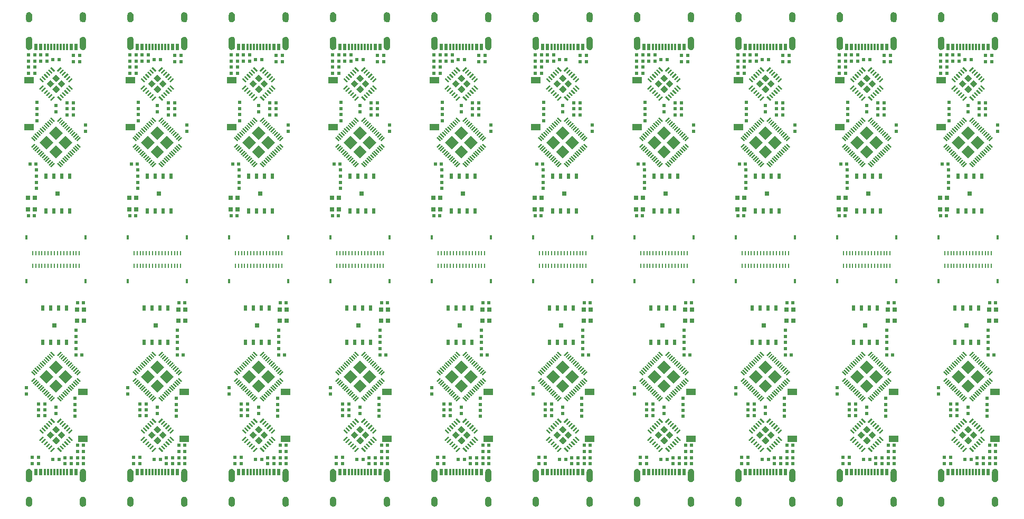
<source format=gtp>
G04 EAGLE Gerber RS-274X export*
G75*
%MOMM*%
%FSLAX34Y34*%
%LPD*%
%INSolderpaste Top*%
%IPPOS*%
%AMOC8*
5,1,8,0,0,1.08239X$1,22.5*%
G01*
%ADD10R,0.400000X0.800000*%
%ADD11R,0.250000X0.650000*%
%ADD12R,0.600000X0.600000*%
%ADD13R,1.520281X1.520281*%
%ADD14R,0.230000X0.800000*%
%ADD15R,0.500000X0.850000*%
%ADD16R,0.800000X0.800000*%
%ADD17R,1.500000X1.000000*%
%ADD18R,0.300000X1.000000*%
%ADD19R,0.600000X1.000000*%
%ADD20R,0.700000X0.700000*%

G36*
X660584Y745215D02*
X660584Y745215D01*
X660587Y745211D01*
X661695Y745381D01*
X661701Y745387D01*
X661706Y745384D01*
X662748Y745796D01*
X662752Y745803D01*
X662757Y745801D01*
X663682Y746435D01*
X663684Y746443D01*
X663690Y746442D01*
X664450Y747266D01*
X664451Y747274D01*
X664457Y747274D01*
X665014Y748246D01*
X665014Y748250D01*
X665015Y748251D01*
X665013Y748253D01*
X665013Y748254D01*
X665019Y748256D01*
X665346Y749328D01*
X665345Y749333D01*
X665347Y749334D01*
X665345Y749337D01*
X665348Y749339D01*
X665429Y750456D01*
X665428Y750459D01*
X665429Y750460D01*
X665429Y762460D01*
X665424Y762467D01*
X665428Y762471D01*
X665209Y763415D01*
X665203Y763421D01*
X665205Y763426D01*
X664782Y764298D01*
X664774Y764301D01*
X664776Y764307D01*
X664169Y765063D01*
X664161Y765065D01*
X664161Y765071D01*
X663401Y765672D01*
X663392Y765672D01*
X663391Y765678D01*
X662516Y766096D01*
X662508Y766094D01*
X662506Y766099D01*
X661560Y766312D01*
X661553Y766308D01*
X661549Y766313D01*
X660580Y766309D01*
X660579Y766309D01*
X659511Y766290D01*
X659510Y766290D01*
X659504Y766286D01*
X659500Y766289D01*
X658463Y766033D01*
X658458Y766026D01*
X658452Y766029D01*
X657498Y765548D01*
X657495Y765541D01*
X657489Y765542D01*
X656666Y764861D01*
X656664Y764853D01*
X656658Y764853D01*
X656007Y764006D01*
X656007Y763998D01*
X656001Y763997D01*
X655554Y763026D01*
X655556Y763018D01*
X655551Y763016D01*
X655332Y761970D01*
X655335Y761963D01*
X655331Y761960D01*
X655331Y749960D01*
X655334Y749955D01*
X655331Y749952D01*
X655511Y748857D01*
X655517Y748851D01*
X655514Y748846D01*
X655933Y747818D01*
X655940Y747814D01*
X655938Y747809D01*
X656576Y746900D01*
X656583Y746898D01*
X656583Y746892D01*
X657406Y746148D01*
X657414Y746147D01*
X657415Y746141D01*
X658383Y745599D01*
X658392Y745600D01*
X658394Y745594D01*
X659458Y745281D01*
X659466Y745284D01*
X659469Y745279D01*
X660577Y745211D01*
X660584Y745215D01*
G37*
G36*
X823144Y745215D02*
X823144Y745215D01*
X823147Y745211D01*
X824255Y745381D01*
X824261Y745387D01*
X824266Y745384D01*
X825308Y745796D01*
X825312Y745803D01*
X825317Y745801D01*
X826242Y746435D01*
X826244Y746443D01*
X826250Y746442D01*
X827010Y747266D01*
X827011Y747274D01*
X827017Y747274D01*
X827574Y748246D01*
X827574Y748250D01*
X827575Y748251D01*
X827573Y748253D01*
X827573Y748254D01*
X827579Y748256D01*
X827906Y749328D01*
X827905Y749333D01*
X827907Y749334D01*
X827905Y749337D01*
X827908Y749339D01*
X827989Y750456D01*
X827988Y750459D01*
X827989Y750460D01*
X827989Y762460D01*
X827984Y762467D01*
X827988Y762471D01*
X827769Y763415D01*
X827763Y763421D01*
X827765Y763426D01*
X827342Y764298D01*
X827334Y764301D01*
X827336Y764307D01*
X826729Y765063D01*
X826721Y765065D01*
X826721Y765071D01*
X825961Y765672D01*
X825952Y765672D01*
X825951Y765678D01*
X825076Y766096D01*
X825068Y766094D01*
X825066Y766099D01*
X824120Y766312D01*
X824113Y766308D01*
X824109Y766313D01*
X823140Y766309D01*
X823139Y766309D01*
X822071Y766290D01*
X822070Y766290D01*
X822064Y766286D01*
X822060Y766289D01*
X821023Y766033D01*
X821018Y766026D01*
X821012Y766029D01*
X820058Y765548D01*
X820055Y765541D01*
X820049Y765542D01*
X819226Y764861D01*
X819224Y764853D01*
X819218Y764853D01*
X818567Y764006D01*
X818567Y763998D01*
X818561Y763997D01*
X818114Y763026D01*
X818116Y763018D01*
X818111Y763016D01*
X817892Y761970D01*
X817895Y761963D01*
X817891Y761960D01*
X817891Y749960D01*
X817894Y749955D01*
X817891Y749952D01*
X818071Y748857D01*
X818077Y748851D01*
X818074Y748846D01*
X818493Y747818D01*
X818500Y747814D01*
X818498Y747809D01*
X819136Y746900D01*
X819143Y746898D01*
X819143Y746892D01*
X819966Y746148D01*
X819974Y746147D01*
X819975Y746141D01*
X820943Y745599D01*
X820952Y745600D01*
X820954Y745594D01*
X822018Y745281D01*
X822026Y745284D01*
X822029Y745279D01*
X823137Y745211D01*
X823144Y745215D01*
G37*
G36*
X335464Y745215D02*
X335464Y745215D01*
X335467Y745211D01*
X336575Y745381D01*
X336581Y745387D01*
X336586Y745384D01*
X337628Y745796D01*
X337632Y745803D01*
X337637Y745801D01*
X338562Y746435D01*
X338564Y746443D01*
X338570Y746442D01*
X339330Y747266D01*
X339331Y747274D01*
X339337Y747274D01*
X339894Y748246D01*
X339894Y748250D01*
X339895Y748251D01*
X339893Y748253D01*
X339893Y748254D01*
X339899Y748256D01*
X340226Y749328D01*
X340225Y749333D01*
X340227Y749334D01*
X340225Y749337D01*
X340228Y749339D01*
X340309Y750456D01*
X340308Y750459D01*
X340309Y750460D01*
X340309Y762460D01*
X340304Y762467D01*
X340308Y762471D01*
X340089Y763415D01*
X340083Y763421D01*
X340085Y763426D01*
X339662Y764298D01*
X339654Y764301D01*
X339656Y764307D01*
X339049Y765063D01*
X339041Y765065D01*
X339041Y765071D01*
X338281Y765672D01*
X338272Y765672D01*
X338271Y765678D01*
X337396Y766096D01*
X337388Y766094D01*
X337386Y766099D01*
X336440Y766312D01*
X336433Y766308D01*
X336429Y766313D01*
X335460Y766309D01*
X335459Y766309D01*
X334391Y766290D01*
X334390Y766290D01*
X334384Y766286D01*
X334380Y766289D01*
X333343Y766033D01*
X333338Y766026D01*
X333332Y766029D01*
X332378Y765548D01*
X332375Y765541D01*
X332369Y765542D01*
X331546Y764861D01*
X331544Y764853D01*
X331538Y764853D01*
X330887Y764006D01*
X330887Y763998D01*
X330881Y763997D01*
X330434Y763026D01*
X330436Y763018D01*
X330431Y763016D01*
X330212Y761970D01*
X330215Y761963D01*
X330211Y761960D01*
X330211Y749960D01*
X330214Y749955D01*
X330211Y749952D01*
X330391Y748857D01*
X330397Y748851D01*
X330394Y748846D01*
X330813Y747818D01*
X330820Y747814D01*
X330818Y747809D01*
X331456Y746900D01*
X331463Y746898D01*
X331463Y746892D01*
X332286Y746148D01*
X332294Y746147D01*
X332295Y746141D01*
X333263Y745599D01*
X333272Y745600D01*
X333274Y745594D01*
X334338Y745281D01*
X334346Y745284D01*
X334349Y745279D01*
X335457Y745211D01*
X335464Y745215D01*
G37*
G36*
X172904Y745215D02*
X172904Y745215D01*
X172907Y745211D01*
X174015Y745381D01*
X174021Y745387D01*
X174026Y745384D01*
X175068Y745796D01*
X175072Y745803D01*
X175077Y745801D01*
X176002Y746435D01*
X176004Y746443D01*
X176010Y746442D01*
X176770Y747266D01*
X176771Y747274D01*
X176777Y747274D01*
X177334Y748246D01*
X177334Y748250D01*
X177335Y748251D01*
X177333Y748253D01*
X177333Y748254D01*
X177339Y748256D01*
X177666Y749328D01*
X177665Y749333D01*
X177667Y749334D01*
X177665Y749337D01*
X177668Y749339D01*
X177749Y750456D01*
X177748Y750459D01*
X177749Y750460D01*
X177749Y762460D01*
X177744Y762467D01*
X177748Y762471D01*
X177529Y763415D01*
X177523Y763421D01*
X177525Y763426D01*
X177102Y764298D01*
X177094Y764301D01*
X177096Y764307D01*
X176489Y765063D01*
X176481Y765065D01*
X176481Y765071D01*
X175721Y765672D01*
X175712Y765672D01*
X175711Y765678D01*
X174836Y766096D01*
X174828Y766094D01*
X174826Y766099D01*
X173880Y766312D01*
X173873Y766308D01*
X173869Y766313D01*
X172900Y766309D01*
X172899Y766309D01*
X171831Y766290D01*
X171830Y766290D01*
X171824Y766286D01*
X171820Y766289D01*
X170783Y766033D01*
X170778Y766026D01*
X170772Y766029D01*
X169818Y765548D01*
X169815Y765541D01*
X169809Y765542D01*
X168986Y764861D01*
X168984Y764853D01*
X168978Y764853D01*
X168327Y764006D01*
X168327Y763998D01*
X168321Y763997D01*
X167874Y763026D01*
X167876Y763018D01*
X167871Y763016D01*
X167652Y761970D01*
X167655Y761963D01*
X167651Y761960D01*
X167651Y749960D01*
X167654Y749955D01*
X167651Y749952D01*
X167831Y748857D01*
X167837Y748851D01*
X167834Y748846D01*
X168253Y747818D01*
X168260Y747814D01*
X168258Y747809D01*
X168896Y746900D01*
X168903Y746898D01*
X168903Y746892D01*
X169726Y746148D01*
X169734Y746147D01*
X169735Y746141D01*
X170703Y745599D01*
X170712Y745600D01*
X170714Y745594D01*
X171778Y745281D01*
X171786Y745284D01*
X171789Y745279D01*
X172897Y745211D01*
X172904Y745215D01*
G37*
G36*
X1310824Y745215D02*
X1310824Y745215D01*
X1310827Y745211D01*
X1311935Y745381D01*
X1311941Y745387D01*
X1311946Y745384D01*
X1312988Y745796D01*
X1312992Y745803D01*
X1312997Y745801D01*
X1313922Y746435D01*
X1313924Y746443D01*
X1313930Y746442D01*
X1314690Y747266D01*
X1314691Y747274D01*
X1314697Y747274D01*
X1315254Y748246D01*
X1315254Y748250D01*
X1315255Y748251D01*
X1315253Y748253D01*
X1315253Y748254D01*
X1315259Y748256D01*
X1315586Y749328D01*
X1315585Y749333D01*
X1315587Y749334D01*
X1315585Y749337D01*
X1315588Y749339D01*
X1315669Y750456D01*
X1315668Y750459D01*
X1315669Y750460D01*
X1315669Y762460D01*
X1315664Y762467D01*
X1315668Y762471D01*
X1315449Y763415D01*
X1315443Y763421D01*
X1315445Y763426D01*
X1315022Y764298D01*
X1315014Y764301D01*
X1315016Y764307D01*
X1314409Y765063D01*
X1314401Y765065D01*
X1314401Y765071D01*
X1313641Y765672D01*
X1313632Y765672D01*
X1313631Y765678D01*
X1312756Y766096D01*
X1312748Y766094D01*
X1312746Y766099D01*
X1311800Y766312D01*
X1311793Y766308D01*
X1311789Y766313D01*
X1310820Y766309D01*
X1310819Y766309D01*
X1309751Y766290D01*
X1309750Y766290D01*
X1309744Y766286D01*
X1309740Y766289D01*
X1308703Y766033D01*
X1308698Y766026D01*
X1308692Y766029D01*
X1307738Y765548D01*
X1307735Y765541D01*
X1307729Y765542D01*
X1306906Y764861D01*
X1306904Y764853D01*
X1306898Y764853D01*
X1306247Y764006D01*
X1306247Y763998D01*
X1306241Y763997D01*
X1305794Y763026D01*
X1305796Y763018D01*
X1305791Y763016D01*
X1305572Y761970D01*
X1305575Y761963D01*
X1305571Y761960D01*
X1305571Y749960D01*
X1305574Y749955D01*
X1305571Y749952D01*
X1305751Y748857D01*
X1305757Y748851D01*
X1305754Y748846D01*
X1306173Y747818D01*
X1306180Y747814D01*
X1306178Y747809D01*
X1306816Y746900D01*
X1306823Y746898D01*
X1306823Y746892D01*
X1307646Y746148D01*
X1307654Y746147D01*
X1307655Y746141D01*
X1308623Y745599D01*
X1308632Y745600D01*
X1308634Y745594D01*
X1309698Y745281D01*
X1309706Y745284D01*
X1309709Y745279D01*
X1310817Y745211D01*
X1310824Y745215D01*
G37*
G36*
X1148264Y745215D02*
X1148264Y745215D01*
X1148267Y745211D01*
X1149375Y745381D01*
X1149381Y745387D01*
X1149386Y745384D01*
X1150428Y745796D01*
X1150432Y745803D01*
X1150437Y745801D01*
X1151362Y746435D01*
X1151364Y746443D01*
X1151370Y746442D01*
X1152130Y747266D01*
X1152131Y747274D01*
X1152137Y747274D01*
X1152694Y748246D01*
X1152694Y748250D01*
X1152695Y748251D01*
X1152693Y748253D01*
X1152693Y748254D01*
X1152699Y748256D01*
X1153026Y749328D01*
X1153025Y749333D01*
X1153027Y749334D01*
X1153025Y749337D01*
X1153028Y749339D01*
X1153109Y750456D01*
X1153108Y750459D01*
X1153109Y750460D01*
X1153109Y762460D01*
X1153104Y762467D01*
X1153108Y762471D01*
X1152889Y763415D01*
X1152883Y763421D01*
X1152885Y763426D01*
X1152462Y764298D01*
X1152454Y764301D01*
X1152456Y764307D01*
X1151849Y765063D01*
X1151841Y765065D01*
X1151841Y765071D01*
X1151081Y765672D01*
X1151072Y765672D01*
X1151071Y765678D01*
X1150196Y766096D01*
X1150188Y766094D01*
X1150186Y766099D01*
X1149240Y766312D01*
X1149233Y766308D01*
X1149229Y766313D01*
X1148260Y766309D01*
X1148259Y766309D01*
X1147191Y766290D01*
X1147190Y766290D01*
X1147184Y766286D01*
X1147180Y766289D01*
X1146143Y766033D01*
X1146138Y766026D01*
X1146132Y766029D01*
X1145178Y765548D01*
X1145175Y765541D01*
X1145169Y765542D01*
X1144346Y764861D01*
X1144344Y764853D01*
X1144338Y764853D01*
X1143687Y764006D01*
X1143687Y763998D01*
X1143681Y763997D01*
X1143234Y763026D01*
X1143236Y763018D01*
X1143231Y763016D01*
X1143012Y761970D01*
X1143015Y761963D01*
X1143011Y761960D01*
X1143011Y749960D01*
X1143014Y749955D01*
X1143011Y749952D01*
X1143191Y748857D01*
X1143197Y748851D01*
X1143194Y748846D01*
X1143613Y747818D01*
X1143620Y747814D01*
X1143618Y747809D01*
X1144256Y746900D01*
X1144263Y746898D01*
X1144263Y746892D01*
X1145086Y746148D01*
X1145094Y746147D01*
X1145095Y746141D01*
X1146063Y745599D01*
X1146072Y745600D01*
X1146074Y745594D01*
X1147138Y745281D01*
X1147146Y745284D01*
X1147149Y745279D01*
X1148257Y745211D01*
X1148264Y745215D01*
G37*
G36*
X10344Y745215D02*
X10344Y745215D01*
X10347Y745211D01*
X11455Y745381D01*
X11461Y745387D01*
X11466Y745384D01*
X12508Y745796D01*
X12512Y745803D01*
X12517Y745801D01*
X13442Y746435D01*
X13444Y746443D01*
X13450Y746442D01*
X14210Y747266D01*
X14211Y747274D01*
X14217Y747274D01*
X14774Y748246D01*
X14774Y748250D01*
X14775Y748251D01*
X14773Y748253D01*
X14773Y748254D01*
X14779Y748256D01*
X15106Y749328D01*
X15105Y749333D01*
X15107Y749334D01*
X15105Y749337D01*
X15108Y749339D01*
X15189Y750456D01*
X15188Y750459D01*
X15189Y750460D01*
X15189Y762460D01*
X15184Y762467D01*
X15188Y762471D01*
X14969Y763415D01*
X14963Y763421D01*
X14965Y763426D01*
X14542Y764298D01*
X14534Y764301D01*
X14536Y764307D01*
X13929Y765063D01*
X13921Y765065D01*
X13921Y765071D01*
X13161Y765672D01*
X13152Y765672D01*
X13151Y765678D01*
X12276Y766096D01*
X12268Y766094D01*
X12266Y766099D01*
X11320Y766312D01*
X11313Y766308D01*
X11309Y766313D01*
X10340Y766309D01*
X10339Y766309D01*
X9271Y766290D01*
X9270Y766290D01*
X9264Y766286D01*
X9260Y766289D01*
X8223Y766033D01*
X8218Y766026D01*
X8212Y766029D01*
X7258Y765548D01*
X7255Y765541D01*
X7249Y765542D01*
X6426Y764861D01*
X6424Y764853D01*
X6418Y764853D01*
X5767Y764006D01*
X5767Y763998D01*
X5761Y763997D01*
X5314Y763026D01*
X5316Y763018D01*
X5311Y763016D01*
X5092Y761970D01*
X5095Y761963D01*
X5091Y761960D01*
X5091Y749960D01*
X5094Y749955D01*
X5091Y749952D01*
X5271Y748857D01*
X5277Y748851D01*
X5274Y748846D01*
X5693Y747818D01*
X5700Y747814D01*
X5698Y747809D01*
X6336Y746900D01*
X6343Y746898D01*
X6343Y746892D01*
X7166Y746148D01*
X7174Y746147D01*
X7175Y746141D01*
X8143Y745599D01*
X8152Y745600D01*
X8154Y745594D01*
X9218Y745281D01*
X9226Y745284D01*
X9229Y745279D01*
X10337Y745211D01*
X10344Y745215D01*
G37*
G36*
X985704Y745215D02*
X985704Y745215D01*
X985707Y745211D01*
X986815Y745381D01*
X986821Y745387D01*
X986826Y745384D01*
X987868Y745796D01*
X987872Y745803D01*
X987877Y745801D01*
X988802Y746435D01*
X988804Y746443D01*
X988810Y746442D01*
X989570Y747266D01*
X989571Y747274D01*
X989577Y747274D01*
X990134Y748246D01*
X990134Y748250D01*
X990135Y748251D01*
X990133Y748253D01*
X990133Y748254D01*
X990139Y748256D01*
X990466Y749328D01*
X990465Y749333D01*
X990467Y749334D01*
X990465Y749337D01*
X990468Y749339D01*
X990549Y750456D01*
X990548Y750459D01*
X990549Y750460D01*
X990549Y762460D01*
X990544Y762467D01*
X990548Y762471D01*
X990329Y763415D01*
X990323Y763421D01*
X990325Y763426D01*
X989902Y764298D01*
X989894Y764301D01*
X989896Y764307D01*
X989289Y765063D01*
X989281Y765065D01*
X989281Y765071D01*
X988521Y765672D01*
X988512Y765672D01*
X988511Y765678D01*
X987636Y766096D01*
X987628Y766094D01*
X987626Y766099D01*
X986680Y766312D01*
X986673Y766308D01*
X986669Y766313D01*
X985700Y766309D01*
X985699Y766309D01*
X984631Y766290D01*
X984630Y766290D01*
X984624Y766286D01*
X984620Y766289D01*
X983583Y766033D01*
X983578Y766026D01*
X983572Y766029D01*
X982618Y765548D01*
X982615Y765541D01*
X982609Y765542D01*
X981786Y764861D01*
X981784Y764853D01*
X981778Y764853D01*
X981127Y764006D01*
X981127Y763998D01*
X981121Y763997D01*
X980674Y763026D01*
X980676Y763018D01*
X980671Y763016D01*
X980452Y761970D01*
X980455Y761963D01*
X980451Y761960D01*
X980451Y749960D01*
X980454Y749955D01*
X980451Y749952D01*
X980631Y748857D01*
X980637Y748851D01*
X980634Y748846D01*
X981053Y747818D01*
X981060Y747814D01*
X981058Y747809D01*
X981696Y746900D01*
X981703Y746898D01*
X981703Y746892D01*
X982526Y746148D01*
X982534Y746147D01*
X982535Y746141D01*
X983503Y745599D01*
X983512Y745600D01*
X983514Y745594D01*
X984578Y745281D01*
X984586Y745284D01*
X984589Y745279D01*
X985697Y745211D01*
X985704Y745215D01*
G37*
G36*
X1473384Y745215D02*
X1473384Y745215D01*
X1473387Y745211D01*
X1474495Y745381D01*
X1474501Y745387D01*
X1474506Y745384D01*
X1475548Y745796D01*
X1475552Y745803D01*
X1475557Y745801D01*
X1476482Y746435D01*
X1476484Y746443D01*
X1476490Y746442D01*
X1477250Y747266D01*
X1477251Y747274D01*
X1477257Y747274D01*
X1477814Y748246D01*
X1477814Y748250D01*
X1477815Y748251D01*
X1477813Y748253D01*
X1477813Y748254D01*
X1477819Y748256D01*
X1478146Y749328D01*
X1478145Y749333D01*
X1478147Y749334D01*
X1478145Y749337D01*
X1478148Y749339D01*
X1478229Y750456D01*
X1478228Y750459D01*
X1478229Y750460D01*
X1478229Y762460D01*
X1478224Y762467D01*
X1478228Y762471D01*
X1478009Y763415D01*
X1478003Y763421D01*
X1478005Y763426D01*
X1477582Y764298D01*
X1477574Y764301D01*
X1477576Y764307D01*
X1476969Y765063D01*
X1476961Y765065D01*
X1476961Y765071D01*
X1476201Y765672D01*
X1476192Y765672D01*
X1476191Y765678D01*
X1475316Y766096D01*
X1475308Y766094D01*
X1475306Y766099D01*
X1474360Y766312D01*
X1474353Y766308D01*
X1474349Y766313D01*
X1473380Y766309D01*
X1473379Y766309D01*
X1472311Y766290D01*
X1472310Y766290D01*
X1472304Y766286D01*
X1472300Y766289D01*
X1471263Y766033D01*
X1471258Y766026D01*
X1471252Y766029D01*
X1470298Y765548D01*
X1470295Y765541D01*
X1470289Y765542D01*
X1469466Y764861D01*
X1469464Y764853D01*
X1469458Y764853D01*
X1468807Y764006D01*
X1468807Y763998D01*
X1468801Y763997D01*
X1468354Y763026D01*
X1468356Y763018D01*
X1468351Y763016D01*
X1468132Y761970D01*
X1468135Y761963D01*
X1468131Y761960D01*
X1468131Y749960D01*
X1468134Y749955D01*
X1468131Y749952D01*
X1468311Y748857D01*
X1468317Y748851D01*
X1468314Y748846D01*
X1468733Y747818D01*
X1468740Y747814D01*
X1468738Y747809D01*
X1469376Y746900D01*
X1469383Y746898D01*
X1469383Y746892D01*
X1470206Y746148D01*
X1470214Y746147D01*
X1470215Y746141D01*
X1471183Y745599D01*
X1471192Y745600D01*
X1471194Y745594D01*
X1472258Y745281D01*
X1472266Y745284D01*
X1472269Y745279D01*
X1473377Y745211D01*
X1473384Y745215D01*
G37*
G36*
X498024Y745215D02*
X498024Y745215D01*
X498027Y745211D01*
X499135Y745381D01*
X499141Y745387D01*
X499146Y745384D01*
X500188Y745796D01*
X500192Y745803D01*
X500197Y745801D01*
X501122Y746435D01*
X501124Y746443D01*
X501130Y746442D01*
X501890Y747266D01*
X501891Y747274D01*
X501897Y747274D01*
X502454Y748246D01*
X502454Y748250D01*
X502455Y748251D01*
X502453Y748253D01*
X502453Y748254D01*
X502459Y748256D01*
X502786Y749328D01*
X502785Y749333D01*
X502787Y749334D01*
X502785Y749337D01*
X502788Y749339D01*
X502869Y750456D01*
X502868Y750459D01*
X502869Y750460D01*
X502869Y762460D01*
X502864Y762467D01*
X502868Y762471D01*
X502649Y763415D01*
X502643Y763421D01*
X502645Y763426D01*
X502222Y764298D01*
X502214Y764301D01*
X502216Y764307D01*
X501609Y765063D01*
X501601Y765065D01*
X501601Y765071D01*
X500841Y765672D01*
X500832Y765672D01*
X500831Y765678D01*
X499956Y766096D01*
X499948Y766094D01*
X499946Y766099D01*
X499000Y766312D01*
X498993Y766308D01*
X498989Y766313D01*
X498020Y766309D01*
X498019Y766309D01*
X496951Y766290D01*
X496950Y766290D01*
X496944Y766286D01*
X496940Y766289D01*
X495903Y766033D01*
X495898Y766026D01*
X495892Y766029D01*
X494938Y765548D01*
X494935Y765541D01*
X494929Y765542D01*
X494106Y764861D01*
X494104Y764853D01*
X494098Y764853D01*
X493447Y764006D01*
X493447Y763998D01*
X493441Y763997D01*
X492994Y763026D01*
X492996Y763018D01*
X492991Y763016D01*
X492772Y761970D01*
X492775Y761963D01*
X492771Y761960D01*
X492771Y749960D01*
X492774Y749955D01*
X492771Y749952D01*
X492951Y748857D01*
X492957Y748851D01*
X492954Y748846D01*
X493373Y747818D01*
X493380Y747814D01*
X493378Y747809D01*
X494016Y746900D01*
X494023Y746898D01*
X494023Y746892D01*
X494846Y746148D01*
X494854Y746147D01*
X494855Y746141D01*
X495823Y745599D01*
X495832Y745600D01*
X495834Y745594D01*
X496898Y745281D01*
X496906Y745284D01*
X496909Y745279D01*
X498017Y745211D01*
X498024Y745215D01*
G37*
G36*
X96340Y51571D02*
X96340Y51571D01*
X96341Y51571D01*
X97409Y51590D01*
X97416Y51595D01*
X97420Y51591D01*
X98457Y51847D01*
X98462Y51854D01*
X98468Y51851D01*
X99422Y52332D01*
X99426Y52339D01*
X99431Y52338D01*
X100255Y53019D01*
X100256Y53027D01*
X100262Y53027D01*
X100913Y53874D01*
X100913Y53882D01*
X100919Y53883D01*
X101366Y54854D01*
X101364Y54862D01*
X101369Y54864D01*
X101588Y55910D01*
X101585Y55917D01*
X101589Y55920D01*
X101589Y67920D01*
X101586Y67925D01*
X101589Y67928D01*
X101409Y69023D01*
X101403Y69029D01*
X101406Y69034D01*
X100987Y70062D01*
X100980Y70066D01*
X100982Y70071D01*
X100345Y70980D01*
X100337Y70983D01*
X100337Y70988D01*
X99514Y71732D01*
X99506Y71733D01*
X99505Y71739D01*
X98537Y72281D01*
X98528Y72280D01*
X98526Y72286D01*
X97462Y72599D01*
X97457Y72597D01*
X97453Y72597D01*
X97451Y72601D01*
X96343Y72669D01*
X96337Y72665D01*
X96333Y72669D01*
X95225Y72499D01*
X95219Y72493D01*
X95214Y72496D01*
X94172Y72084D01*
X94168Y72077D01*
X94163Y72079D01*
X93238Y71445D01*
X93236Y71437D01*
X93230Y71438D01*
X92470Y70615D01*
X92469Y70606D01*
X92463Y70606D01*
X91906Y69634D01*
X91907Y69626D01*
X91901Y69624D01*
X91574Y68552D01*
X91577Y68544D01*
X91572Y68541D01*
X91491Y67424D01*
X91492Y67421D01*
X91491Y67420D01*
X91491Y55420D01*
X91496Y55413D01*
X91492Y55409D01*
X91711Y54465D01*
X91717Y54459D01*
X91715Y54454D01*
X92139Y53582D01*
X92146Y53579D01*
X92144Y53573D01*
X92751Y52817D01*
X92759Y52815D01*
X92759Y52809D01*
X93519Y52208D01*
X93528Y52208D01*
X93529Y52202D01*
X94404Y51784D01*
X94412Y51786D01*
X94414Y51781D01*
X95360Y51569D01*
X95367Y51572D01*
X95371Y51567D01*
X96340Y51571D01*
G37*
G36*
X1071700Y51571D02*
X1071700Y51571D01*
X1071701Y51571D01*
X1072769Y51590D01*
X1072776Y51595D01*
X1072780Y51591D01*
X1073817Y51847D01*
X1073822Y51854D01*
X1073828Y51851D01*
X1074782Y52332D01*
X1074786Y52339D01*
X1074791Y52338D01*
X1075615Y53019D01*
X1075616Y53027D01*
X1075622Y53027D01*
X1076273Y53874D01*
X1076273Y53882D01*
X1076279Y53883D01*
X1076726Y54854D01*
X1076724Y54862D01*
X1076729Y54864D01*
X1076948Y55910D01*
X1076945Y55917D01*
X1076949Y55920D01*
X1076949Y67920D01*
X1076946Y67925D01*
X1076949Y67928D01*
X1076769Y69023D01*
X1076763Y69029D01*
X1076766Y69034D01*
X1076347Y70062D01*
X1076340Y70066D01*
X1076342Y70071D01*
X1075705Y70980D01*
X1075697Y70983D01*
X1075697Y70988D01*
X1074874Y71732D01*
X1074866Y71733D01*
X1074865Y71739D01*
X1073897Y72281D01*
X1073888Y72280D01*
X1073886Y72286D01*
X1072822Y72599D01*
X1072817Y72597D01*
X1072813Y72597D01*
X1072811Y72601D01*
X1071703Y72669D01*
X1071697Y72665D01*
X1071693Y72669D01*
X1070585Y72499D01*
X1070579Y72493D01*
X1070574Y72496D01*
X1069532Y72084D01*
X1069528Y72077D01*
X1069523Y72079D01*
X1068598Y71445D01*
X1068596Y71437D01*
X1068590Y71438D01*
X1067830Y70615D01*
X1067829Y70606D01*
X1067823Y70606D01*
X1067266Y69634D01*
X1067267Y69626D01*
X1067261Y69624D01*
X1066934Y68552D01*
X1066937Y68544D01*
X1066932Y68541D01*
X1066851Y67424D01*
X1066852Y67421D01*
X1066851Y67420D01*
X1066851Y55420D01*
X1066856Y55413D01*
X1066852Y55409D01*
X1067071Y54465D01*
X1067077Y54459D01*
X1067075Y54454D01*
X1067499Y53582D01*
X1067506Y53579D01*
X1067504Y53573D01*
X1068111Y52817D01*
X1068119Y52815D01*
X1068119Y52809D01*
X1068879Y52208D01*
X1068888Y52208D01*
X1068889Y52202D01*
X1069764Y51784D01*
X1069772Y51786D01*
X1069774Y51781D01*
X1070720Y51569D01*
X1070727Y51572D01*
X1070731Y51567D01*
X1071700Y51571D01*
G37*
G36*
X258900Y51571D02*
X258900Y51571D01*
X258901Y51571D01*
X259969Y51590D01*
X259976Y51595D01*
X259980Y51591D01*
X261017Y51847D01*
X261022Y51854D01*
X261028Y51851D01*
X261982Y52332D01*
X261986Y52339D01*
X261991Y52338D01*
X262815Y53019D01*
X262816Y53027D01*
X262822Y53027D01*
X263473Y53874D01*
X263473Y53882D01*
X263479Y53883D01*
X263926Y54854D01*
X263924Y54862D01*
X263929Y54864D01*
X264148Y55910D01*
X264145Y55917D01*
X264149Y55920D01*
X264149Y67920D01*
X264146Y67925D01*
X264149Y67928D01*
X263969Y69023D01*
X263963Y69029D01*
X263966Y69034D01*
X263547Y70062D01*
X263540Y70066D01*
X263542Y70071D01*
X262905Y70980D01*
X262897Y70983D01*
X262897Y70988D01*
X262074Y71732D01*
X262066Y71733D01*
X262065Y71739D01*
X261097Y72281D01*
X261088Y72280D01*
X261086Y72286D01*
X260022Y72599D01*
X260017Y72597D01*
X260013Y72597D01*
X260011Y72601D01*
X258903Y72669D01*
X258897Y72665D01*
X258893Y72669D01*
X257785Y72499D01*
X257779Y72493D01*
X257774Y72496D01*
X256732Y72084D01*
X256728Y72077D01*
X256723Y72079D01*
X255798Y71445D01*
X255796Y71437D01*
X255790Y71438D01*
X255030Y70615D01*
X255029Y70606D01*
X255023Y70606D01*
X254466Y69634D01*
X254467Y69626D01*
X254461Y69624D01*
X254134Y68552D01*
X254137Y68544D01*
X254132Y68541D01*
X254051Y67424D01*
X254052Y67421D01*
X254051Y67420D01*
X254051Y55420D01*
X254056Y55413D01*
X254052Y55409D01*
X254271Y54465D01*
X254277Y54459D01*
X254275Y54454D01*
X254699Y53582D01*
X254706Y53579D01*
X254704Y53573D01*
X255311Y52817D01*
X255319Y52815D01*
X255319Y52809D01*
X256079Y52208D01*
X256088Y52208D01*
X256089Y52202D01*
X256964Y51784D01*
X256972Y51786D01*
X256974Y51781D01*
X257920Y51569D01*
X257927Y51572D01*
X257931Y51567D01*
X258900Y51571D01*
G37*
G36*
X1234260Y51571D02*
X1234260Y51571D01*
X1234261Y51571D01*
X1235329Y51590D01*
X1235336Y51595D01*
X1235340Y51591D01*
X1236377Y51847D01*
X1236382Y51854D01*
X1236388Y51851D01*
X1237342Y52332D01*
X1237346Y52339D01*
X1237351Y52338D01*
X1238175Y53019D01*
X1238176Y53027D01*
X1238182Y53027D01*
X1238833Y53874D01*
X1238833Y53882D01*
X1238839Y53883D01*
X1239286Y54854D01*
X1239284Y54862D01*
X1239289Y54864D01*
X1239508Y55910D01*
X1239505Y55917D01*
X1239509Y55920D01*
X1239509Y67920D01*
X1239506Y67925D01*
X1239509Y67928D01*
X1239329Y69023D01*
X1239323Y69029D01*
X1239326Y69034D01*
X1238907Y70062D01*
X1238900Y70066D01*
X1238902Y70071D01*
X1238265Y70980D01*
X1238257Y70983D01*
X1238257Y70988D01*
X1237434Y71732D01*
X1237426Y71733D01*
X1237425Y71739D01*
X1236457Y72281D01*
X1236448Y72280D01*
X1236446Y72286D01*
X1235382Y72599D01*
X1235377Y72597D01*
X1235373Y72597D01*
X1235371Y72601D01*
X1234263Y72669D01*
X1234257Y72665D01*
X1234253Y72669D01*
X1233145Y72499D01*
X1233139Y72493D01*
X1233134Y72496D01*
X1232092Y72084D01*
X1232088Y72077D01*
X1232083Y72079D01*
X1231158Y71445D01*
X1231156Y71437D01*
X1231150Y71438D01*
X1230390Y70615D01*
X1230389Y70606D01*
X1230383Y70606D01*
X1229826Y69634D01*
X1229827Y69626D01*
X1229821Y69624D01*
X1229494Y68552D01*
X1229497Y68544D01*
X1229492Y68541D01*
X1229411Y67424D01*
X1229412Y67421D01*
X1229411Y67420D01*
X1229411Y55420D01*
X1229416Y55413D01*
X1229412Y55409D01*
X1229631Y54465D01*
X1229637Y54459D01*
X1229635Y54454D01*
X1230059Y53582D01*
X1230066Y53579D01*
X1230064Y53573D01*
X1230671Y52817D01*
X1230679Y52815D01*
X1230679Y52809D01*
X1231439Y52208D01*
X1231448Y52208D01*
X1231449Y52202D01*
X1232324Y51784D01*
X1232332Y51786D01*
X1232334Y51781D01*
X1233280Y51569D01*
X1233287Y51572D01*
X1233291Y51567D01*
X1234260Y51571D01*
G37*
G36*
X746580Y51571D02*
X746580Y51571D01*
X746581Y51571D01*
X747649Y51590D01*
X747656Y51595D01*
X747660Y51591D01*
X748697Y51847D01*
X748702Y51854D01*
X748708Y51851D01*
X749662Y52332D01*
X749666Y52339D01*
X749671Y52338D01*
X750495Y53019D01*
X750496Y53027D01*
X750502Y53027D01*
X751153Y53874D01*
X751153Y53882D01*
X751159Y53883D01*
X751606Y54854D01*
X751604Y54862D01*
X751609Y54864D01*
X751828Y55910D01*
X751825Y55917D01*
X751829Y55920D01*
X751829Y67920D01*
X751826Y67925D01*
X751829Y67928D01*
X751649Y69023D01*
X751643Y69029D01*
X751646Y69034D01*
X751227Y70062D01*
X751220Y70066D01*
X751222Y70071D01*
X750585Y70980D01*
X750577Y70983D01*
X750577Y70988D01*
X749754Y71732D01*
X749746Y71733D01*
X749745Y71739D01*
X748777Y72281D01*
X748768Y72280D01*
X748766Y72286D01*
X747702Y72599D01*
X747697Y72597D01*
X747693Y72597D01*
X747691Y72601D01*
X746583Y72669D01*
X746577Y72665D01*
X746573Y72669D01*
X745465Y72499D01*
X745459Y72493D01*
X745454Y72496D01*
X744412Y72084D01*
X744408Y72077D01*
X744403Y72079D01*
X743478Y71445D01*
X743476Y71437D01*
X743470Y71438D01*
X742710Y70615D01*
X742709Y70606D01*
X742703Y70606D01*
X742146Y69634D01*
X742147Y69626D01*
X742141Y69624D01*
X741814Y68552D01*
X741817Y68544D01*
X741812Y68541D01*
X741731Y67424D01*
X741732Y67421D01*
X741731Y67420D01*
X741731Y55420D01*
X741736Y55413D01*
X741732Y55409D01*
X741951Y54465D01*
X741957Y54459D01*
X741955Y54454D01*
X742379Y53582D01*
X742386Y53579D01*
X742384Y53573D01*
X742991Y52817D01*
X742999Y52815D01*
X742999Y52809D01*
X743759Y52208D01*
X743768Y52208D01*
X743769Y52202D01*
X744644Y51784D01*
X744652Y51786D01*
X744654Y51781D01*
X745600Y51569D01*
X745607Y51572D01*
X745611Y51567D01*
X746580Y51571D01*
G37*
G36*
X909140Y51571D02*
X909140Y51571D01*
X909141Y51571D01*
X910209Y51590D01*
X910216Y51595D01*
X910220Y51591D01*
X911257Y51847D01*
X911262Y51854D01*
X911268Y51851D01*
X912222Y52332D01*
X912226Y52339D01*
X912231Y52338D01*
X913055Y53019D01*
X913056Y53027D01*
X913062Y53027D01*
X913713Y53874D01*
X913713Y53882D01*
X913719Y53883D01*
X914166Y54854D01*
X914164Y54862D01*
X914169Y54864D01*
X914388Y55910D01*
X914385Y55917D01*
X914389Y55920D01*
X914389Y67920D01*
X914386Y67925D01*
X914389Y67928D01*
X914209Y69023D01*
X914203Y69029D01*
X914206Y69034D01*
X913787Y70062D01*
X913780Y70066D01*
X913782Y70071D01*
X913145Y70980D01*
X913137Y70983D01*
X913137Y70988D01*
X912314Y71732D01*
X912306Y71733D01*
X912305Y71739D01*
X911337Y72281D01*
X911328Y72280D01*
X911326Y72286D01*
X910262Y72599D01*
X910257Y72597D01*
X910253Y72597D01*
X910251Y72601D01*
X909143Y72669D01*
X909137Y72665D01*
X909133Y72669D01*
X908025Y72499D01*
X908019Y72493D01*
X908014Y72496D01*
X906972Y72084D01*
X906968Y72077D01*
X906963Y72079D01*
X906038Y71445D01*
X906036Y71437D01*
X906030Y71438D01*
X905270Y70615D01*
X905269Y70606D01*
X905263Y70606D01*
X904706Y69634D01*
X904707Y69626D01*
X904701Y69624D01*
X904374Y68552D01*
X904377Y68544D01*
X904372Y68541D01*
X904291Y67424D01*
X904292Y67421D01*
X904291Y67420D01*
X904291Y55420D01*
X904296Y55413D01*
X904292Y55409D01*
X904511Y54465D01*
X904517Y54459D01*
X904515Y54454D01*
X904939Y53582D01*
X904946Y53579D01*
X904944Y53573D01*
X905551Y52817D01*
X905559Y52815D01*
X905559Y52809D01*
X906319Y52208D01*
X906328Y52208D01*
X906329Y52202D01*
X907204Y51784D01*
X907212Y51786D01*
X907214Y51781D01*
X908160Y51569D01*
X908167Y51572D01*
X908171Y51567D01*
X909140Y51571D01*
G37*
G36*
X1559380Y51571D02*
X1559380Y51571D01*
X1559381Y51571D01*
X1560449Y51590D01*
X1560456Y51595D01*
X1560460Y51591D01*
X1561497Y51847D01*
X1561502Y51854D01*
X1561508Y51851D01*
X1562462Y52332D01*
X1562466Y52339D01*
X1562471Y52338D01*
X1563295Y53019D01*
X1563296Y53027D01*
X1563302Y53027D01*
X1563953Y53874D01*
X1563953Y53882D01*
X1563959Y53883D01*
X1564406Y54854D01*
X1564404Y54862D01*
X1564409Y54864D01*
X1564628Y55910D01*
X1564625Y55917D01*
X1564629Y55920D01*
X1564629Y67920D01*
X1564626Y67925D01*
X1564629Y67928D01*
X1564449Y69023D01*
X1564443Y69029D01*
X1564446Y69034D01*
X1564027Y70062D01*
X1564020Y70066D01*
X1564022Y70071D01*
X1563385Y70980D01*
X1563377Y70983D01*
X1563377Y70988D01*
X1562554Y71732D01*
X1562546Y71733D01*
X1562545Y71739D01*
X1561577Y72281D01*
X1561568Y72280D01*
X1561566Y72286D01*
X1560502Y72599D01*
X1560497Y72597D01*
X1560493Y72597D01*
X1560491Y72601D01*
X1559383Y72669D01*
X1559377Y72665D01*
X1559373Y72669D01*
X1558265Y72499D01*
X1558259Y72493D01*
X1558254Y72496D01*
X1557212Y72084D01*
X1557208Y72077D01*
X1557203Y72079D01*
X1556278Y71445D01*
X1556276Y71437D01*
X1556270Y71438D01*
X1555510Y70615D01*
X1555509Y70606D01*
X1555503Y70606D01*
X1554946Y69634D01*
X1554947Y69626D01*
X1554941Y69624D01*
X1554614Y68552D01*
X1554617Y68544D01*
X1554612Y68541D01*
X1554531Y67424D01*
X1554532Y67421D01*
X1554531Y67420D01*
X1554531Y55420D01*
X1554536Y55413D01*
X1554532Y55409D01*
X1554751Y54465D01*
X1554757Y54459D01*
X1554755Y54454D01*
X1555179Y53582D01*
X1555186Y53579D01*
X1555184Y53573D01*
X1555791Y52817D01*
X1555799Y52815D01*
X1555799Y52809D01*
X1556559Y52208D01*
X1556568Y52208D01*
X1556569Y52202D01*
X1557444Y51784D01*
X1557452Y51786D01*
X1557454Y51781D01*
X1558400Y51569D01*
X1558407Y51572D01*
X1558411Y51567D01*
X1559380Y51571D01*
G37*
G36*
X584020Y51571D02*
X584020Y51571D01*
X584021Y51571D01*
X585089Y51590D01*
X585096Y51595D01*
X585100Y51591D01*
X586137Y51847D01*
X586142Y51854D01*
X586148Y51851D01*
X587102Y52332D01*
X587106Y52339D01*
X587111Y52338D01*
X587935Y53019D01*
X587936Y53027D01*
X587942Y53027D01*
X588593Y53874D01*
X588593Y53882D01*
X588599Y53883D01*
X589046Y54854D01*
X589044Y54862D01*
X589049Y54864D01*
X589268Y55910D01*
X589265Y55917D01*
X589269Y55920D01*
X589269Y67920D01*
X589266Y67925D01*
X589269Y67928D01*
X589089Y69023D01*
X589083Y69029D01*
X589086Y69034D01*
X588667Y70062D01*
X588660Y70066D01*
X588662Y70071D01*
X588025Y70980D01*
X588017Y70983D01*
X588017Y70988D01*
X587194Y71732D01*
X587186Y71733D01*
X587185Y71739D01*
X586217Y72281D01*
X586208Y72280D01*
X586206Y72286D01*
X585142Y72599D01*
X585137Y72597D01*
X585133Y72597D01*
X585131Y72601D01*
X584023Y72669D01*
X584017Y72665D01*
X584013Y72669D01*
X582905Y72499D01*
X582899Y72493D01*
X582894Y72496D01*
X581852Y72084D01*
X581848Y72077D01*
X581843Y72079D01*
X580918Y71445D01*
X580916Y71437D01*
X580910Y71438D01*
X580150Y70615D01*
X580149Y70606D01*
X580143Y70606D01*
X579586Y69634D01*
X579587Y69626D01*
X579581Y69624D01*
X579254Y68552D01*
X579257Y68544D01*
X579252Y68541D01*
X579171Y67424D01*
X579172Y67421D01*
X579171Y67420D01*
X579171Y55420D01*
X579176Y55413D01*
X579172Y55409D01*
X579391Y54465D01*
X579397Y54459D01*
X579395Y54454D01*
X579819Y53582D01*
X579826Y53579D01*
X579824Y53573D01*
X580431Y52817D01*
X580439Y52815D01*
X580439Y52809D01*
X581199Y52208D01*
X581208Y52208D01*
X581209Y52202D01*
X582084Y51784D01*
X582092Y51786D01*
X582094Y51781D01*
X583040Y51569D01*
X583047Y51572D01*
X583051Y51567D01*
X584020Y51571D01*
G37*
G36*
X1396820Y51571D02*
X1396820Y51571D01*
X1396821Y51571D01*
X1397889Y51590D01*
X1397896Y51595D01*
X1397900Y51591D01*
X1398937Y51847D01*
X1398942Y51854D01*
X1398948Y51851D01*
X1399902Y52332D01*
X1399906Y52339D01*
X1399911Y52338D01*
X1400735Y53019D01*
X1400736Y53027D01*
X1400742Y53027D01*
X1401393Y53874D01*
X1401393Y53882D01*
X1401399Y53883D01*
X1401846Y54854D01*
X1401844Y54862D01*
X1401849Y54864D01*
X1402068Y55910D01*
X1402065Y55917D01*
X1402069Y55920D01*
X1402069Y67920D01*
X1402066Y67925D01*
X1402069Y67928D01*
X1401889Y69023D01*
X1401883Y69029D01*
X1401886Y69034D01*
X1401467Y70062D01*
X1401460Y70066D01*
X1401462Y70071D01*
X1400825Y70980D01*
X1400817Y70983D01*
X1400817Y70988D01*
X1399994Y71732D01*
X1399986Y71733D01*
X1399985Y71739D01*
X1399017Y72281D01*
X1399008Y72280D01*
X1399006Y72286D01*
X1397942Y72599D01*
X1397937Y72597D01*
X1397933Y72597D01*
X1397931Y72601D01*
X1396823Y72669D01*
X1396817Y72665D01*
X1396813Y72669D01*
X1395705Y72499D01*
X1395699Y72493D01*
X1395694Y72496D01*
X1394652Y72084D01*
X1394648Y72077D01*
X1394643Y72079D01*
X1393718Y71445D01*
X1393716Y71437D01*
X1393710Y71438D01*
X1392950Y70615D01*
X1392949Y70606D01*
X1392943Y70606D01*
X1392386Y69634D01*
X1392387Y69626D01*
X1392381Y69624D01*
X1392054Y68552D01*
X1392057Y68544D01*
X1392052Y68541D01*
X1391971Y67424D01*
X1391972Y67421D01*
X1391971Y67420D01*
X1391971Y55420D01*
X1391976Y55413D01*
X1391972Y55409D01*
X1392191Y54465D01*
X1392197Y54459D01*
X1392195Y54454D01*
X1392619Y53582D01*
X1392626Y53579D01*
X1392624Y53573D01*
X1393231Y52817D01*
X1393239Y52815D01*
X1393239Y52809D01*
X1393999Y52208D01*
X1394008Y52208D01*
X1394009Y52202D01*
X1394884Y51784D01*
X1394892Y51786D01*
X1394894Y51781D01*
X1395840Y51569D01*
X1395847Y51572D01*
X1395851Y51567D01*
X1396820Y51571D01*
G37*
G36*
X421460Y51571D02*
X421460Y51571D01*
X421461Y51571D01*
X422529Y51590D01*
X422536Y51595D01*
X422540Y51591D01*
X423577Y51847D01*
X423582Y51854D01*
X423588Y51851D01*
X424542Y52332D01*
X424546Y52339D01*
X424551Y52338D01*
X425375Y53019D01*
X425376Y53027D01*
X425382Y53027D01*
X426033Y53874D01*
X426033Y53882D01*
X426039Y53883D01*
X426486Y54854D01*
X426484Y54862D01*
X426489Y54864D01*
X426708Y55910D01*
X426705Y55917D01*
X426709Y55920D01*
X426709Y67920D01*
X426706Y67925D01*
X426709Y67928D01*
X426529Y69023D01*
X426523Y69029D01*
X426526Y69034D01*
X426107Y70062D01*
X426100Y70066D01*
X426102Y70071D01*
X425465Y70980D01*
X425457Y70983D01*
X425457Y70988D01*
X424634Y71732D01*
X424626Y71733D01*
X424625Y71739D01*
X423657Y72281D01*
X423648Y72280D01*
X423646Y72286D01*
X422582Y72599D01*
X422577Y72597D01*
X422573Y72597D01*
X422571Y72601D01*
X421463Y72669D01*
X421457Y72665D01*
X421453Y72669D01*
X420345Y72499D01*
X420339Y72493D01*
X420334Y72496D01*
X419292Y72084D01*
X419288Y72077D01*
X419283Y72079D01*
X418358Y71445D01*
X418356Y71437D01*
X418350Y71438D01*
X417590Y70615D01*
X417589Y70606D01*
X417583Y70606D01*
X417026Y69634D01*
X417027Y69626D01*
X417021Y69624D01*
X416694Y68552D01*
X416697Y68544D01*
X416692Y68541D01*
X416611Y67424D01*
X416612Y67421D01*
X416611Y67420D01*
X416611Y55420D01*
X416616Y55413D01*
X416612Y55409D01*
X416831Y54465D01*
X416837Y54459D01*
X416835Y54454D01*
X417259Y53582D01*
X417266Y53579D01*
X417264Y53573D01*
X417871Y52817D01*
X417879Y52815D01*
X417879Y52809D01*
X418639Y52208D01*
X418648Y52208D01*
X418649Y52202D01*
X419524Y51784D01*
X419532Y51786D01*
X419534Y51781D01*
X420480Y51569D01*
X420487Y51572D01*
X420491Y51567D01*
X421460Y51571D01*
G37*
G36*
X584522Y745214D02*
X584522Y745214D01*
X584526Y745211D01*
X585571Y745329D01*
X585577Y745335D01*
X585582Y745331D01*
X586576Y745679D01*
X586580Y745686D01*
X586585Y745684D01*
X587477Y746244D01*
X587480Y746251D01*
X587485Y746251D01*
X588229Y746995D01*
X588231Y747003D01*
X588236Y747003D01*
X588796Y747895D01*
X588796Y747902D01*
X588797Y747903D01*
X588801Y747904D01*
X589149Y748898D01*
X589146Y748906D01*
X589151Y748909D01*
X589269Y749955D01*
X589267Y749958D01*
X589269Y749960D01*
X589269Y761960D01*
X589266Y761965D01*
X589269Y761968D01*
X589111Y762964D01*
X589105Y762970D01*
X589108Y762975D01*
X588733Y763911D01*
X588726Y763915D01*
X588728Y763921D01*
X588154Y764750D01*
X588146Y764753D01*
X588147Y764758D01*
X587403Y765439D01*
X587394Y765440D01*
X587394Y765446D01*
X586517Y765944D01*
X586509Y765943D01*
X586506Y765948D01*
X585541Y766239D01*
X585533Y766236D01*
X585530Y766241D01*
X584523Y766309D01*
X584521Y766308D01*
X584520Y766309D01*
X583439Y766300D01*
X583432Y766295D01*
X583428Y766299D01*
X582376Y766050D01*
X582371Y766043D01*
X582366Y766046D01*
X581396Y765569D01*
X581393Y765561D01*
X581387Y765563D01*
X580548Y764882D01*
X580546Y764874D01*
X580540Y764874D01*
X579874Y764024D01*
X579873Y764015D01*
X579868Y764014D01*
X579407Y763037D01*
X579409Y763029D01*
X579404Y763026D01*
X579172Y761971D01*
X579175Y761963D01*
X579171Y761960D01*
X579171Y749960D01*
X579175Y749955D01*
X579171Y749952D01*
X579364Y748846D01*
X579370Y748841D01*
X579367Y748836D01*
X579800Y747801D01*
X579807Y747797D01*
X579805Y747792D01*
X580458Y746879D01*
X580466Y746877D01*
X580465Y746871D01*
X581304Y746127D01*
X581313Y746126D01*
X581313Y746121D01*
X582297Y745582D01*
X582305Y745583D01*
X582307Y745578D01*
X583386Y745271D01*
X583394Y745274D01*
X583397Y745269D01*
X584517Y745211D01*
X584522Y745214D01*
G37*
G36*
X1234762Y745214D02*
X1234762Y745214D01*
X1234766Y745211D01*
X1235811Y745329D01*
X1235817Y745335D01*
X1235822Y745331D01*
X1236816Y745679D01*
X1236820Y745686D01*
X1236825Y745684D01*
X1237717Y746244D01*
X1237720Y746251D01*
X1237725Y746251D01*
X1238469Y746995D01*
X1238471Y747003D01*
X1238476Y747003D01*
X1239036Y747895D01*
X1239036Y747902D01*
X1239037Y747903D01*
X1239041Y747904D01*
X1239389Y748898D01*
X1239386Y748906D01*
X1239391Y748909D01*
X1239509Y749955D01*
X1239507Y749958D01*
X1239509Y749960D01*
X1239509Y761960D01*
X1239506Y761965D01*
X1239509Y761968D01*
X1239351Y762964D01*
X1239345Y762970D01*
X1239348Y762975D01*
X1238973Y763911D01*
X1238966Y763915D01*
X1238968Y763921D01*
X1238394Y764750D01*
X1238386Y764753D01*
X1238387Y764758D01*
X1237643Y765439D01*
X1237634Y765440D01*
X1237634Y765446D01*
X1236757Y765944D01*
X1236749Y765943D01*
X1236746Y765948D01*
X1235781Y766239D01*
X1235773Y766236D01*
X1235770Y766241D01*
X1234763Y766309D01*
X1234761Y766308D01*
X1234760Y766309D01*
X1233679Y766300D01*
X1233672Y766295D01*
X1233668Y766299D01*
X1232616Y766050D01*
X1232611Y766043D01*
X1232606Y766046D01*
X1231636Y765569D01*
X1231633Y765561D01*
X1231627Y765563D01*
X1230788Y764882D01*
X1230786Y764874D01*
X1230780Y764874D01*
X1230114Y764024D01*
X1230113Y764015D01*
X1230108Y764014D01*
X1229647Y763037D01*
X1229649Y763029D01*
X1229644Y763026D01*
X1229412Y761971D01*
X1229415Y761963D01*
X1229411Y761960D01*
X1229411Y749960D01*
X1229415Y749955D01*
X1229411Y749952D01*
X1229604Y748846D01*
X1229610Y748841D01*
X1229607Y748836D01*
X1230040Y747801D01*
X1230047Y747797D01*
X1230045Y747792D01*
X1230698Y746879D01*
X1230706Y746877D01*
X1230705Y746871D01*
X1231544Y746127D01*
X1231553Y746126D01*
X1231553Y746121D01*
X1232537Y745582D01*
X1232545Y745583D01*
X1232547Y745578D01*
X1233626Y745271D01*
X1233634Y745274D01*
X1233637Y745269D01*
X1234757Y745211D01*
X1234762Y745214D01*
G37*
G36*
X1397322Y745214D02*
X1397322Y745214D01*
X1397326Y745211D01*
X1398371Y745329D01*
X1398377Y745335D01*
X1398382Y745331D01*
X1399376Y745679D01*
X1399380Y745686D01*
X1399385Y745684D01*
X1400277Y746244D01*
X1400280Y746251D01*
X1400285Y746251D01*
X1401029Y746995D01*
X1401031Y747003D01*
X1401036Y747003D01*
X1401596Y747895D01*
X1401596Y747902D01*
X1401597Y747903D01*
X1401601Y747904D01*
X1401949Y748898D01*
X1401946Y748906D01*
X1401951Y748909D01*
X1402069Y749955D01*
X1402067Y749958D01*
X1402069Y749960D01*
X1402069Y761960D01*
X1402066Y761965D01*
X1402069Y761968D01*
X1401911Y762964D01*
X1401905Y762970D01*
X1401908Y762975D01*
X1401533Y763911D01*
X1401526Y763915D01*
X1401528Y763921D01*
X1400954Y764750D01*
X1400946Y764753D01*
X1400947Y764758D01*
X1400203Y765439D01*
X1400194Y765440D01*
X1400194Y765446D01*
X1399317Y765944D01*
X1399309Y765943D01*
X1399306Y765948D01*
X1398341Y766239D01*
X1398333Y766236D01*
X1398330Y766241D01*
X1397323Y766309D01*
X1397321Y766308D01*
X1397320Y766309D01*
X1396239Y766300D01*
X1396232Y766295D01*
X1396228Y766299D01*
X1395176Y766050D01*
X1395171Y766043D01*
X1395166Y766046D01*
X1394196Y765569D01*
X1394193Y765561D01*
X1394187Y765563D01*
X1393348Y764882D01*
X1393346Y764874D01*
X1393340Y764874D01*
X1392674Y764024D01*
X1392673Y764015D01*
X1392668Y764014D01*
X1392207Y763037D01*
X1392209Y763029D01*
X1392204Y763026D01*
X1391972Y761971D01*
X1391975Y761963D01*
X1391971Y761960D01*
X1391971Y749960D01*
X1391975Y749955D01*
X1391971Y749952D01*
X1392164Y748846D01*
X1392170Y748841D01*
X1392167Y748836D01*
X1392600Y747801D01*
X1392607Y747797D01*
X1392605Y747792D01*
X1393258Y746879D01*
X1393266Y746877D01*
X1393265Y746871D01*
X1394104Y746127D01*
X1394113Y746126D01*
X1394113Y746121D01*
X1395097Y745582D01*
X1395105Y745583D01*
X1395107Y745578D01*
X1396186Y745271D01*
X1396194Y745274D01*
X1396197Y745269D01*
X1397317Y745211D01*
X1397322Y745214D01*
G37*
G36*
X96842Y745214D02*
X96842Y745214D01*
X96846Y745211D01*
X97891Y745329D01*
X97897Y745335D01*
X97902Y745331D01*
X98896Y745679D01*
X98900Y745686D01*
X98905Y745684D01*
X99797Y746244D01*
X99800Y746251D01*
X99805Y746251D01*
X100549Y746995D01*
X100551Y747003D01*
X100556Y747003D01*
X101116Y747895D01*
X101116Y747902D01*
X101117Y747903D01*
X101121Y747904D01*
X101469Y748898D01*
X101466Y748906D01*
X101471Y748909D01*
X101589Y749955D01*
X101587Y749958D01*
X101589Y749960D01*
X101589Y761960D01*
X101586Y761965D01*
X101589Y761968D01*
X101431Y762964D01*
X101425Y762970D01*
X101428Y762975D01*
X101053Y763911D01*
X101046Y763915D01*
X101048Y763921D01*
X100474Y764750D01*
X100466Y764753D01*
X100467Y764758D01*
X99723Y765439D01*
X99714Y765440D01*
X99714Y765446D01*
X98837Y765944D01*
X98829Y765943D01*
X98826Y765948D01*
X97861Y766239D01*
X97853Y766236D01*
X97850Y766241D01*
X96843Y766309D01*
X96841Y766308D01*
X96840Y766309D01*
X95759Y766300D01*
X95752Y766295D01*
X95748Y766299D01*
X94696Y766050D01*
X94691Y766043D01*
X94686Y766046D01*
X93716Y765569D01*
X93713Y765561D01*
X93707Y765563D01*
X92868Y764882D01*
X92866Y764874D01*
X92860Y764874D01*
X92194Y764024D01*
X92193Y764015D01*
X92188Y764014D01*
X91727Y763037D01*
X91729Y763029D01*
X91724Y763026D01*
X91492Y761971D01*
X91495Y761963D01*
X91491Y761960D01*
X91491Y749960D01*
X91495Y749955D01*
X91491Y749952D01*
X91684Y748846D01*
X91690Y748841D01*
X91687Y748836D01*
X92120Y747801D01*
X92127Y747797D01*
X92125Y747792D01*
X92778Y746879D01*
X92786Y746877D01*
X92785Y746871D01*
X93624Y746127D01*
X93633Y746126D01*
X93633Y746121D01*
X94617Y745582D01*
X94625Y745583D01*
X94627Y745578D01*
X95706Y745271D01*
X95714Y745274D01*
X95717Y745269D01*
X96837Y745211D01*
X96842Y745214D01*
G37*
G36*
X421962Y745214D02*
X421962Y745214D01*
X421966Y745211D01*
X423011Y745329D01*
X423017Y745335D01*
X423022Y745331D01*
X424016Y745679D01*
X424020Y745686D01*
X424025Y745684D01*
X424917Y746244D01*
X424920Y746251D01*
X424925Y746251D01*
X425669Y746995D01*
X425671Y747003D01*
X425676Y747003D01*
X426236Y747895D01*
X426236Y747902D01*
X426237Y747903D01*
X426241Y747904D01*
X426589Y748898D01*
X426586Y748906D01*
X426591Y748909D01*
X426709Y749955D01*
X426707Y749958D01*
X426709Y749960D01*
X426709Y761960D01*
X426706Y761965D01*
X426709Y761968D01*
X426551Y762964D01*
X426545Y762970D01*
X426548Y762975D01*
X426173Y763911D01*
X426166Y763915D01*
X426168Y763921D01*
X425594Y764750D01*
X425586Y764753D01*
X425587Y764758D01*
X424843Y765439D01*
X424834Y765440D01*
X424834Y765446D01*
X423957Y765944D01*
X423949Y765943D01*
X423946Y765948D01*
X422981Y766239D01*
X422973Y766236D01*
X422970Y766241D01*
X421963Y766309D01*
X421961Y766308D01*
X421960Y766309D01*
X420879Y766300D01*
X420872Y766295D01*
X420868Y766299D01*
X419816Y766050D01*
X419811Y766043D01*
X419806Y766046D01*
X418836Y765569D01*
X418833Y765561D01*
X418827Y765563D01*
X417988Y764882D01*
X417986Y764874D01*
X417980Y764874D01*
X417314Y764024D01*
X417313Y764015D01*
X417308Y764014D01*
X416847Y763037D01*
X416849Y763029D01*
X416844Y763026D01*
X416612Y761971D01*
X416615Y761963D01*
X416611Y761960D01*
X416611Y749960D01*
X416615Y749955D01*
X416611Y749952D01*
X416804Y748846D01*
X416810Y748841D01*
X416807Y748836D01*
X417240Y747801D01*
X417247Y747797D01*
X417245Y747792D01*
X417898Y746879D01*
X417906Y746877D01*
X417905Y746871D01*
X418744Y746127D01*
X418753Y746126D01*
X418753Y746121D01*
X419737Y745582D01*
X419745Y745583D01*
X419747Y745578D01*
X420826Y745271D01*
X420834Y745274D01*
X420837Y745269D01*
X421957Y745211D01*
X421962Y745214D01*
G37*
G36*
X909642Y745214D02*
X909642Y745214D01*
X909646Y745211D01*
X910691Y745329D01*
X910697Y745335D01*
X910702Y745331D01*
X911696Y745679D01*
X911700Y745686D01*
X911705Y745684D01*
X912597Y746244D01*
X912600Y746251D01*
X912605Y746251D01*
X913349Y746995D01*
X913351Y747003D01*
X913356Y747003D01*
X913916Y747895D01*
X913916Y747902D01*
X913917Y747903D01*
X913921Y747904D01*
X914269Y748898D01*
X914266Y748906D01*
X914271Y748909D01*
X914389Y749955D01*
X914387Y749958D01*
X914389Y749960D01*
X914389Y761960D01*
X914386Y761965D01*
X914389Y761968D01*
X914231Y762964D01*
X914225Y762970D01*
X914228Y762975D01*
X913853Y763911D01*
X913846Y763915D01*
X913848Y763921D01*
X913274Y764750D01*
X913266Y764753D01*
X913267Y764758D01*
X912523Y765439D01*
X912514Y765440D01*
X912514Y765446D01*
X911637Y765944D01*
X911629Y765943D01*
X911626Y765948D01*
X910661Y766239D01*
X910653Y766236D01*
X910650Y766241D01*
X909643Y766309D01*
X909641Y766308D01*
X909640Y766309D01*
X908559Y766300D01*
X908552Y766295D01*
X908548Y766299D01*
X907496Y766050D01*
X907491Y766043D01*
X907486Y766046D01*
X906516Y765569D01*
X906513Y765561D01*
X906507Y765563D01*
X905668Y764882D01*
X905666Y764874D01*
X905660Y764874D01*
X904994Y764024D01*
X904993Y764015D01*
X904988Y764014D01*
X904527Y763037D01*
X904529Y763029D01*
X904524Y763026D01*
X904292Y761971D01*
X904295Y761963D01*
X904291Y761960D01*
X904291Y749960D01*
X904295Y749955D01*
X904291Y749952D01*
X904484Y748846D01*
X904490Y748841D01*
X904487Y748836D01*
X904920Y747801D01*
X904927Y747797D01*
X904925Y747792D01*
X905578Y746879D01*
X905586Y746877D01*
X905585Y746871D01*
X906424Y746127D01*
X906433Y746126D01*
X906433Y746121D01*
X907417Y745582D01*
X907425Y745583D01*
X907427Y745578D01*
X908506Y745271D01*
X908514Y745274D01*
X908517Y745269D01*
X909637Y745211D01*
X909642Y745214D01*
G37*
G36*
X1072202Y745214D02*
X1072202Y745214D01*
X1072206Y745211D01*
X1073251Y745329D01*
X1073257Y745335D01*
X1073262Y745331D01*
X1074256Y745679D01*
X1074260Y745686D01*
X1074265Y745684D01*
X1075157Y746244D01*
X1075160Y746251D01*
X1075165Y746251D01*
X1075909Y746995D01*
X1075911Y747003D01*
X1075916Y747003D01*
X1076476Y747895D01*
X1076476Y747902D01*
X1076477Y747903D01*
X1076481Y747904D01*
X1076829Y748898D01*
X1076826Y748906D01*
X1076831Y748909D01*
X1076949Y749955D01*
X1076947Y749958D01*
X1076949Y749960D01*
X1076949Y761960D01*
X1076946Y761965D01*
X1076949Y761968D01*
X1076791Y762964D01*
X1076785Y762970D01*
X1076788Y762975D01*
X1076413Y763911D01*
X1076406Y763915D01*
X1076408Y763921D01*
X1075834Y764750D01*
X1075826Y764753D01*
X1075827Y764758D01*
X1075083Y765439D01*
X1075074Y765440D01*
X1075074Y765446D01*
X1074197Y765944D01*
X1074189Y765943D01*
X1074186Y765948D01*
X1073221Y766239D01*
X1073213Y766236D01*
X1073210Y766241D01*
X1072203Y766309D01*
X1072201Y766308D01*
X1072200Y766309D01*
X1071119Y766300D01*
X1071112Y766295D01*
X1071108Y766299D01*
X1070056Y766050D01*
X1070051Y766043D01*
X1070046Y766046D01*
X1069076Y765569D01*
X1069073Y765561D01*
X1069067Y765563D01*
X1068228Y764882D01*
X1068226Y764874D01*
X1068220Y764874D01*
X1067554Y764024D01*
X1067553Y764015D01*
X1067548Y764014D01*
X1067087Y763037D01*
X1067089Y763029D01*
X1067084Y763026D01*
X1066852Y761971D01*
X1066855Y761963D01*
X1066851Y761960D01*
X1066851Y749960D01*
X1066855Y749955D01*
X1066851Y749952D01*
X1067044Y748846D01*
X1067050Y748841D01*
X1067047Y748836D01*
X1067480Y747801D01*
X1067487Y747797D01*
X1067485Y747792D01*
X1068138Y746879D01*
X1068146Y746877D01*
X1068145Y746871D01*
X1068984Y746127D01*
X1068993Y746126D01*
X1068993Y746121D01*
X1069977Y745582D01*
X1069985Y745583D01*
X1069987Y745578D01*
X1071066Y745271D01*
X1071074Y745274D01*
X1071077Y745269D01*
X1072197Y745211D01*
X1072202Y745214D01*
G37*
G36*
X747082Y745214D02*
X747082Y745214D01*
X747086Y745211D01*
X748131Y745329D01*
X748137Y745335D01*
X748142Y745331D01*
X749136Y745679D01*
X749140Y745686D01*
X749145Y745684D01*
X750037Y746244D01*
X750040Y746251D01*
X750045Y746251D01*
X750789Y746995D01*
X750791Y747003D01*
X750796Y747003D01*
X751356Y747895D01*
X751356Y747902D01*
X751357Y747903D01*
X751361Y747904D01*
X751709Y748898D01*
X751706Y748906D01*
X751711Y748909D01*
X751829Y749955D01*
X751827Y749958D01*
X751829Y749960D01*
X751829Y761960D01*
X751826Y761965D01*
X751829Y761968D01*
X751671Y762964D01*
X751665Y762970D01*
X751668Y762975D01*
X751293Y763911D01*
X751286Y763915D01*
X751288Y763921D01*
X750714Y764750D01*
X750706Y764753D01*
X750707Y764758D01*
X749963Y765439D01*
X749954Y765440D01*
X749954Y765446D01*
X749077Y765944D01*
X749069Y765943D01*
X749066Y765948D01*
X748101Y766239D01*
X748093Y766236D01*
X748090Y766241D01*
X747083Y766309D01*
X747081Y766308D01*
X747080Y766309D01*
X745999Y766300D01*
X745992Y766295D01*
X745988Y766299D01*
X744936Y766050D01*
X744931Y766043D01*
X744926Y766046D01*
X743956Y765569D01*
X743953Y765561D01*
X743947Y765563D01*
X743108Y764882D01*
X743106Y764874D01*
X743100Y764874D01*
X742434Y764024D01*
X742433Y764015D01*
X742428Y764014D01*
X741967Y763037D01*
X741969Y763029D01*
X741964Y763026D01*
X741732Y761971D01*
X741735Y761963D01*
X741731Y761960D01*
X741731Y749960D01*
X741735Y749955D01*
X741731Y749952D01*
X741924Y748846D01*
X741930Y748841D01*
X741927Y748836D01*
X742360Y747801D01*
X742367Y747797D01*
X742365Y747792D01*
X743018Y746879D01*
X743026Y746877D01*
X743025Y746871D01*
X743864Y746127D01*
X743873Y746126D01*
X743873Y746121D01*
X744857Y745582D01*
X744865Y745583D01*
X744867Y745578D01*
X745946Y745271D01*
X745954Y745274D01*
X745957Y745269D01*
X747077Y745211D01*
X747082Y745214D01*
G37*
G36*
X1559882Y745214D02*
X1559882Y745214D01*
X1559886Y745211D01*
X1560931Y745329D01*
X1560937Y745335D01*
X1560942Y745331D01*
X1561936Y745679D01*
X1561940Y745686D01*
X1561945Y745684D01*
X1562837Y746244D01*
X1562840Y746251D01*
X1562845Y746251D01*
X1563589Y746995D01*
X1563591Y747003D01*
X1563596Y747003D01*
X1564156Y747895D01*
X1564156Y747902D01*
X1564157Y747903D01*
X1564161Y747904D01*
X1564509Y748898D01*
X1564506Y748906D01*
X1564511Y748909D01*
X1564629Y749955D01*
X1564627Y749958D01*
X1564629Y749960D01*
X1564629Y761960D01*
X1564626Y761965D01*
X1564629Y761968D01*
X1564471Y762964D01*
X1564465Y762970D01*
X1564468Y762975D01*
X1564093Y763911D01*
X1564086Y763915D01*
X1564088Y763921D01*
X1563514Y764750D01*
X1563506Y764753D01*
X1563507Y764758D01*
X1562763Y765439D01*
X1562754Y765440D01*
X1562754Y765446D01*
X1561877Y765944D01*
X1561869Y765943D01*
X1561866Y765948D01*
X1560901Y766239D01*
X1560893Y766236D01*
X1560890Y766241D01*
X1559883Y766309D01*
X1559881Y766308D01*
X1559880Y766309D01*
X1558799Y766300D01*
X1558792Y766295D01*
X1558788Y766299D01*
X1557736Y766050D01*
X1557731Y766043D01*
X1557726Y766046D01*
X1556756Y765569D01*
X1556753Y765561D01*
X1556747Y765563D01*
X1555908Y764882D01*
X1555906Y764874D01*
X1555900Y764874D01*
X1555234Y764024D01*
X1555233Y764015D01*
X1555228Y764014D01*
X1554767Y763037D01*
X1554769Y763029D01*
X1554764Y763026D01*
X1554532Y761971D01*
X1554535Y761963D01*
X1554531Y761960D01*
X1554531Y749960D01*
X1554535Y749955D01*
X1554531Y749952D01*
X1554724Y748846D01*
X1554730Y748841D01*
X1554727Y748836D01*
X1555160Y747801D01*
X1555167Y747797D01*
X1555165Y747792D01*
X1555818Y746879D01*
X1555826Y746877D01*
X1555825Y746871D01*
X1556664Y746127D01*
X1556673Y746126D01*
X1556673Y746121D01*
X1557657Y745582D01*
X1557665Y745583D01*
X1557667Y745578D01*
X1558746Y745271D01*
X1558754Y745274D01*
X1558757Y745269D01*
X1559877Y745211D01*
X1559882Y745214D01*
G37*
G36*
X259402Y745214D02*
X259402Y745214D01*
X259406Y745211D01*
X260451Y745329D01*
X260457Y745335D01*
X260462Y745331D01*
X261456Y745679D01*
X261460Y745686D01*
X261465Y745684D01*
X262357Y746244D01*
X262360Y746251D01*
X262365Y746251D01*
X263109Y746995D01*
X263111Y747003D01*
X263116Y747003D01*
X263676Y747895D01*
X263676Y747902D01*
X263677Y747903D01*
X263681Y747904D01*
X264029Y748898D01*
X264026Y748906D01*
X264031Y748909D01*
X264149Y749955D01*
X264147Y749958D01*
X264149Y749960D01*
X264149Y761960D01*
X264146Y761965D01*
X264149Y761968D01*
X263991Y762964D01*
X263985Y762970D01*
X263988Y762975D01*
X263613Y763911D01*
X263606Y763915D01*
X263608Y763921D01*
X263034Y764750D01*
X263026Y764753D01*
X263027Y764758D01*
X262283Y765439D01*
X262274Y765440D01*
X262274Y765446D01*
X261397Y765944D01*
X261389Y765943D01*
X261386Y765948D01*
X260421Y766239D01*
X260413Y766236D01*
X260410Y766241D01*
X259403Y766309D01*
X259401Y766308D01*
X259400Y766309D01*
X258319Y766300D01*
X258312Y766295D01*
X258308Y766299D01*
X257256Y766050D01*
X257251Y766043D01*
X257246Y766046D01*
X256276Y765569D01*
X256273Y765561D01*
X256267Y765563D01*
X255428Y764882D01*
X255426Y764874D01*
X255420Y764874D01*
X254754Y764024D01*
X254753Y764015D01*
X254748Y764014D01*
X254287Y763037D01*
X254289Y763029D01*
X254284Y763026D01*
X254052Y761971D01*
X254055Y761963D01*
X254051Y761960D01*
X254051Y749960D01*
X254055Y749955D01*
X254051Y749952D01*
X254244Y748846D01*
X254250Y748841D01*
X254247Y748836D01*
X254680Y747801D01*
X254687Y747797D01*
X254685Y747792D01*
X255338Y746879D01*
X255346Y746877D01*
X255345Y746871D01*
X256184Y746127D01*
X256193Y746126D01*
X256193Y746121D01*
X257177Y745582D01*
X257185Y745583D01*
X257187Y745578D01*
X258266Y745271D01*
X258274Y745274D01*
X258277Y745269D01*
X259397Y745211D01*
X259402Y745214D01*
G37*
G36*
X1148841Y51580D02*
X1148841Y51580D01*
X1148848Y51585D01*
X1148852Y51581D01*
X1149904Y51831D01*
X1149909Y51837D01*
X1149914Y51834D01*
X1150884Y52311D01*
X1150887Y52319D01*
X1150893Y52317D01*
X1151732Y52998D01*
X1151734Y53006D01*
X1151740Y53006D01*
X1152406Y53857D01*
X1152407Y53865D01*
X1152412Y53866D01*
X1152873Y54843D01*
X1152871Y54851D01*
X1152877Y54854D01*
X1153108Y55909D01*
X1153105Y55917D01*
X1153109Y55920D01*
X1153109Y67920D01*
X1153105Y67925D01*
X1153109Y67928D01*
X1152916Y69034D01*
X1152910Y69039D01*
X1152913Y69044D01*
X1152480Y70079D01*
X1152473Y70083D01*
X1152475Y70088D01*
X1151822Y71001D01*
X1151814Y71003D01*
X1151815Y71009D01*
X1150976Y71753D01*
X1150967Y71754D01*
X1150967Y71759D01*
X1149983Y72298D01*
X1149975Y72297D01*
X1149973Y72302D01*
X1148894Y72609D01*
X1148886Y72606D01*
X1148883Y72611D01*
X1147763Y72669D01*
X1147758Y72666D01*
X1147755Y72669D01*
X1146709Y72551D01*
X1146703Y72545D01*
X1146698Y72549D01*
X1145704Y72201D01*
X1145700Y72194D01*
X1145695Y72196D01*
X1144803Y71636D01*
X1144801Y71629D01*
X1144795Y71629D01*
X1144051Y70885D01*
X1144049Y70877D01*
X1144044Y70877D01*
X1143484Y69985D01*
X1143484Y69977D01*
X1143479Y69976D01*
X1143131Y68982D01*
X1143134Y68974D01*
X1143129Y68971D01*
X1143011Y67926D01*
X1143013Y67922D01*
X1143011Y67920D01*
X1143011Y55920D01*
X1143014Y55915D01*
X1143011Y55912D01*
X1143169Y54916D01*
X1143175Y54910D01*
X1143172Y54905D01*
X1143547Y53969D01*
X1143554Y53965D01*
X1143552Y53959D01*
X1144126Y53130D01*
X1144134Y53127D01*
X1144133Y53122D01*
X1144877Y52441D01*
X1144886Y52440D01*
X1144886Y52434D01*
X1145763Y51936D01*
X1145772Y51937D01*
X1145774Y51932D01*
X1146739Y51641D01*
X1146747Y51644D01*
X1146750Y51639D01*
X1147757Y51571D01*
X1147759Y51572D01*
X1147760Y51571D01*
X1148841Y51580D01*
G37*
G36*
X173481Y51580D02*
X173481Y51580D01*
X173488Y51585D01*
X173492Y51581D01*
X174544Y51831D01*
X174549Y51837D01*
X174554Y51834D01*
X175524Y52311D01*
X175527Y52319D01*
X175533Y52317D01*
X176372Y52998D01*
X176374Y53006D01*
X176380Y53006D01*
X177046Y53857D01*
X177047Y53865D01*
X177052Y53866D01*
X177513Y54843D01*
X177511Y54851D01*
X177517Y54854D01*
X177748Y55909D01*
X177745Y55917D01*
X177749Y55920D01*
X177749Y67920D01*
X177745Y67925D01*
X177749Y67928D01*
X177556Y69034D01*
X177550Y69039D01*
X177553Y69044D01*
X177120Y70079D01*
X177113Y70083D01*
X177115Y70088D01*
X176462Y71001D01*
X176454Y71003D01*
X176455Y71009D01*
X175616Y71753D01*
X175607Y71754D01*
X175607Y71759D01*
X174623Y72298D01*
X174615Y72297D01*
X174613Y72302D01*
X173534Y72609D01*
X173526Y72606D01*
X173523Y72611D01*
X172403Y72669D01*
X172398Y72666D01*
X172395Y72669D01*
X171349Y72551D01*
X171343Y72545D01*
X171338Y72549D01*
X170344Y72201D01*
X170340Y72194D01*
X170335Y72196D01*
X169443Y71636D01*
X169441Y71629D01*
X169435Y71629D01*
X168691Y70885D01*
X168689Y70877D01*
X168684Y70877D01*
X168124Y69985D01*
X168124Y69977D01*
X168119Y69976D01*
X167771Y68982D01*
X167774Y68974D01*
X167769Y68971D01*
X167651Y67926D01*
X167653Y67922D01*
X167651Y67920D01*
X167651Y55920D01*
X167654Y55915D01*
X167651Y55912D01*
X167809Y54916D01*
X167815Y54910D01*
X167812Y54905D01*
X168187Y53969D01*
X168194Y53965D01*
X168192Y53959D01*
X168766Y53130D01*
X168774Y53127D01*
X168773Y53122D01*
X169517Y52441D01*
X169526Y52440D01*
X169526Y52434D01*
X170403Y51936D01*
X170412Y51937D01*
X170414Y51932D01*
X171379Y51641D01*
X171387Y51644D01*
X171390Y51639D01*
X172397Y51571D01*
X172399Y51572D01*
X172400Y51571D01*
X173481Y51580D01*
G37*
G36*
X336041Y51580D02*
X336041Y51580D01*
X336048Y51585D01*
X336052Y51581D01*
X337104Y51831D01*
X337109Y51837D01*
X337114Y51834D01*
X338084Y52311D01*
X338087Y52319D01*
X338093Y52317D01*
X338932Y52998D01*
X338934Y53006D01*
X338940Y53006D01*
X339606Y53857D01*
X339607Y53865D01*
X339612Y53866D01*
X340073Y54843D01*
X340071Y54851D01*
X340077Y54854D01*
X340308Y55909D01*
X340305Y55917D01*
X340309Y55920D01*
X340309Y67920D01*
X340305Y67925D01*
X340309Y67928D01*
X340116Y69034D01*
X340110Y69039D01*
X340113Y69044D01*
X339680Y70079D01*
X339673Y70083D01*
X339675Y70088D01*
X339022Y71001D01*
X339014Y71003D01*
X339015Y71009D01*
X338176Y71753D01*
X338167Y71754D01*
X338167Y71759D01*
X337183Y72298D01*
X337175Y72297D01*
X337173Y72302D01*
X336094Y72609D01*
X336086Y72606D01*
X336083Y72611D01*
X334963Y72669D01*
X334958Y72666D01*
X334955Y72669D01*
X333909Y72551D01*
X333903Y72545D01*
X333898Y72549D01*
X332904Y72201D01*
X332900Y72194D01*
X332895Y72196D01*
X332003Y71636D01*
X332001Y71629D01*
X331995Y71629D01*
X331251Y70885D01*
X331249Y70877D01*
X331244Y70877D01*
X330684Y69985D01*
X330684Y69977D01*
X330679Y69976D01*
X330331Y68982D01*
X330334Y68974D01*
X330329Y68971D01*
X330211Y67926D01*
X330213Y67922D01*
X330211Y67920D01*
X330211Y55920D01*
X330214Y55915D01*
X330211Y55912D01*
X330369Y54916D01*
X330375Y54910D01*
X330372Y54905D01*
X330747Y53969D01*
X330754Y53965D01*
X330752Y53959D01*
X331326Y53130D01*
X331334Y53127D01*
X331333Y53122D01*
X332077Y52441D01*
X332086Y52440D01*
X332086Y52434D01*
X332963Y51936D01*
X332972Y51937D01*
X332974Y51932D01*
X333939Y51641D01*
X333947Y51644D01*
X333950Y51639D01*
X334957Y51571D01*
X334959Y51572D01*
X334960Y51571D01*
X336041Y51580D01*
G37*
G36*
X1473961Y51580D02*
X1473961Y51580D01*
X1473968Y51585D01*
X1473972Y51581D01*
X1475024Y51831D01*
X1475029Y51837D01*
X1475034Y51834D01*
X1476004Y52311D01*
X1476007Y52319D01*
X1476013Y52317D01*
X1476852Y52998D01*
X1476854Y53006D01*
X1476860Y53006D01*
X1477526Y53857D01*
X1477527Y53865D01*
X1477532Y53866D01*
X1477993Y54843D01*
X1477991Y54851D01*
X1477997Y54854D01*
X1478228Y55909D01*
X1478225Y55917D01*
X1478229Y55920D01*
X1478229Y67920D01*
X1478225Y67925D01*
X1478229Y67928D01*
X1478036Y69034D01*
X1478030Y69039D01*
X1478033Y69044D01*
X1477600Y70079D01*
X1477593Y70083D01*
X1477595Y70088D01*
X1476942Y71001D01*
X1476934Y71003D01*
X1476935Y71009D01*
X1476096Y71753D01*
X1476087Y71754D01*
X1476087Y71759D01*
X1475103Y72298D01*
X1475095Y72297D01*
X1475093Y72302D01*
X1474014Y72609D01*
X1474006Y72606D01*
X1474003Y72611D01*
X1472883Y72669D01*
X1472878Y72666D01*
X1472875Y72669D01*
X1471829Y72551D01*
X1471823Y72545D01*
X1471818Y72549D01*
X1470824Y72201D01*
X1470820Y72194D01*
X1470815Y72196D01*
X1469923Y71636D01*
X1469921Y71629D01*
X1469915Y71629D01*
X1469171Y70885D01*
X1469169Y70877D01*
X1469164Y70877D01*
X1468604Y69985D01*
X1468604Y69977D01*
X1468599Y69976D01*
X1468251Y68982D01*
X1468254Y68974D01*
X1468249Y68971D01*
X1468131Y67926D01*
X1468133Y67922D01*
X1468131Y67920D01*
X1468131Y55920D01*
X1468134Y55915D01*
X1468131Y55912D01*
X1468289Y54916D01*
X1468295Y54910D01*
X1468292Y54905D01*
X1468667Y53969D01*
X1468674Y53965D01*
X1468672Y53959D01*
X1469246Y53130D01*
X1469254Y53127D01*
X1469253Y53122D01*
X1469997Y52441D01*
X1470006Y52440D01*
X1470006Y52434D01*
X1470883Y51936D01*
X1470892Y51937D01*
X1470894Y51932D01*
X1471859Y51641D01*
X1471867Y51644D01*
X1471870Y51639D01*
X1472877Y51571D01*
X1472879Y51572D01*
X1472880Y51571D01*
X1473961Y51580D01*
G37*
G36*
X498601Y51580D02*
X498601Y51580D01*
X498608Y51585D01*
X498612Y51581D01*
X499664Y51831D01*
X499669Y51837D01*
X499674Y51834D01*
X500644Y52311D01*
X500647Y52319D01*
X500653Y52317D01*
X501492Y52998D01*
X501494Y53006D01*
X501500Y53006D01*
X502166Y53857D01*
X502167Y53865D01*
X502172Y53866D01*
X502633Y54843D01*
X502631Y54851D01*
X502637Y54854D01*
X502868Y55909D01*
X502865Y55917D01*
X502869Y55920D01*
X502869Y67920D01*
X502865Y67925D01*
X502869Y67928D01*
X502676Y69034D01*
X502670Y69039D01*
X502673Y69044D01*
X502240Y70079D01*
X502233Y70083D01*
X502235Y70088D01*
X501582Y71001D01*
X501574Y71003D01*
X501575Y71009D01*
X500736Y71753D01*
X500727Y71754D01*
X500727Y71759D01*
X499743Y72298D01*
X499735Y72297D01*
X499733Y72302D01*
X498654Y72609D01*
X498646Y72606D01*
X498643Y72611D01*
X497523Y72669D01*
X497518Y72666D01*
X497515Y72669D01*
X496469Y72551D01*
X496463Y72545D01*
X496458Y72549D01*
X495464Y72201D01*
X495460Y72194D01*
X495455Y72196D01*
X494563Y71636D01*
X494561Y71629D01*
X494555Y71629D01*
X493811Y70885D01*
X493809Y70877D01*
X493804Y70877D01*
X493244Y69985D01*
X493244Y69977D01*
X493239Y69976D01*
X492891Y68982D01*
X492894Y68974D01*
X492889Y68971D01*
X492771Y67926D01*
X492773Y67922D01*
X492771Y67920D01*
X492771Y55920D01*
X492774Y55915D01*
X492771Y55912D01*
X492929Y54916D01*
X492935Y54910D01*
X492932Y54905D01*
X493307Y53969D01*
X493314Y53965D01*
X493312Y53959D01*
X493886Y53130D01*
X493894Y53127D01*
X493893Y53122D01*
X494637Y52441D01*
X494646Y52440D01*
X494646Y52434D01*
X495523Y51936D01*
X495532Y51937D01*
X495534Y51932D01*
X496499Y51641D01*
X496507Y51644D01*
X496510Y51639D01*
X497517Y51571D01*
X497519Y51572D01*
X497520Y51571D01*
X498601Y51580D01*
G37*
G36*
X10921Y51580D02*
X10921Y51580D01*
X10928Y51585D01*
X10932Y51581D01*
X11984Y51831D01*
X11989Y51837D01*
X11994Y51834D01*
X12964Y52311D01*
X12967Y52319D01*
X12973Y52317D01*
X13812Y52998D01*
X13814Y53006D01*
X13820Y53006D01*
X14486Y53857D01*
X14487Y53865D01*
X14492Y53866D01*
X14953Y54843D01*
X14951Y54851D01*
X14957Y54854D01*
X15188Y55909D01*
X15185Y55917D01*
X15189Y55920D01*
X15189Y67920D01*
X15185Y67925D01*
X15189Y67928D01*
X14996Y69034D01*
X14990Y69039D01*
X14993Y69044D01*
X14560Y70079D01*
X14553Y70083D01*
X14555Y70088D01*
X13902Y71001D01*
X13894Y71003D01*
X13895Y71009D01*
X13056Y71753D01*
X13047Y71754D01*
X13047Y71759D01*
X12063Y72298D01*
X12055Y72297D01*
X12053Y72302D01*
X10974Y72609D01*
X10966Y72606D01*
X10963Y72611D01*
X9843Y72669D01*
X9838Y72666D01*
X9835Y72669D01*
X8789Y72551D01*
X8783Y72545D01*
X8778Y72549D01*
X7784Y72201D01*
X7780Y72194D01*
X7775Y72196D01*
X6883Y71636D01*
X6881Y71629D01*
X6875Y71629D01*
X6131Y70885D01*
X6129Y70877D01*
X6124Y70877D01*
X5564Y69985D01*
X5564Y69977D01*
X5559Y69976D01*
X5211Y68982D01*
X5214Y68974D01*
X5209Y68971D01*
X5091Y67926D01*
X5093Y67922D01*
X5091Y67920D01*
X5091Y55920D01*
X5094Y55915D01*
X5091Y55912D01*
X5249Y54916D01*
X5255Y54910D01*
X5252Y54905D01*
X5627Y53969D01*
X5634Y53965D01*
X5632Y53959D01*
X6206Y53130D01*
X6214Y53127D01*
X6213Y53122D01*
X6957Y52441D01*
X6966Y52440D01*
X6966Y52434D01*
X7843Y51936D01*
X7852Y51937D01*
X7854Y51932D01*
X8819Y51641D01*
X8827Y51644D01*
X8830Y51639D01*
X9837Y51571D01*
X9839Y51572D01*
X9840Y51571D01*
X10921Y51580D01*
G37*
G36*
X986281Y51580D02*
X986281Y51580D01*
X986288Y51585D01*
X986292Y51581D01*
X987344Y51831D01*
X987349Y51837D01*
X987354Y51834D01*
X988324Y52311D01*
X988327Y52319D01*
X988333Y52317D01*
X989172Y52998D01*
X989174Y53006D01*
X989180Y53006D01*
X989846Y53857D01*
X989847Y53865D01*
X989852Y53866D01*
X990313Y54843D01*
X990311Y54851D01*
X990317Y54854D01*
X990548Y55909D01*
X990545Y55917D01*
X990549Y55920D01*
X990549Y67920D01*
X990545Y67925D01*
X990549Y67928D01*
X990356Y69034D01*
X990350Y69039D01*
X990353Y69044D01*
X989920Y70079D01*
X989913Y70083D01*
X989915Y70088D01*
X989262Y71001D01*
X989254Y71003D01*
X989255Y71009D01*
X988416Y71753D01*
X988407Y71754D01*
X988407Y71759D01*
X987423Y72298D01*
X987415Y72297D01*
X987413Y72302D01*
X986334Y72609D01*
X986326Y72606D01*
X986323Y72611D01*
X985203Y72669D01*
X985198Y72666D01*
X985195Y72669D01*
X984149Y72551D01*
X984143Y72545D01*
X984138Y72549D01*
X983144Y72201D01*
X983140Y72194D01*
X983135Y72196D01*
X982243Y71636D01*
X982241Y71629D01*
X982235Y71629D01*
X981491Y70885D01*
X981489Y70877D01*
X981484Y70877D01*
X980924Y69985D01*
X980924Y69977D01*
X980919Y69976D01*
X980571Y68982D01*
X980574Y68974D01*
X980569Y68971D01*
X980451Y67926D01*
X980453Y67922D01*
X980451Y67920D01*
X980451Y55920D01*
X980454Y55915D01*
X980451Y55912D01*
X980609Y54916D01*
X980615Y54910D01*
X980612Y54905D01*
X980987Y53969D01*
X980994Y53965D01*
X980992Y53959D01*
X981566Y53130D01*
X981574Y53127D01*
X981573Y53122D01*
X982317Y52441D01*
X982326Y52440D01*
X982326Y52434D01*
X983203Y51936D01*
X983212Y51937D01*
X983214Y51932D01*
X984179Y51641D01*
X984187Y51644D01*
X984190Y51639D01*
X985197Y51571D01*
X985199Y51572D01*
X985200Y51571D01*
X986281Y51580D01*
G37*
G36*
X823721Y51580D02*
X823721Y51580D01*
X823728Y51585D01*
X823732Y51581D01*
X824784Y51831D01*
X824789Y51837D01*
X824794Y51834D01*
X825764Y52311D01*
X825767Y52319D01*
X825773Y52317D01*
X826612Y52998D01*
X826614Y53006D01*
X826620Y53006D01*
X827286Y53857D01*
X827287Y53865D01*
X827292Y53866D01*
X827753Y54843D01*
X827751Y54851D01*
X827757Y54854D01*
X827988Y55909D01*
X827985Y55917D01*
X827989Y55920D01*
X827989Y67920D01*
X827985Y67925D01*
X827989Y67928D01*
X827796Y69034D01*
X827790Y69039D01*
X827793Y69044D01*
X827360Y70079D01*
X827353Y70083D01*
X827355Y70088D01*
X826702Y71001D01*
X826694Y71003D01*
X826695Y71009D01*
X825856Y71753D01*
X825847Y71754D01*
X825847Y71759D01*
X824863Y72298D01*
X824855Y72297D01*
X824853Y72302D01*
X823774Y72609D01*
X823766Y72606D01*
X823763Y72611D01*
X822643Y72669D01*
X822638Y72666D01*
X822635Y72669D01*
X821589Y72551D01*
X821583Y72545D01*
X821578Y72549D01*
X820584Y72201D01*
X820580Y72194D01*
X820575Y72196D01*
X819683Y71636D01*
X819681Y71629D01*
X819675Y71629D01*
X818931Y70885D01*
X818929Y70877D01*
X818924Y70877D01*
X818364Y69985D01*
X818364Y69977D01*
X818359Y69976D01*
X818011Y68982D01*
X818014Y68974D01*
X818009Y68971D01*
X817891Y67926D01*
X817893Y67922D01*
X817891Y67920D01*
X817891Y55920D01*
X817894Y55915D01*
X817891Y55912D01*
X818049Y54916D01*
X818055Y54910D01*
X818052Y54905D01*
X818427Y53969D01*
X818434Y53965D01*
X818432Y53959D01*
X819006Y53130D01*
X819014Y53127D01*
X819013Y53122D01*
X819757Y52441D01*
X819766Y52440D01*
X819766Y52434D01*
X820643Y51936D01*
X820652Y51937D01*
X820654Y51932D01*
X821619Y51641D01*
X821627Y51644D01*
X821630Y51639D01*
X822637Y51571D01*
X822639Y51572D01*
X822640Y51571D01*
X823721Y51580D01*
G37*
G36*
X661161Y51580D02*
X661161Y51580D01*
X661168Y51585D01*
X661172Y51581D01*
X662224Y51831D01*
X662229Y51837D01*
X662234Y51834D01*
X663204Y52311D01*
X663207Y52319D01*
X663213Y52317D01*
X664052Y52998D01*
X664054Y53006D01*
X664060Y53006D01*
X664726Y53857D01*
X664727Y53865D01*
X664732Y53866D01*
X665193Y54843D01*
X665191Y54851D01*
X665197Y54854D01*
X665428Y55909D01*
X665425Y55917D01*
X665429Y55920D01*
X665429Y67920D01*
X665425Y67925D01*
X665429Y67928D01*
X665236Y69034D01*
X665230Y69039D01*
X665233Y69044D01*
X664800Y70079D01*
X664793Y70083D01*
X664795Y70088D01*
X664142Y71001D01*
X664134Y71003D01*
X664135Y71009D01*
X663296Y71753D01*
X663287Y71754D01*
X663287Y71759D01*
X662303Y72298D01*
X662295Y72297D01*
X662293Y72302D01*
X661214Y72609D01*
X661206Y72606D01*
X661203Y72611D01*
X660083Y72669D01*
X660078Y72666D01*
X660075Y72669D01*
X659029Y72551D01*
X659023Y72545D01*
X659018Y72549D01*
X658024Y72201D01*
X658020Y72194D01*
X658015Y72196D01*
X657123Y71636D01*
X657121Y71629D01*
X657115Y71629D01*
X656371Y70885D01*
X656369Y70877D01*
X656364Y70877D01*
X655804Y69985D01*
X655804Y69977D01*
X655799Y69976D01*
X655451Y68982D01*
X655454Y68974D01*
X655449Y68971D01*
X655331Y67926D01*
X655333Y67922D01*
X655331Y67920D01*
X655331Y55920D01*
X655334Y55915D01*
X655331Y55912D01*
X655489Y54916D01*
X655495Y54910D01*
X655492Y54905D01*
X655867Y53969D01*
X655874Y53965D01*
X655872Y53959D01*
X656446Y53130D01*
X656454Y53127D01*
X656453Y53122D01*
X657197Y52441D01*
X657206Y52440D01*
X657206Y52434D01*
X658083Y51936D01*
X658092Y51937D01*
X658094Y51932D01*
X659059Y51641D01*
X659067Y51644D01*
X659070Y51639D01*
X660077Y51571D01*
X660079Y51572D01*
X660080Y51571D01*
X661161Y51580D01*
G37*
G36*
X1311401Y51580D02*
X1311401Y51580D01*
X1311408Y51585D01*
X1311412Y51581D01*
X1312464Y51831D01*
X1312469Y51837D01*
X1312474Y51834D01*
X1313444Y52311D01*
X1313447Y52319D01*
X1313453Y52317D01*
X1314292Y52998D01*
X1314294Y53006D01*
X1314300Y53006D01*
X1314966Y53857D01*
X1314967Y53865D01*
X1314972Y53866D01*
X1315433Y54843D01*
X1315431Y54851D01*
X1315437Y54854D01*
X1315668Y55909D01*
X1315665Y55917D01*
X1315669Y55920D01*
X1315669Y67920D01*
X1315665Y67925D01*
X1315669Y67928D01*
X1315476Y69034D01*
X1315470Y69039D01*
X1315473Y69044D01*
X1315040Y70079D01*
X1315033Y70083D01*
X1315035Y70088D01*
X1314382Y71001D01*
X1314374Y71003D01*
X1314375Y71009D01*
X1313536Y71753D01*
X1313527Y71754D01*
X1313527Y71759D01*
X1312543Y72298D01*
X1312535Y72297D01*
X1312533Y72302D01*
X1311454Y72609D01*
X1311446Y72606D01*
X1311443Y72611D01*
X1310323Y72669D01*
X1310318Y72666D01*
X1310315Y72669D01*
X1309269Y72551D01*
X1309263Y72545D01*
X1309258Y72549D01*
X1308264Y72201D01*
X1308260Y72194D01*
X1308255Y72196D01*
X1307363Y71636D01*
X1307361Y71629D01*
X1307355Y71629D01*
X1306611Y70885D01*
X1306609Y70877D01*
X1306604Y70877D01*
X1306044Y69985D01*
X1306044Y69977D01*
X1306039Y69976D01*
X1305691Y68982D01*
X1305694Y68974D01*
X1305689Y68971D01*
X1305571Y67926D01*
X1305573Y67922D01*
X1305571Y67920D01*
X1305571Y55920D01*
X1305574Y55915D01*
X1305571Y55912D01*
X1305729Y54916D01*
X1305735Y54910D01*
X1305732Y54905D01*
X1306107Y53969D01*
X1306114Y53965D01*
X1306112Y53959D01*
X1306686Y53130D01*
X1306694Y53127D01*
X1306693Y53122D01*
X1307437Y52441D01*
X1307446Y52440D01*
X1307446Y52434D01*
X1308323Y51936D01*
X1308332Y51937D01*
X1308334Y51932D01*
X1309299Y51641D01*
X1309307Y51644D01*
X1309310Y51639D01*
X1310317Y51571D01*
X1310319Y51572D01*
X1310320Y51571D01*
X1311401Y51580D01*
G37*
G36*
X259404Y12075D02*
X259404Y12075D01*
X259407Y12071D01*
X260483Y12226D01*
X260488Y12232D01*
X260493Y12229D01*
X261507Y12619D01*
X261511Y12626D01*
X261517Y12625D01*
X262419Y13231D01*
X262421Y13239D01*
X262427Y13238D01*
X263171Y14030D01*
X263172Y14038D01*
X263178Y14038D01*
X263727Y14976D01*
X263726Y14984D01*
X263732Y14986D01*
X264059Y16022D01*
X264056Y16030D01*
X264061Y16033D01*
X264149Y17116D01*
X264147Y17119D01*
X264149Y17120D01*
X264149Y23120D01*
X264146Y23124D01*
X264149Y23126D01*
X263999Y24259D01*
X263993Y24265D01*
X263996Y24270D01*
X263598Y25340D01*
X263591Y25344D01*
X263593Y25350D01*
X262966Y26305D01*
X262958Y26308D01*
X262959Y26313D01*
X262136Y27105D01*
X262128Y27106D01*
X262127Y27112D01*
X261148Y27701D01*
X261140Y27700D01*
X261138Y27705D01*
X260053Y28061D01*
X260045Y28059D01*
X260042Y28063D01*
X258905Y28169D01*
X258896Y28164D01*
X258891Y28168D01*
X257754Y27961D01*
X257748Y27955D01*
X257743Y27958D01*
X256681Y27503D01*
X256677Y27496D01*
X256671Y27498D01*
X255736Y26818D01*
X255734Y26810D01*
X255728Y26811D01*
X254968Y25940D01*
X254968Y25932D01*
X254962Y25931D01*
X254415Y24912D01*
X254416Y24904D01*
X254411Y24902D01*
X254407Y24889D01*
X254394Y24840D01*
X254393Y24840D01*
X254394Y24840D01*
X254380Y24791D01*
X254366Y24741D01*
X254353Y24692D01*
X254339Y24643D01*
X254326Y24594D01*
X254312Y24544D01*
X254299Y24495D01*
X254285Y24446D01*
X254271Y24397D01*
X254258Y24347D01*
X254244Y24298D01*
X254231Y24249D01*
X254217Y24200D01*
X254204Y24150D01*
X254190Y24101D01*
X254177Y24052D01*
X254176Y24052D01*
X254163Y24003D01*
X254149Y23953D01*
X254104Y23788D01*
X254107Y23780D01*
X254102Y23777D01*
X254051Y22622D01*
X254052Y22621D01*
X254051Y22620D01*
X254051Y16620D01*
X254055Y16614D01*
X254052Y16611D01*
X254264Y15530D01*
X254270Y15525D01*
X254267Y15520D01*
X254714Y14514D01*
X254721Y14510D01*
X254719Y14504D01*
X255379Y13623D01*
X255387Y13620D01*
X255387Y13615D01*
X256226Y12902D01*
X256234Y12902D01*
X256235Y12896D01*
X257212Y12388D01*
X257220Y12389D01*
X257222Y12384D01*
X258287Y12106D01*
X258295Y12109D01*
X258298Y12105D01*
X259399Y12071D01*
X259404Y12075D01*
G37*
G36*
X1559884Y12075D02*
X1559884Y12075D01*
X1559887Y12071D01*
X1560963Y12226D01*
X1560968Y12232D01*
X1560973Y12229D01*
X1561987Y12619D01*
X1561991Y12626D01*
X1561997Y12625D01*
X1562899Y13231D01*
X1562901Y13239D01*
X1562907Y13238D01*
X1563651Y14030D01*
X1563652Y14038D01*
X1563658Y14038D01*
X1564207Y14976D01*
X1564206Y14984D01*
X1564212Y14986D01*
X1564539Y16022D01*
X1564536Y16030D01*
X1564541Y16033D01*
X1564629Y17116D01*
X1564627Y17119D01*
X1564629Y17120D01*
X1564629Y23120D01*
X1564626Y23124D01*
X1564629Y23126D01*
X1564479Y24259D01*
X1564473Y24265D01*
X1564476Y24270D01*
X1564078Y25340D01*
X1564071Y25344D01*
X1564073Y25350D01*
X1563446Y26305D01*
X1563438Y26308D01*
X1563439Y26313D01*
X1562616Y27105D01*
X1562608Y27106D01*
X1562607Y27112D01*
X1561628Y27701D01*
X1561620Y27700D01*
X1561618Y27705D01*
X1560533Y28061D01*
X1560525Y28059D01*
X1560522Y28063D01*
X1559385Y28169D01*
X1559376Y28164D01*
X1559371Y28168D01*
X1558234Y27961D01*
X1558228Y27955D01*
X1558223Y27958D01*
X1557161Y27503D01*
X1557157Y27496D01*
X1557151Y27498D01*
X1556216Y26818D01*
X1556214Y26810D01*
X1556208Y26811D01*
X1555448Y25940D01*
X1555448Y25932D01*
X1555442Y25931D01*
X1554895Y24912D01*
X1554896Y24904D01*
X1554891Y24902D01*
X1554887Y24889D01*
X1554874Y24840D01*
X1554873Y24840D01*
X1554874Y24840D01*
X1554860Y24791D01*
X1554846Y24741D01*
X1554833Y24692D01*
X1554819Y24643D01*
X1554806Y24594D01*
X1554792Y24544D01*
X1554779Y24495D01*
X1554765Y24446D01*
X1554751Y24397D01*
X1554738Y24347D01*
X1554724Y24298D01*
X1554711Y24249D01*
X1554697Y24200D01*
X1554684Y24150D01*
X1554670Y24101D01*
X1554657Y24052D01*
X1554656Y24052D01*
X1554643Y24003D01*
X1554629Y23953D01*
X1554584Y23788D01*
X1554587Y23780D01*
X1554582Y23777D01*
X1554531Y22622D01*
X1554532Y22621D01*
X1554531Y22620D01*
X1554531Y16620D01*
X1554535Y16614D01*
X1554532Y16611D01*
X1554744Y15530D01*
X1554750Y15525D01*
X1554747Y15520D01*
X1555194Y14514D01*
X1555201Y14510D01*
X1555199Y14504D01*
X1555859Y13623D01*
X1555867Y13620D01*
X1555867Y13615D01*
X1556706Y12902D01*
X1556714Y12902D01*
X1556715Y12896D01*
X1557692Y12388D01*
X1557700Y12389D01*
X1557702Y12384D01*
X1558767Y12106D01*
X1558775Y12109D01*
X1558778Y12105D01*
X1559879Y12071D01*
X1559884Y12075D01*
G37*
G36*
X1397324Y12075D02*
X1397324Y12075D01*
X1397327Y12071D01*
X1398403Y12226D01*
X1398408Y12232D01*
X1398413Y12229D01*
X1399427Y12619D01*
X1399431Y12626D01*
X1399437Y12625D01*
X1400339Y13231D01*
X1400341Y13239D01*
X1400347Y13238D01*
X1401091Y14030D01*
X1401092Y14038D01*
X1401098Y14038D01*
X1401647Y14976D01*
X1401646Y14984D01*
X1401652Y14986D01*
X1401979Y16022D01*
X1401976Y16030D01*
X1401981Y16033D01*
X1402069Y17116D01*
X1402067Y17119D01*
X1402069Y17120D01*
X1402069Y23120D01*
X1402066Y23124D01*
X1402069Y23126D01*
X1401919Y24259D01*
X1401913Y24265D01*
X1401916Y24270D01*
X1401518Y25340D01*
X1401511Y25344D01*
X1401513Y25350D01*
X1400886Y26305D01*
X1400878Y26308D01*
X1400879Y26313D01*
X1400056Y27105D01*
X1400048Y27106D01*
X1400047Y27112D01*
X1399068Y27701D01*
X1399060Y27700D01*
X1399058Y27705D01*
X1397973Y28061D01*
X1397965Y28059D01*
X1397962Y28063D01*
X1396825Y28169D01*
X1396816Y28164D01*
X1396811Y28168D01*
X1395674Y27961D01*
X1395668Y27955D01*
X1395663Y27958D01*
X1394601Y27503D01*
X1394597Y27496D01*
X1394591Y27498D01*
X1393656Y26818D01*
X1393654Y26810D01*
X1393648Y26811D01*
X1392888Y25940D01*
X1392888Y25932D01*
X1392882Y25931D01*
X1392335Y24912D01*
X1392336Y24904D01*
X1392331Y24902D01*
X1392327Y24889D01*
X1392314Y24840D01*
X1392313Y24840D01*
X1392314Y24840D01*
X1392300Y24791D01*
X1392286Y24741D01*
X1392273Y24692D01*
X1392259Y24643D01*
X1392246Y24594D01*
X1392232Y24544D01*
X1392219Y24495D01*
X1392205Y24446D01*
X1392191Y24397D01*
X1392178Y24347D01*
X1392164Y24298D01*
X1392151Y24249D01*
X1392137Y24200D01*
X1392124Y24150D01*
X1392110Y24101D01*
X1392097Y24052D01*
X1392096Y24052D01*
X1392083Y24003D01*
X1392069Y23953D01*
X1392024Y23788D01*
X1392027Y23780D01*
X1392022Y23777D01*
X1391971Y22622D01*
X1391972Y22621D01*
X1391971Y22620D01*
X1391971Y16620D01*
X1391975Y16614D01*
X1391972Y16611D01*
X1392184Y15530D01*
X1392190Y15525D01*
X1392187Y15520D01*
X1392634Y14514D01*
X1392641Y14510D01*
X1392639Y14504D01*
X1393299Y13623D01*
X1393307Y13620D01*
X1393307Y13615D01*
X1394146Y12902D01*
X1394154Y12902D01*
X1394155Y12896D01*
X1395132Y12388D01*
X1395140Y12389D01*
X1395142Y12384D01*
X1396207Y12106D01*
X1396215Y12109D01*
X1396218Y12105D01*
X1397319Y12071D01*
X1397324Y12075D01*
G37*
G36*
X584524Y12075D02*
X584524Y12075D01*
X584527Y12071D01*
X585603Y12226D01*
X585608Y12232D01*
X585613Y12229D01*
X586627Y12619D01*
X586631Y12626D01*
X586637Y12625D01*
X587539Y13231D01*
X587541Y13239D01*
X587547Y13238D01*
X588291Y14030D01*
X588292Y14038D01*
X588298Y14038D01*
X588847Y14976D01*
X588846Y14984D01*
X588852Y14986D01*
X589179Y16022D01*
X589176Y16030D01*
X589181Y16033D01*
X589269Y17116D01*
X589267Y17119D01*
X589269Y17120D01*
X589269Y23120D01*
X589266Y23124D01*
X589269Y23126D01*
X589119Y24259D01*
X589113Y24265D01*
X589116Y24270D01*
X588718Y25340D01*
X588711Y25344D01*
X588713Y25350D01*
X588086Y26305D01*
X588078Y26308D01*
X588079Y26313D01*
X587256Y27105D01*
X587248Y27106D01*
X587247Y27112D01*
X586268Y27701D01*
X586260Y27700D01*
X586258Y27705D01*
X585173Y28061D01*
X585165Y28059D01*
X585162Y28063D01*
X584025Y28169D01*
X584016Y28164D01*
X584011Y28168D01*
X582874Y27961D01*
X582868Y27955D01*
X582863Y27958D01*
X581801Y27503D01*
X581797Y27496D01*
X581791Y27498D01*
X580856Y26818D01*
X580854Y26810D01*
X580848Y26811D01*
X580088Y25940D01*
X580088Y25932D01*
X580082Y25931D01*
X579535Y24912D01*
X579536Y24904D01*
X579531Y24902D01*
X579527Y24889D01*
X579514Y24840D01*
X579513Y24840D01*
X579514Y24840D01*
X579500Y24791D01*
X579486Y24741D01*
X579473Y24692D01*
X579459Y24643D01*
X579446Y24594D01*
X579432Y24544D01*
X579419Y24495D01*
X579405Y24446D01*
X579391Y24397D01*
X579378Y24347D01*
X579364Y24298D01*
X579351Y24249D01*
X579337Y24200D01*
X579324Y24150D01*
X579310Y24101D01*
X579297Y24052D01*
X579296Y24052D01*
X579283Y24003D01*
X579269Y23953D01*
X579224Y23788D01*
X579227Y23780D01*
X579222Y23777D01*
X579171Y22622D01*
X579172Y22621D01*
X579171Y22620D01*
X579171Y16620D01*
X579175Y16614D01*
X579172Y16611D01*
X579384Y15530D01*
X579390Y15525D01*
X579387Y15520D01*
X579834Y14514D01*
X579841Y14510D01*
X579839Y14504D01*
X580499Y13623D01*
X580507Y13620D01*
X580507Y13615D01*
X581346Y12902D01*
X581354Y12902D01*
X581355Y12896D01*
X582332Y12388D01*
X582340Y12389D01*
X582342Y12384D01*
X583407Y12106D01*
X583415Y12109D01*
X583418Y12105D01*
X584519Y12071D01*
X584524Y12075D01*
G37*
G36*
X1072204Y12075D02*
X1072204Y12075D01*
X1072207Y12071D01*
X1073283Y12226D01*
X1073288Y12232D01*
X1073293Y12229D01*
X1074307Y12619D01*
X1074311Y12626D01*
X1074317Y12625D01*
X1075219Y13231D01*
X1075221Y13239D01*
X1075227Y13238D01*
X1075971Y14030D01*
X1075972Y14038D01*
X1075978Y14038D01*
X1076527Y14976D01*
X1076526Y14984D01*
X1076532Y14986D01*
X1076859Y16022D01*
X1076856Y16030D01*
X1076861Y16033D01*
X1076949Y17116D01*
X1076947Y17119D01*
X1076949Y17120D01*
X1076949Y23120D01*
X1076946Y23124D01*
X1076949Y23126D01*
X1076799Y24259D01*
X1076793Y24265D01*
X1076796Y24270D01*
X1076398Y25340D01*
X1076391Y25344D01*
X1076393Y25350D01*
X1075766Y26305D01*
X1075758Y26308D01*
X1075759Y26313D01*
X1074936Y27105D01*
X1074928Y27106D01*
X1074927Y27112D01*
X1073948Y27701D01*
X1073940Y27700D01*
X1073938Y27705D01*
X1072853Y28061D01*
X1072845Y28059D01*
X1072842Y28063D01*
X1071705Y28169D01*
X1071696Y28164D01*
X1071691Y28168D01*
X1070554Y27961D01*
X1070548Y27955D01*
X1070543Y27958D01*
X1069481Y27503D01*
X1069477Y27496D01*
X1069471Y27498D01*
X1068536Y26818D01*
X1068534Y26810D01*
X1068528Y26811D01*
X1067768Y25940D01*
X1067768Y25932D01*
X1067762Y25931D01*
X1067215Y24912D01*
X1067216Y24904D01*
X1067211Y24902D01*
X1067207Y24889D01*
X1067194Y24840D01*
X1067193Y24840D01*
X1067194Y24840D01*
X1067180Y24791D01*
X1067166Y24741D01*
X1067153Y24692D01*
X1067139Y24643D01*
X1067126Y24594D01*
X1067112Y24544D01*
X1067099Y24495D01*
X1067085Y24446D01*
X1067071Y24397D01*
X1067058Y24347D01*
X1067044Y24298D01*
X1067031Y24249D01*
X1067017Y24200D01*
X1067004Y24150D01*
X1066990Y24101D01*
X1066977Y24052D01*
X1066976Y24052D01*
X1066963Y24003D01*
X1066949Y23953D01*
X1066904Y23788D01*
X1066907Y23780D01*
X1066902Y23777D01*
X1066851Y22622D01*
X1066852Y22621D01*
X1066851Y22620D01*
X1066851Y16620D01*
X1066855Y16614D01*
X1066852Y16611D01*
X1067064Y15530D01*
X1067070Y15525D01*
X1067067Y15520D01*
X1067514Y14514D01*
X1067521Y14510D01*
X1067519Y14504D01*
X1068179Y13623D01*
X1068187Y13620D01*
X1068187Y13615D01*
X1069026Y12902D01*
X1069034Y12902D01*
X1069035Y12896D01*
X1070012Y12388D01*
X1070020Y12389D01*
X1070022Y12384D01*
X1071087Y12106D01*
X1071095Y12109D01*
X1071098Y12105D01*
X1072199Y12071D01*
X1072204Y12075D01*
G37*
G36*
X421964Y12075D02*
X421964Y12075D01*
X421967Y12071D01*
X423043Y12226D01*
X423048Y12232D01*
X423053Y12229D01*
X424067Y12619D01*
X424071Y12626D01*
X424077Y12625D01*
X424979Y13231D01*
X424981Y13239D01*
X424987Y13238D01*
X425731Y14030D01*
X425732Y14038D01*
X425738Y14038D01*
X426287Y14976D01*
X426286Y14984D01*
X426292Y14986D01*
X426619Y16022D01*
X426616Y16030D01*
X426621Y16033D01*
X426709Y17116D01*
X426707Y17119D01*
X426709Y17120D01*
X426709Y23120D01*
X426706Y23124D01*
X426709Y23126D01*
X426559Y24259D01*
X426553Y24265D01*
X426556Y24270D01*
X426158Y25340D01*
X426151Y25344D01*
X426153Y25350D01*
X425526Y26305D01*
X425518Y26308D01*
X425519Y26313D01*
X424696Y27105D01*
X424688Y27106D01*
X424687Y27112D01*
X423708Y27701D01*
X423700Y27700D01*
X423698Y27705D01*
X422613Y28061D01*
X422605Y28059D01*
X422602Y28063D01*
X421465Y28169D01*
X421456Y28164D01*
X421451Y28168D01*
X420314Y27961D01*
X420308Y27955D01*
X420303Y27958D01*
X419241Y27503D01*
X419237Y27496D01*
X419231Y27498D01*
X418296Y26818D01*
X418294Y26810D01*
X418288Y26811D01*
X417528Y25940D01*
X417528Y25932D01*
X417522Y25931D01*
X416975Y24912D01*
X416976Y24904D01*
X416971Y24902D01*
X416967Y24889D01*
X416954Y24840D01*
X416953Y24840D01*
X416954Y24840D01*
X416940Y24791D01*
X416926Y24741D01*
X416913Y24692D01*
X416899Y24643D01*
X416886Y24594D01*
X416872Y24544D01*
X416859Y24495D01*
X416845Y24446D01*
X416831Y24397D01*
X416818Y24347D01*
X416804Y24298D01*
X416791Y24249D01*
X416777Y24200D01*
X416764Y24150D01*
X416750Y24101D01*
X416737Y24052D01*
X416736Y24052D01*
X416723Y24003D01*
X416709Y23953D01*
X416664Y23788D01*
X416667Y23780D01*
X416662Y23777D01*
X416611Y22622D01*
X416612Y22621D01*
X416611Y22620D01*
X416611Y16620D01*
X416615Y16614D01*
X416612Y16611D01*
X416824Y15530D01*
X416830Y15525D01*
X416827Y15520D01*
X417274Y14514D01*
X417281Y14510D01*
X417279Y14504D01*
X417939Y13623D01*
X417947Y13620D01*
X417947Y13615D01*
X418786Y12902D01*
X418794Y12902D01*
X418795Y12896D01*
X419772Y12388D01*
X419780Y12389D01*
X419782Y12384D01*
X420847Y12106D01*
X420855Y12109D01*
X420858Y12105D01*
X421959Y12071D01*
X421964Y12075D01*
G37*
G36*
X96844Y12075D02*
X96844Y12075D01*
X96847Y12071D01*
X97923Y12226D01*
X97928Y12232D01*
X97933Y12229D01*
X98947Y12619D01*
X98951Y12626D01*
X98957Y12625D01*
X99859Y13231D01*
X99861Y13239D01*
X99867Y13238D01*
X100611Y14030D01*
X100612Y14038D01*
X100618Y14038D01*
X101167Y14976D01*
X101166Y14984D01*
X101172Y14986D01*
X101499Y16022D01*
X101496Y16030D01*
X101501Y16033D01*
X101589Y17116D01*
X101587Y17119D01*
X101589Y17120D01*
X101589Y23120D01*
X101586Y23124D01*
X101589Y23126D01*
X101439Y24259D01*
X101433Y24265D01*
X101436Y24270D01*
X101038Y25340D01*
X101031Y25344D01*
X101033Y25350D01*
X100406Y26305D01*
X100398Y26308D01*
X100399Y26313D01*
X99576Y27105D01*
X99568Y27106D01*
X99567Y27112D01*
X98588Y27701D01*
X98580Y27700D01*
X98578Y27705D01*
X97493Y28061D01*
X97485Y28059D01*
X97482Y28063D01*
X96345Y28169D01*
X96336Y28164D01*
X96331Y28168D01*
X95194Y27961D01*
X95188Y27955D01*
X95183Y27958D01*
X94121Y27503D01*
X94117Y27496D01*
X94111Y27498D01*
X93176Y26818D01*
X93174Y26810D01*
X93168Y26811D01*
X92408Y25940D01*
X92408Y25932D01*
X92402Y25931D01*
X91855Y24912D01*
X91856Y24904D01*
X91851Y24902D01*
X91847Y24889D01*
X91834Y24840D01*
X91833Y24840D01*
X91834Y24840D01*
X91820Y24791D01*
X91806Y24741D01*
X91793Y24692D01*
X91779Y24643D01*
X91766Y24594D01*
X91752Y24544D01*
X91739Y24495D01*
X91725Y24446D01*
X91711Y24397D01*
X91698Y24347D01*
X91684Y24298D01*
X91671Y24249D01*
X91657Y24200D01*
X91644Y24150D01*
X91630Y24101D01*
X91617Y24052D01*
X91616Y24052D01*
X91603Y24003D01*
X91589Y23953D01*
X91544Y23788D01*
X91547Y23780D01*
X91542Y23777D01*
X91491Y22622D01*
X91492Y22621D01*
X91491Y22620D01*
X91491Y16620D01*
X91495Y16614D01*
X91492Y16611D01*
X91704Y15530D01*
X91710Y15525D01*
X91707Y15520D01*
X92154Y14514D01*
X92161Y14510D01*
X92159Y14504D01*
X92819Y13623D01*
X92827Y13620D01*
X92827Y13615D01*
X93666Y12902D01*
X93674Y12902D01*
X93675Y12896D01*
X94652Y12388D01*
X94660Y12389D01*
X94662Y12384D01*
X95727Y12106D01*
X95735Y12109D01*
X95738Y12105D01*
X96839Y12071D01*
X96844Y12075D01*
G37*
G36*
X909644Y12075D02*
X909644Y12075D01*
X909647Y12071D01*
X910723Y12226D01*
X910728Y12232D01*
X910733Y12229D01*
X911747Y12619D01*
X911751Y12626D01*
X911757Y12625D01*
X912659Y13231D01*
X912661Y13239D01*
X912667Y13238D01*
X913411Y14030D01*
X913412Y14038D01*
X913418Y14038D01*
X913967Y14976D01*
X913966Y14984D01*
X913972Y14986D01*
X914299Y16022D01*
X914296Y16030D01*
X914301Y16033D01*
X914389Y17116D01*
X914387Y17119D01*
X914389Y17120D01*
X914389Y23120D01*
X914386Y23124D01*
X914389Y23126D01*
X914239Y24259D01*
X914233Y24265D01*
X914236Y24270D01*
X913838Y25340D01*
X913831Y25344D01*
X913833Y25350D01*
X913206Y26305D01*
X913198Y26308D01*
X913199Y26313D01*
X912376Y27105D01*
X912368Y27106D01*
X912367Y27112D01*
X911388Y27701D01*
X911380Y27700D01*
X911378Y27705D01*
X910293Y28061D01*
X910285Y28059D01*
X910282Y28063D01*
X909145Y28169D01*
X909136Y28164D01*
X909131Y28168D01*
X907994Y27961D01*
X907988Y27955D01*
X907983Y27958D01*
X906921Y27503D01*
X906917Y27496D01*
X906911Y27498D01*
X905976Y26818D01*
X905974Y26810D01*
X905968Y26811D01*
X905208Y25940D01*
X905208Y25932D01*
X905202Y25931D01*
X904655Y24912D01*
X904656Y24904D01*
X904651Y24902D01*
X904647Y24889D01*
X904634Y24840D01*
X904633Y24840D01*
X904634Y24840D01*
X904620Y24791D01*
X904606Y24741D01*
X904593Y24692D01*
X904579Y24643D01*
X904566Y24594D01*
X904552Y24544D01*
X904539Y24495D01*
X904525Y24446D01*
X904511Y24397D01*
X904498Y24347D01*
X904484Y24298D01*
X904471Y24249D01*
X904457Y24200D01*
X904444Y24150D01*
X904430Y24101D01*
X904417Y24052D01*
X904416Y24052D01*
X904403Y24003D01*
X904389Y23953D01*
X904344Y23788D01*
X904347Y23780D01*
X904342Y23777D01*
X904291Y22622D01*
X904292Y22621D01*
X904291Y22620D01*
X904291Y16620D01*
X904295Y16614D01*
X904292Y16611D01*
X904504Y15530D01*
X904510Y15525D01*
X904507Y15520D01*
X904954Y14514D01*
X904961Y14510D01*
X904959Y14504D01*
X905619Y13623D01*
X905627Y13620D01*
X905627Y13615D01*
X906466Y12902D01*
X906474Y12902D01*
X906475Y12896D01*
X907452Y12388D01*
X907460Y12389D01*
X907462Y12384D01*
X908527Y12106D01*
X908535Y12109D01*
X908538Y12105D01*
X909639Y12071D01*
X909644Y12075D01*
G37*
G36*
X747084Y12075D02*
X747084Y12075D01*
X747087Y12071D01*
X748163Y12226D01*
X748168Y12232D01*
X748173Y12229D01*
X749187Y12619D01*
X749191Y12626D01*
X749197Y12625D01*
X750099Y13231D01*
X750101Y13239D01*
X750107Y13238D01*
X750851Y14030D01*
X750852Y14038D01*
X750858Y14038D01*
X751407Y14976D01*
X751406Y14984D01*
X751412Y14986D01*
X751739Y16022D01*
X751736Y16030D01*
X751741Y16033D01*
X751829Y17116D01*
X751827Y17119D01*
X751829Y17120D01*
X751829Y23120D01*
X751826Y23124D01*
X751829Y23126D01*
X751679Y24259D01*
X751673Y24265D01*
X751676Y24270D01*
X751278Y25340D01*
X751271Y25344D01*
X751273Y25350D01*
X750646Y26305D01*
X750638Y26308D01*
X750639Y26313D01*
X749816Y27105D01*
X749808Y27106D01*
X749807Y27112D01*
X748828Y27701D01*
X748820Y27700D01*
X748818Y27705D01*
X747733Y28061D01*
X747725Y28059D01*
X747722Y28063D01*
X746585Y28169D01*
X746576Y28164D01*
X746571Y28168D01*
X745434Y27961D01*
X745428Y27955D01*
X745423Y27958D01*
X744361Y27503D01*
X744357Y27496D01*
X744351Y27498D01*
X743416Y26818D01*
X743414Y26810D01*
X743408Y26811D01*
X742648Y25940D01*
X742648Y25932D01*
X742642Y25931D01*
X742095Y24912D01*
X742096Y24904D01*
X742091Y24902D01*
X742087Y24889D01*
X742074Y24840D01*
X742073Y24840D01*
X742074Y24840D01*
X742060Y24791D01*
X742046Y24741D01*
X742033Y24692D01*
X742019Y24643D01*
X742006Y24594D01*
X741992Y24544D01*
X741979Y24495D01*
X741965Y24446D01*
X741951Y24397D01*
X741938Y24347D01*
X741924Y24298D01*
X741911Y24249D01*
X741897Y24200D01*
X741884Y24150D01*
X741870Y24101D01*
X741857Y24052D01*
X741856Y24052D01*
X741843Y24003D01*
X741829Y23953D01*
X741784Y23788D01*
X741787Y23780D01*
X741782Y23777D01*
X741731Y22622D01*
X741732Y22621D01*
X741731Y22620D01*
X741731Y16620D01*
X741735Y16614D01*
X741732Y16611D01*
X741944Y15530D01*
X741950Y15525D01*
X741947Y15520D01*
X742394Y14514D01*
X742401Y14510D01*
X742399Y14504D01*
X743059Y13623D01*
X743067Y13620D01*
X743067Y13615D01*
X743906Y12902D01*
X743914Y12902D01*
X743915Y12896D01*
X744892Y12388D01*
X744900Y12389D01*
X744902Y12384D01*
X745967Y12106D01*
X745975Y12109D01*
X745978Y12105D01*
X747079Y12071D01*
X747084Y12075D01*
G37*
G36*
X1234764Y12075D02*
X1234764Y12075D01*
X1234767Y12071D01*
X1235843Y12226D01*
X1235848Y12232D01*
X1235853Y12229D01*
X1236867Y12619D01*
X1236871Y12626D01*
X1236877Y12625D01*
X1237779Y13231D01*
X1237781Y13239D01*
X1237787Y13238D01*
X1238531Y14030D01*
X1238532Y14038D01*
X1238538Y14038D01*
X1239087Y14976D01*
X1239086Y14984D01*
X1239092Y14986D01*
X1239419Y16022D01*
X1239416Y16030D01*
X1239421Y16033D01*
X1239509Y17116D01*
X1239507Y17119D01*
X1239509Y17120D01*
X1239509Y23120D01*
X1239506Y23124D01*
X1239509Y23126D01*
X1239359Y24259D01*
X1239353Y24265D01*
X1239356Y24270D01*
X1238958Y25340D01*
X1238951Y25344D01*
X1238953Y25350D01*
X1238326Y26305D01*
X1238318Y26308D01*
X1238319Y26313D01*
X1237496Y27105D01*
X1237488Y27106D01*
X1237487Y27112D01*
X1236508Y27701D01*
X1236500Y27700D01*
X1236498Y27705D01*
X1235413Y28061D01*
X1235405Y28059D01*
X1235402Y28063D01*
X1234265Y28169D01*
X1234256Y28164D01*
X1234251Y28168D01*
X1233114Y27961D01*
X1233108Y27955D01*
X1233103Y27958D01*
X1232041Y27503D01*
X1232037Y27496D01*
X1232031Y27498D01*
X1231096Y26818D01*
X1231094Y26810D01*
X1231088Y26811D01*
X1230328Y25940D01*
X1230328Y25932D01*
X1230322Y25931D01*
X1229775Y24912D01*
X1229776Y24904D01*
X1229771Y24902D01*
X1229767Y24889D01*
X1229754Y24840D01*
X1229753Y24840D01*
X1229754Y24840D01*
X1229740Y24791D01*
X1229726Y24741D01*
X1229713Y24692D01*
X1229699Y24643D01*
X1229686Y24594D01*
X1229672Y24544D01*
X1229659Y24495D01*
X1229645Y24446D01*
X1229631Y24397D01*
X1229618Y24347D01*
X1229604Y24298D01*
X1229591Y24249D01*
X1229577Y24200D01*
X1229564Y24150D01*
X1229550Y24101D01*
X1229537Y24052D01*
X1229536Y24052D01*
X1229523Y24003D01*
X1229509Y23953D01*
X1229464Y23788D01*
X1229467Y23780D01*
X1229462Y23777D01*
X1229411Y22622D01*
X1229412Y22621D01*
X1229411Y22620D01*
X1229411Y16620D01*
X1229415Y16614D01*
X1229412Y16611D01*
X1229624Y15530D01*
X1229630Y15525D01*
X1229627Y15520D01*
X1230074Y14514D01*
X1230081Y14510D01*
X1230079Y14504D01*
X1230739Y13623D01*
X1230747Y13620D01*
X1230747Y13615D01*
X1231586Y12902D01*
X1231594Y12902D01*
X1231595Y12896D01*
X1232572Y12388D01*
X1232580Y12389D01*
X1232582Y12384D01*
X1233647Y12106D01*
X1233655Y12109D01*
X1233658Y12105D01*
X1234759Y12071D01*
X1234764Y12075D01*
G37*
G36*
X10344Y789716D02*
X10344Y789716D01*
X10349Y789712D01*
X11486Y789919D01*
X11492Y789925D01*
X11497Y789922D01*
X12559Y790377D01*
X12563Y790384D01*
X12569Y790382D01*
X13504Y791062D01*
X13506Y791070D01*
X13512Y791069D01*
X14272Y791940D01*
X14272Y791948D01*
X14278Y791949D01*
X14825Y792968D01*
X14824Y792976D01*
X14829Y792978D01*
X14835Y792997D01*
X14848Y793046D01*
X14862Y793096D01*
X14875Y793145D01*
X14889Y793194D01*
X14902Y793243D01*
X14903Y793243D01*
X14902Y793243D01*
X14916Y793293D01*
X14930Y793342D01*
X14943Y793391D01*
X14957Y793440D01*
X14970Y793490D01*
X14984Y793539D01*
X14997Y793588D01*
X15011Y793637D01*
X15025Y793687D01*
X15038Y793736D01*
X15052Y793785D01*
X15136Y794092D01*
X15133Y794100D01*
X15138Y794103D01*
X15189Y795258D01*
X15188Y795259D01*
X15189Y795260D01*
X15189Y801260D01*
X15185Y801266D01*
X15188Y801269D01*
X14976Y802350D01*
X14970Y802355D01*
X14973Y802360D01*
X14526Y803366D01*
X14519Y803370D01*
X14521Y803376D01*
X13861Y804257D01*
X13853Y804260D01*
X13853Y804265D01*
X13014Y804978D01*
X13006Y804978D01*
X13005Y804984D01*
X12028Y805492D01*
X12020Y805491D01*
X12018Y805496D01*
X10953Y805774D01*
X10945Y805771D01*
X10942Y805775D01*
X9842Y805809D01*
X9836Y805806D01*
X9833Y805809D01*
X8758Y805654D01*
X8752Y805648D01*
X8747Y805651D01*
X7733Y805261D01*
X7729Y805254D01*
X7723Y805256D01*
X6821Y804649D01*
X6819Y804641D01*
X6813Y804642D01*
X6069Y803850D01*
X6068Y803842D01*
X6062Y803842D01*
X5513Y802904D01*
X5514Y802896D01*
X5508Y802894D01*
X5181Y801858D01*
X5184Y801850D01*
X5179Y801847D01*
X5091Y800764D01*
X5093Y800761D01*
X5091Y800760D01*
X5091Y794760D01*
X5094Y794756D01*
X5091Y794754D01*
X5241Y793621D01*
X5247Y793615D01*
X5244Y793610D01*
X5642Y792540D01*
X5649Y792536D01*
X5647Y792530D01*
X6274Y791575D01*
X6282Y791572D01*
X6281Y791567D01*
X7104Y790775D01*
X7112Y790774D01*
X7113Y790768D01*
X8092Y790179D01*
X8100Y790180D01*
X8102Y790175D01*
X9187Y789819D01*
X9195Y789822D01*
X9198Y789817D01*
X10335Y789711D01*
X10344Y789716D01*
G37*
G36*
X1473384Y789716D02*
X1473384Y789716D01*
X1473389Y789712D01*
X1474526Y789919D01*
X1474532Y789925D01*
X1474537Y789922D01*
X1475599Y790377D01*
X1475603Y790384D01*
X1475609Y790382D01*
X1476544Y791062D01*
X1476546Y791070D01*
X1476552Y791069D01*
X1477312Y791940D01*
X1477312Y791948D01*
X1477318Y791949D01*
X1477865Y792968D01*
X1477864Y792976D01*
X1477869Y792978D01*
X1477875Y792997D01*
X1477888Y793046D01*
X1477902Y793096D01*
X1477915Y793145D01*
X1477929Y793194D01*
X1477942Y793243D01*
X1477943Y793243D01*
X1477942Y793243D01*
X1477956Y793293D01*
X1477970Y793342D01*
X1477983Y793391D01*
X1477997Y793440D01*
X1478010Y793490D01*
X1478024Y793539D01*
X1478037Y793588D01*
X1478051Y793637D01*
X1478065Y793687D01*
X1478078Y793736D01*
X1478092Y793785D01*
X1478176Y794092D01*
X1478173Y794100D01*
X1478178Y794103D01*
X1478229Y795258D01*
X1478228Y795259D01*
X1478229Y795260D01*
X1478229Y801260D01*
X1478225Y801266D01*
X1478228Y801269D01*
X1478016Y802350D01*
X1478010Y802355D01*
X1478013Y802360D01*
X1477566Y803366D01*
X1477559Y803370D01*
X1477561Y803376D01*
X1476901Y804257D01*
X1476893Y804260D01*
X1476893Y804265D01*
X1476054Y804978D01*
X1476046Y804978D01*
X1476045Y804984D01*
X1475068Y805492D01*
X1475060Y805491D01*
X1475058Y805496D01*
X1473993Y805774D01*
X1473985Y805771D01*
X1473982Y805775D01*
X1472882Y805809D01*
X1472876Y805806D01*
X1472873Y805809D01*
X1471798Y805654D01*
X1471792Y805648D01*
X1471787Y805651D01*
X1470773Y805261D01*
X1470769Y805254D01*
X1470763Y805256D01*
X1469861Y804649D01*
X1469859Y804641D01*
X1469853Y804642D01*
X1469109Y803850D01*
X1469108Y803842D01*
X1469102Y803842D01*
X1468553Y802904D01*
X1468554Y802896D01*
X1468548Y802894D01*
X1468221Y801858D01*
X1468224Y801850D01*
X1468219Y801847D01*
X1468131Y800764D01*
X1468133Y800761D01*
X1468131Y800760D01*
X1468131Y794760D01*
X1468134Y794756D01*
X1468131Y794754D01*
X1468281Y793621D01*
X1468287Y793615D01*
X1468284Y793610D01*
X1468682Y792540D01*
X1468689Y792536D01*
X1468687Y792530D01*
X1469314Y791575D01*
X1469322Y791572D01*
X1469321Y791567D01*
X1470144Y790775D01*
X1470152Y790774D01*
X1470153Y790768D01*
X1471132Y790179D01*
X1471140Y790180D01*
X1471142Y790175D01*
X1472227Y789819D01*
X1472235Y789822D01*
X1472238Y789817D01*
X1473375Y789711D01*
X1473384Y789716D01*
G37*
G36*
X660584Y789716D02*
X660584Y789716D01*
X660589Y789712D01*
X661726Y789919D01*
X661732Y789925D01*
X661737Y789922D01*
X662799Y790377D01*
X662803Y790384D01*
X662809Y790382D01*
X663744Y791062D01*
X663746Y791070D01*
X663752Y791069D01*
X664512Y791940D01*
X664512Y791948D01*
X664518Y791949D01*
X665065Y792968D01*
X665064Y792976D01*
X665069Y792978D01*
X665075Y792997D01*
X665088Y793046D01*
X665102Y793096D01*
X665115Y793145D01*
X665129Y793194D01*
X665142Y793243D01*
X665143Y793243D01*
X665142Y793243D01*
X665156Y793293D01*
X665170Y793342D01*
X665183Y793391D01*
X665197Y793440D01*
X665210Y793490D01*
X665224Y793539D01*
X665237Y793588D01*
X665251Y793637D01*
X665265Y793687D01*
X665278Y793736D01*
X665292Y793785D01*
X665376Y794092D01*
X665373Y794100D01*
X665378Y794103D01*
X665429Y795258D01*
X665428Y795259D01*
X665429Y795260D01*
X665429Y801260D01*
X665425Y801266D01*
X665428Y801269D01*
X665216Y802350D01*
X665210Y802355D01*
X665213Y802360D01*
X664766Y803366D01*
X664759Y803370D01*
X664761Y803376D01*
X664101Y804257D01*
X664093Y804260D01*
X664093Y804265D01*
X663254Y804978D01*
X663246Y804978D01*
X663245Y804984D01*
X662268Y805492D01*
X662260Y805491D01*
X662258Y805496D01*
X661193Y805774D01*
X661185Y805771D01*
X661182Y805775D01*
X660082Y805809D01*
X660076Y805806D01*
X660073Y805809D01*
X658998Y805654D01*
X658992Y805648D01*
X658987Y805651D01*
X657973Y805261D01*
X657969Y805254D01*
X657963Y805256D01*
X657061Y804649D01*
X657059Y804641D01*
X657053Y804642D01*
X656309Y803850D01*
X656308Y803842D01*
X656302Y803842D01*
X655753Y802904D01*
X655754Y802896D01*
X655748Y802894D01*
X655421Y801858D01*
X655424Y801850D01*
X655419Y801847D01*
X655331Y800764D01*
X655333Y800761D01*
X655331Y800760D01*
X655331Y794760D01*
X655334Y794756D01*
X655331Y794754D01*
X655481Y793621D01*
X655487Y793615D01*
X655484Y793610D01*
X655882Y792540D01*
X655889Y792536D01*
X655887Y792530D01*
X656514Y791575D01*
X656522Y791572D01*
X656521Y791567D01*
X657344Y790775D01*
X657352Y790774D01*
X657353Y790768D01*
X658332Y790179D01*
X658340Y790180D01*
X658342Y790175D01*
X659427Y789819D01*
X659435Y789822D01*
X659438Y789817D01*
X660575Y789711D01*
X660584Y789716D01*
G37*
G36*
X1148264Y789716D02*
X1148264Y789716D01*
X1148269Y789712D01*
X1149406Y789919D01*
X1149412Y789925D01*
X1149417Y789922D01*
X1150479Y790377D01*
X1150483Y790384D01*
X1150489Y790382D01*
X1151424Y791062D01*
X1151426Y791070D01*
X1151432Y791069D01*
X1152192Y791940D01*
X1152192Y791948D01*
X1152198Y791949D01*
X1152745Y792968D01*
X1152744Y792976D01*
X1152749Y792978D01*
X1152755Y792997D01*
X1152768Y793046D01*
X1152782Y793096D01*
X1152795Y793145D01*
X1152809Y793194D01*
X1152822Y793243D01*
X1152823Y793243D01*
X1152822Y793243D01*
X1152836Y793293D01*
X1152850Y793342D01*
X1152863Y793391D01*
X1152877Y793440D01*
X1152890Y793490D01*
X1152904Y793539D01*
X1152917Y793588D01*
X1152931Y793637D01*
X1152945Y793687D01*
X1152958Y793736D01*
X1152972Y793785D01*
X1153056Y794092D01*
X1153053Y794100D01*
X1153058Y794103D01*
X1153109Y795258D01*
X1153108Y795259D01*
X1153109Y795260D01*
X1153109Y801260D01*
X1153105Y801266D01*
X1153108Y801269D01*
X1152896Y802350D01*
X1152890Y802355D01*
X1152893Y802360D01*
X1152446Y803366D01*
X1152439Y803370D01*
X1152441Y803376D01*
X1151781Y804257D01*
X1151773Y804260D01*
X1151773Y804265D01*
X1150934Y804978D01*
X1150926Y804978D01*
X1150925Y804984D01*
X1149948Y805492D01*
X1149940Y805491D01*
X1149938Y805496D01*
X1148873Y805774D01*
X1148865Y805771D01*
X1148862Y805775D01*
X1147762Y805809D01*
X1147756Y805806D01*
X1147753Y805809D01*
X1146678Y805654D01*
X1146672Y805648D01*
X1146667Y805651D01*
X1145653Y805261D01*
X1145649Y805254D01*
X1145643Y805256D01*
X1144741Y804649D01*
X1144739Y804641D01*
X1144733Y804642D01*
X1143989Y803850D01*
X1143988Y803842D01*
X1143982Y803842D01*
X1143433Y802904D01*
X1143434Y802896D01*
X1143428Y802894D01*
X1143101Y801858D01*
X1143104Y801850D01*
X1143099Y801847D01*
X1143011Y800764D01*
X1143013Y800761D01*
X1143011Y800760D01*
X1143011Y794760D01*
X1143014Y794756D01*
X1143011Y794754D01*
X1143161Y793621D01*
X1143167Y793615D01*
X1143164Y793610D01*
X1143562Y792540D01*
X1143569Y792536D01*
X1143567Y792530D01*
X1144194Y791575D01*
X1144202Y791572D01*
X1144201Y791567D01*
X1145024Y790775D01*
X1145032Y790774D01*
X1145033Y790768D01*
X1146012Y790179D01*
X1146020Y790180D01*
X1146022Y790175D01*
X1147107Y789819D01*
X1147115Y789822D01*
X1147118Y789817D01*
X1148255Y789711D01*
X1148264Y789716D01*
G37*
G36*
X823144Y789716D02*
X823144Y789716D01*
X823149Y789712D01*
X824286Y789919D01*
X824292Y789925D01*
X824297Y789922D01*
X825359Y790377D01*
X825363Y790384D01*
X825369Y790382D01*
X826304Y791062D01*
X826306Y791070D01*
X826312Y791069D01*
X827072Y791940D01*
X827072Y791948D01*
X827078Y791949D01*
X827625Y792968D01*
X827624Y792976D01*
X827629Y792978D01*
X827635Y792997D01*
X827648Y793046D01*
X827662Y793096D01*
X827675Y793145D01*
X827689Y793194D01*
X827702Y793243D01*
X827703Y793243D01*
X827702Y793243D01*
X827716Y793293D01*
X827730Y793342D01*
X827743Y793391D01*
X827757Y793440D01*
X827770Y793490D01*
X827784Y793539D01*
X827797Y793588D01*
X827811Y793637D01*
X827825Y793687D01*
X827838Y793736D01*
X827852Y793785D01*
X827936Y794092D01*
X827933Y794100D01*
X827938Y794103D01*
X827989Y795258D01*
X827988Y795259D01*
X827989Y795260D01*
X827989Y801260D01*
X827985Y801266D01*
X827988Y801269D01*
X827776Y802350D01*
X827770Y802355D01*
X827773Y802360D01*
X827326Y803366D01*
X827319Y803370D01*
X827321Y803376D01*
X826661Y804257D01*
X826653Y804260D01*
X826653Y804265D01*
X825814Y804978D01*
X825806Y804978D01*
X825805Y804984D01*
X824828Y805492D01*
X824820Y805491D01*
X824818Y805496D01*
X823753Y805774D01*
X823745Y805771D01*
X823742Y805775D01*
X822642Y805809D01*
X822636Y805806D01*
X822633Y805809D01*
X821558Y805654D01*
X821552Y805648D01*
X821547Y805651D01*
X820533Y805261D01*
X820529Y805254D01*
X820523Y805256D01*
X819621Y804649D01*
X819619Y804641D01*
X819613Y804642D01*
X818869Y803850D01*
X818868Y803842D01*
X818862Y803842D01*
X818313Y802904D01*
X818314Y802896D01*
X818308Y802894D01*
X817981Y801858D01*
X817984Y801850D01*
X817979Y801847D01*
X817891Y800764D01*
X817893Y800761D01*
X817891Y800760D01*
X817891Y794760D01*
X817894Y794756D01*
X817891Y794754D01*
X818041Y793621D01*
X818047Y793615D01*
X818044Y793610D01*
X818442Y792540D01*
X818449Y792536D01*
X818447Y792530D01*
X819074Y791575D01*
X819082Y791572D01*
X819081Y791567D01*
X819904Y790775D01*
X819912Y790774D01*
X819913Y790768D01*
X820892Y790179D01*
X820900Y790180D01*
X820902Y790175D01*
X821987Y789819D01*
X821995Y789822D01*
X821998Y789817D01*
X823135Y789711D01*
X823144Y789716D01*
G37*
G36*
X498024Y789716D02*
X498024Y789716D01*
X498029Y789712D01*
X499166Y789919D01*
X499172Y789925D01*
X499177Y789922D01*
X500239Y790377D01*
X500243Y790384D01*
X500249Y790382D01*
X501184Y791062D01*
X501186Y791070D01*
X501192Y791069D01*
X501952Y791940D01*
X501952Y791948D01*
X501958Y791949D01*
X502505Y792968D01*
X502504Y792976D01*
X502509Y792978D01*
X502515Y792997D01*
X502528Y793046D01*
X502542Y793096D01*
X502555Y793145D01*
X502569Y793194D01*
X502582Y793243D01*
X502583Y793243D01*
X502582Y793243D01*
X502596Y793293D01*
X502610Y793342D01*
X502623Y793391D01*
X502637Y793440D01*
X502650Y793490D01*
X502664Y793539D01*
X502677Y793588D01*
X502691Y793637D01*
X502705Y793687D01*
X502718Y793736D01*
X502732Y793785D01*
X502816Y794092D01*
X502813Y794100D01*
X502818Y794103D01*
X502869Y795258D01*
X502868Y795259D01*
X502869Y795260D01*
X502869Y801260D01*
X502865Y801266D01*
X502868Y801269D01*
X502656Y802350D01*
X502650Y802355D01*
X502653Y802360D01*
X502206Y803366D01*
X502199Y803370D01*
X502201Y803376D01*
X501541Y804257D01*
X501533Y804260D01*
X501533Y804265D01*
X500694Y804978D01*
X500686Y804978D01*
X500685Y804984D01*
X499708Y805492D01*
X499700Y805491D01*
X499698Y805496D01*
X498633Y805774D01*
X498625Y805771D01*
X498622Y805775D01*
X497522Y805809D01*
X497516Y805806D01*
X497513Y805809D01*
X496438Y805654D01*
X496432Y805648D01*
X496427Y805651D01*
X495413Y805261D01*
X495409Y805254D01*
X495403Y805256D01*
X494501Y804649D01*
X494499Y804641D01*
X494493Y804642D01*
X493749Y803850D01*
X493748Y803842D01*
X493742Y803842D01*
X493193Y802904D01*
X493194Y802896D01*
X493188Y802894D01*
X492861Y801858D01*
X492864Y801850D01*
X492859Y801847D01*
X492771Y800764D01*
X492773Y800761D01*
X492771Y800760D01*
X492771Y794760D01*
X492774Y794756D01*
X492771Y794754D01*
X492921Y793621D01*
X492927Y793615D01*
X492924Y793610D01*
X493322Y792540D01*
X493329Y792536D01*
X493327Y792530D01*
X493954Y791575D01*
X493962Y791572D01*
X493961Y791567D01*
X494784Y790775D01*
X494792Y790774D01*
X494793Y790768D01*
X495772Y790179D01*
X495780Y790180D01*
X495782Y790175D01*
X496867Y789819D01*
X496875Y789822D01*
X496878Y789817D01*
X498015Y789711D01*
X498024Y789716D01*
G37*
G36*
X1310824Y789716D02*
X1310824Y789716D01*
X1310829Y789712D01*
X1311966Y789919D01*
X1311972Y789925D01*
X1311977Y789922D01*
X1313039Y790377D01*
X1313043Y790384D01*
X1313049Y790382D01*
X1313984Y791062D01*
X1313986Y791070D01*
X1313992Y791069D01*
X1314752Y791940D01*
X1314752Y791948D01*
X1314758Y791949D01*
X1315305Y792968D01*
X1315304Y792976D01*
X1315309Y792978D01*
X1315315Y792997D01*
X1315328Y793046D01*
X1315342Y793096D01*
X1315355Y793145D01*
X1315369Y793194D01*
X1315382Y793243D01*
X1315383Y793243D01*
X1315382Y793243D01*
X1315396Y793293D01*
X1315410Y793342D01*
X1315423Y793391D01*
X1315437Y793440D01*
X1315450Y793490D01*
X1315464Y793539D01*
X1315477Y793588D01*
X1315491Y793637D01*
X1315505Y793687D01*
X1315518Y793736D01*
X1315532Y793785D01*
X1315616Y794092D01*
X1315613Y794100D01*
X1315618Y794103D01*
X1315669Y795258D01*
X1315668Y795259D01*
X1315669Y795260D01*
X1315669Y801260D01*
X1315665Y801266D01*
X1315668Y801269D01*
X1315456Y802350D01*
X1315450Y802355D01*
X1315453Y802360D01*
X1315006Y803366D01*
X1314999Y803370D01*
X1315001Y803376D01*
X1314341Y804257D01*
X1314333Y804260D01*
X1314333Y804265D01*
X1313494Y804978D01*
X1313486Y804978D01*
X1313485Y804984D01*
X1312508Y805492D01*
X1312500Y805491D01*
X1312498Y805496D01*
X1311433Y805774D01*
X1311425Y805771D01*
X1311422Y805775D01*
X1310322Y805809D01*
X1310316Y805806D01*
X1310313Y805809D01*
X1309238Y805654D01*
X1309232Y805648D01*
X1309227Y805651D01*
X1308213Y805261D01*
X1308209Y805254D01*
X1308203Y805256D01*
X1307301Y804649D01*
X1307299Y804641D01*
X1307293Y804642D01*
X1306549Y803850D01*
X1306548Y803842D01*
X1306542Y803842D01*
X1305993Y802904D01*
X1305994Y802896D01*
X1305988Y802894D01*
X1305661Y801858D01*
X1305664Y801850D01*
X1305659Y801847D01*
X1305571Y800764D01*
X1305573Y800761D01*
X1305571Y800760D01*
X1305571Y794760D01*
X1305574Y794756D01*
X1305571Y794754D01*
X1305721Y793621D01*
X1305727Y793615D01*
X1305724Y793610D01*
X1306122Y792540D01*
X1306129Y792536D01*
X1306127Y792530D01*
X1306754Y791575D01*
X1306762Y791572D01*
X1306761Y791567D01*
X1307584Y790775D01*
X1307592Y790774D01*
X1307593Y790768D01*
X1308572Y790179D01*
X1308580Y790180D01*
X1308582Y790175D01*
X1309667Y789819D01*
X1309675Y789822D01*
X1309678Y789817D01*
X1310815Y789711D01*
X1310824Y789716D01*
G37*
G36*
X985704Y789716D02*
X985704Y789716D01*
X985709Y789712D01*
X986846Y789919D01*
X986852Y789925D01*
X986857Y789922D01*
X987919Y790377D01*
X987923Y790384D01*
X987929Y790382D01*
X988864Y791062D01*
X988866Y791070D01*
X988872Y791069D01*
X989632Y791940D01*
X989632Y791948D01*
X989638Y791949D01*
X990185Y792968D01*
X990184Y792976D01*
X990189Y792978D01*
X990195Y792997D01*
X990208Y793046D01*
X990222Y793096D01*
X990235Y793145D01*
X990249Y793194D01*
X990262Y793243D01*
X990263Y793243D01*
X990262Y793243D01*
X990276Y793293D01*
X990290Y793342D01*
X990303Y793391D01*
X990317Y793440D01*
X990330Y793490D01*
X990344Y793539D01*
X990357Y793588D01*
X990371Y793637D01*
X990385Y793687D01*
X990398Y793736D01*
X990412Y793785D01*
X990496Y794092D01*
X990493Y794100D01*
X990498Y794103D01*
X990549Y795258D01*
X990548Y795259D01*
X990549Y795260D01*
X990549Y801260D01*
X990545Y801266D01*
X990548Y801269D01*
X990336Y802350D01*
X990330Y802355D01*
X990333Y802360D01*
X989886Y803366D01*
X989879Y803370D01*
X989881Y803376D01*
X989221Y804257D01*
X989213Y804260D01*
X989213Y804265D01*
X988374Y804978D01*
X988366Y804978D01*
X988365Y804984D01*
X987388Y805492D01*
X987380Y805491D01*
X987378Y805496D01*
X986313Y805774D01*
X986305Y805771D01*
X986302Y805775D01*
X985202Y805809D01*
X985196Y805806D01*
X985193Y805809D01*
X984118Y805654D01*
X984112Y805648D01*
X984107Y805651D01*
X983093Y805261D01*
X983089Y805254D01*
X983083Y805256D01*
X982181Y804649D01*
X982179Y804641D01*
X982173Y804642D01*
X981429Y803850D01*
X981428Y803842D01*
X981422Y803842D01*
X980873Y802904D01*
X980874Y802896D01*
X980868Y802894D01*
X980541Y801858D01*
X980544Y801850D01*
X980539Y801847D01*
X980451Y800764D01*
X980453Y800761D01*
X980451Y800760D01*
X980451Y794760D01*
X980454Y794756D01*
X980451Y794754D01*
X980601Y793621D01*
X980607Y793615D01*
X980604Y793610D01*
X981002Y792540D01*
X981009Y792536D01*
X981007Y792530D01*
X981634Y791575D01*
X981642Y791572D01*
X981641Y791567D01*
X982464Y790775D01*
X982472Y790774D01*
X982473Y790768D01*
X983452Y790179D01*
X983460Y790180D01*
X983462Y790175D01*
X984547Y789819D01*
X984555Y789822D01*
X984558Y789817D01*
X985695Y789711D01*
X985704Y789716D01*
G37*
G36*
X335464Y789716D02*
X335464Y789716D01*
X335469Y789712D01*
X336606Y789919D01*
X336612Y789925D01*
X336617Y789922D01*
X337679Y790377D01*
X337683Y790384D01*
X337689Y790382D01*
X338624Y791062D01*
X338626Y791070D01*
X338632Y791069D01*
X339392Y791940D01*
X339392Y791948D01*
X339398Y791949D01*
X339945Y792968D01*
X339944Y792976D01*
X339949Y792978D01*
X339955Y792997D01*
X339968Y793046D01*
X339982Y793096D01*
X339995Y793145D01*
X340009Y793194D01*
X340022Y793243D01*
X340023Y793243D01*
X340022Y793243D01*
X340036Y793293D01*
X340050Y793342D01*
X340063Y793391D01*
X340077Y793440D01*
X340090Y793490D01*
X340104Y793539D01*
X340117Y793588D01*
X340131Y793637D01*
X340145Y793687D01*
X340158Y793736D01*
X340172Y793785D01*
X340256Y794092D01*
X340253Y794100D01*
X340258Y794103D01*
X340309Y795258D01*
X340308Y795259D01*
X340309Y795260D01*
X340309Y801260D01*
X340305Y801266D01*
X340308Y801269D01*
X340096Y802350D01*
X340090Y802355D01*
X340093Y802360D01*
X339646Y803366D01*
X339639Y803370D01*
X339641Y803376D01*
X338981Y804257D01*
X338973Y804260D01*
X338973Y804265D01*
X338134Y804978D01*
X338126Y804978D01*
X338125Y804984D01*
X337148Y805492D01*
X337140Y805491D01*
X337138Y805496D01*
X336073Y805774D01*
X336065Y805771D01*
X336062Y805775D01*
X334962Y805809D01*
X334956Y805806D01*
X334953Y805809D01*
X333878Y805654D01*
X333872Y805648D01*
X333867Y805651D01*
X332853Y805261D01*
X332849Y805254D01*
X332843Y805256D01*
X331941Y804649D01*
X331939Y804641D01*
X331933Y804642D01*
X331189Y803850D01*
X331188Y803842D01*
X331182Y803842D01*
X330633Y802904D01*
X330634Y802896D01*
X330628Y802894D01*
X330301Y801858D01*
X330304Y801850D01*
X330299Y801847D01*
X330211Y800764D01*
X330213Y800761D01*
X330211Y800760D01*
X330211Y794760D01*
X330214Y794756D01*
X330211Y794754D01*
X330361Y793621D01*
X330367Y793615D01*
X330364Y793610D01*
X330762Y792540D01*
X330769Y792536D01*
X330767Y792530D01*
X331394Y791575D01*
X331402Y791572D01*
X331401Y791567D01*
X332224Y790775D01*
X332232Y790774D01*
X332233Y790768D01*
X333212Y790179D01*
X333220Y790180D01*
X333222Y790175D01*
X334307Y789819D01*
X334315Y789822D01*
X334318Y789817D01*
X335455Y789711D01*
X335464Y789716D01*
G37*
G36*
X172904Y789716D02*
X172904Y789716D01*
X172909Y789712D01*
X174046Y789919D01*
X174052Y789925D01*
X174057Y789922D01*
X175119Y790377D01*
X175123Y790384D01*
X175129Y790382D01*
X176064Y791062D01*
X176066Y791070D01*
X176072Y791069D01*
X176832Y791940D01*
X176832Y791948D01*
X176838Y791949D01*
X177385Y792968D01*
X177384Y792976D01*
X177389Y792978D01*
X177395Y792997D01*
X177408Y793046D01*
X177422Y793096D01*
X177435Y793145D01*
X177449Y793194D01*
X177462Y793243D01*
X177463Y793243D01*
X177462Y793243D01*
X177476Y793293D01*
X177490Y793342D01*
X177503Y793391D01*
X177517Y793440D01*
X177530Y793490D01*
X177544Y793539D01*
X177557Y793588D01*
X177571Y793637D01*
X177585Y793687D01*
X177598Y793736D01*
X177612Y793785D01*
X177696Y794092D01*
X177693Y794100D01*
X177698Y794103D01*
X177749Y795258D01*
X177748Y795259D01*
X177749Y795260D01*
X177749Y801260D01*
X177745Y801266D01*
X177748Y801269D01*
X177536Y802350D01*
X177530Y802355D01*
X177533Y802360D01*
X177086Y803366D01*
X177079Y803370D01*
X177081Y803376D01*
X176421Y804257D01*
X176413Y804260D01*
X176413Y804265D01*
X175574Y804978D01*
X175566Y804978D01*
X175565Y804984D01*
X174588Y805492D01*
X174580Y805491D01*
X174578Y805496D01*
X173513Y805774D01*
X173505Y805771D01*
X173502Y805775D01*
X172402Y805809D01*
X172396Y805806D01*
X172393Y805809D01*
X171318Y805654D01*
X171312Y805648D01*
X171307Y805651D01*
X170293Y805261D01*
X170289Y805254D01*
X170283Y805256D01*
X169381Y804649D01*
X169379Y804641D01*
X169373Y804642D01*
X168629Y803850D01*
X168628Y803842D01*
X168622Y803842D01*
X168073Y802904D01*
X168074Y802896D01*
X168068Y802894D01*
X167741Y801858D01*
X167744Y801850D01*
X167739Y801847D01*
X167651Y800764D01*
X167653Y800761D01*
X167651Y800760D01*
X167651Y794760D01*
X167654Y794756D01*
X167651Y794754D01*
X167801Y793621D01*
X167807Y793615D01*
X167804Y793610D01*
X168202Y792540D01*
X168209Y792536D01*
X168207Y792530D01*
X168834Y791575D01*
X168842Y791572D01*
X168841Y791567D01*
X169664Y790775D01*
X169672Y790774D01*
X169673Y790768D01*
X170652Y790179D01*
X170660Y790180D01*
X170662Y790175D01*
X171747Y789819D01*
X171755Y789822D01*
X171758Y789817D01*
X172895Y789711D01*
X172904Y789716D01*
G37*
G36*
X335462Y12075D02*
X335462Y12075D01*
X335467Y12071D01*
X336554Y12216D01*
X336560Y12222D01*
X336565Y12219D01*
X337593Y12603D01*
X337598Y12609D01*
X337603Y12608D01*
X338520Y13210D01*
X338523Y13218D01*
X338529Y13217D01*
X339289Y14009D01*
X339290Y14017D01*
X339296Y14018D01*
X339860Y14959D01*
X339860Y14962D01*
X339861Y14963D01*
X339860Y14965D01*
X339859Y14967D01*
X339865Y14969D01*
X340206Y16012D01*
X340204Y16020D01*
X340208Y16023D01*
X340309Y17116D01*
X340307Y17118D01*
X340309Y17120D01*
X340309Y23120D01*
X340307Y23123D01*
X340309Y23125D01*
X340208Y24217D01*
X340203Y24223D01*
X340206Y24228D01*
X339865Y25271D01*
X339858Y25276D01*
X339860Y25281D01*
X339296Y26222D01*
X339288Y26225D01*
X339289Y26231D01*
X338529Y27023D01*
X338521Y27024D01*
X338520Y27030D01*
X337603Y27633D01*
X337595Y27632D01*
X337593Y27638D01*
X336565Y28021D01*
X336557Y28019D01*
X336554Y28024D01*
X335467Y28169D01*
X335459Y28165D01*
X335455Y28169D01*
X334318Y28063D01*
X334312Y28058D01*
X334307Y28061D01*
X333222Y27705D01*
X333217Y27698D01*
X333212Y27701D01*
X332233Y27112D01*
X332230Y27104D01*
X332224Y27105D01*
X331401Y26313D01*
X331400Y26305D01*
X331394Y26305D01*
X330767Y25350D01*
X330768Y25342D01*
X330762Y25340D01*
X330364Y24270D01*
X330366Y24262D01*
X330361Y24259D01*
X330211Y23126D01*
X330214Y23122D01*
X330211Y23120D01*
X330211Y17120D01*
X330214Y17116D01*
X330211Y17114D01*
X330361Y15981D01*
X330367Y15975D01*
X330364Y15970D01*
X330762Y14900D01*
X330769Y14896D01*
X330767Y14890D01*
X331394Y13935D01*
X331402Y13932D01*
X331401Y13927D01*
X332224Y13135D01*
X332232Y13134D01*
X332233Y13128D01*
X333212Y12539D01*
X333220Y12540D01*
X333222Y12535D01*
X334307Y12179D01*
X334315Y12182D01*
X334318Y12177D01*
X335455Y12071D01*
X335462Y12075D01*
G37*
G36*
X1310822Y12075D02*
X1310822Y12075D01*
X1310827Y12071D01*
X1311914Y12216D01*
X1311920Y12222D01*
X1311925Y12219D01*
X1312953Y12603D01*
X1312958Y12609D01*
X1312963Y12608D01*
X1313880Y13210D01*
X1313883Y13218D01*
X1313889Y13217D01*
X1314649Y14009D01*
X1314650Y14017D01*
X1314656Y14018D01*
X1315220Y14959D01*
X1315220Y14962D01*
X1315221Y14963D01*
X1315220Y14965D01*
X1315219Y14967D01*
X1315225Y14969D01*
X1315566Y16012D01*
X1315564Y16020D01*
X1315568Y16023D01*
X1315669Y17116D01*
X1315667Y17118D01*
X1315669Y17120D01*
X1315669Y23120D01*
X1315667Y23123D01*
X1315669Y23125D01*
X1315568Y24217D01*
X1315563Y24223D01*
X1315566Y24228D01*
X1315225Y25271D01*
X1315218Y25276D01*
X1315220Y25281D01*
X1314656Y26222D01*
X1314648Y26225D01*
X1314649Y26231D01*
X1313889Y27023D01*
X1313881Y27024D01*
X1313880Y27030D01*
X1312963Y27633D01*
X1312955Y27632D01*
X1312953Y27638D01*
X1311925Y28021D01*
X1311917Y28019D01*
X1311914Y28024D01*
X1310827Y28169D01*
X1310819Y28165D01*
X1310815Y28169D01*
X1309678Y28063D01*
X1309672Y28058D01*
X1309667Y28061D01*
X1308582Y27705D01*
X1308577Y27698D01*
X1308572Y27701D01*
X1307593Y27112D01*
X1307590Y27104D01*
X1307584Y27105D01*
X1306761Y26313D01*
X1306760Y26305D01*
X1306754Y26305D01*
X1306127Y25350D01*
X1306128Y25342D01*
X1306122Y25340D01*
X1305724Y24270D01*
X1305726Y24262D01*
X1305721Y24259D01*
X1305571Y23126D01*
X1305574Y23122D01*
X1305571Y23120D01*
X1305571Y17120D01*
X1305574Y17116D01*
X1305571Y17114D01*
X1305721Y15981D01*
X1305727Y15975D01*
X1305724Y15970D01*
X1306122Y14900D01*
X1306129Y14896D01*
X1306127Y14890D01*
X1306754Y13935D01*
X1306762Y13932D01*
X1306761Y13927D01*
X1307584Y13135D01*
X1307592Y13134D01*
X1307593Y13128D01*
X1308572Y12539D01*
X1308580Y12540D01*
X1308582Y12535D01*
X1309667Y12179D01*
X1309675Y12182D01*
X1309678Y12177D01*
X1310815Y12071D01*
X1310822Y12075D01*
G37*
G36*
X172902Y12075D02*
X172902Y12075D01*
X172907Y12071D01*
X173994Y12216D01*
X174000Y12222D01*
X174005Y12219D01*
X175033Y12603D01*
X175038Y12609D01*
X175043Y12608D01*
X175960Y13210D01*
X175963Y13218D01*
X175969Y13217D01*
X176729Y14009D01*
X176730Y14017D01*
X176736Y14018D01*
X177300Y14959D01*
X177300Y14962D01*
X177301Y14963D01*
X177300Y14965D01*
X177299Y14967D01*
X177305Y14969D01*
X177646Y16012D01*
X177644Y16020D01*
X177648Y16023D01*
X177749Y17116D01*
X177747Y17118D01*
X177749Y17120D01*
X177749Y23120D01*
X177747Y23123D01*
X177749Y23125D01*
X177648Y24217D01*
X177643Y24223D01*
X177646Y24228D01*
X177305Y25271D01*
X177298Y25276D01*
X177300Y25281D01*
X176736Y26222D01*
X176728Y26225D01*
X176729Y26231D01*
X175969Y27023D01*
X175961Y27024D01*
X175960Y27030D01*
X175043Y27633D01*
X175035Y27632D01*
X175033Y27638D01*
X174005Y28021D01*
X173997Y28019D01*
X173994Y28024D01*
X172907Y28169D01*
X172899Y28165D01*
X172895Y28169D01*
X171758Y28063D01*
X171752Y28058D01*
X171747Y28061D01*
X170662Y27705D01*
X170657Y27698D01*
X170652Y27701D01*
X169673Y27112D01*
X169670Y27104D01*
X169664Y27105D01*
X168841Y26313D01*
X168840Y26305D01*
X168834Y26305D01*
X168207Y25350D01*
X168208Y25342D01*
X168202Y25340D01*
X167804Y24270D01*
X167806Y24262D01*
X167801Y24259D01*
X167651Y23126D01*
X167654Y23122D01*
X167651Y23120D01*
X167651Y17120D01*
X167654Y17116D01*
X167651Y17114D01*
X167801Y15981D01*
X167807Y15975D01*
X167804Y15970D01*
X168202Y14900D01*
X168209Y14896D01*
X168207Y14890D01*
X168834Y13935D01*
X168842Y13932D01*
X168841Y13927D01*
X169664Y13135D01*
X169672Y13134D01*
X169673Y13128D01*
X170652Y12539D01*
X170660Y12540D01*
X170662Y12535D01*
X171747Y12179D01*
X171755Y12182D01*
X171758Y12177D01*
X172895Y12071D01*
X172902Y12075D01*
G37*
G36*
X10342Y12075D02*
X10342Y12075D01*
X10347Y12071D01*
X11434Y12216D01*
X11440Y12222D01*
X11445Y12219D01*
X12473Y12603D01*
X12478Y12609D01*
X12483Y12608D01*
X13400Y13210D01*
X13403Y13218D01*
X13409Y13217D01*
X14169Y14009D01*
X14170Y14017D01*
X14176Y14018D01*
X14740Y14959D01*
X14740Y14962D01*
X14741Y14963D01*
X14740Y14965D01*
X14739Y14967D01*
X14745Y14969D01*
X15086Y16012D01*
X15084Y16020D01*
X15088Y16023D01*
X15189Y17116D01*
X15187Y17118D01*
X15189Y17120D01*
X15189Y23120D01*
X15187Y23123D01*
X15189Y23125D01*
X15088Y24217D01*
X15083Y24223D01*
X15086Y24228D01*
X14745Y25271D01*
X14738Y25276D01*
X14740Y25281D01*
X14176Y26222D01*
X14168Y26225D01*
X14169Y26231D01*
X13409Y27023D01*
X13401Y27024D01*
X13400Y27030D01*
X12483Y27633D01*
X12475Y27632D01*
X12473Y27638D01*
X11445Y28021D01*
X11437Y28019D01*
X11434Y28024D01*
X10347Y28169D01*
X10339Y28165D01*
X10335Y28169D01*
X9198Y28063D01*
X9192Y28058D01*
X9187Y28061D01*
X8102Y27705D01*
X8097Y27698D01*
X8092Y27701D01*
X7113Y27112D01*
X7110Y27104D01*
X7104Y27105D01*
X6281Y26313D01*
X6280Y26305D01*
X6274Y26305D01*
X5647Y25350D01*
X5648Y25342D01*
X5642Y25340D01*
X5244Y24270D01*
X5246Y24262D01*
X5241Y24259D01*
X5091Y23126D01*
X5094Y23122D01*
X5091Y23120D01*
X5091Y17120D01*
X5094Y17116D01*
X5091Y17114D01*
X5241Y15981D01*
X5247Y15975D01*
X5244Y15970D01*
X5642Y14900D01*
X5649Y14896D01*
X5647Y14890D01*
X6274Y13935D01*
X6282Y13932D01*
X6281Y13927D01*
X7104Y13135D01*
X7112Y13134D01*
X7113Y13128D01*
X8092Y12539D01*
X8100Y12540D01*
X8102Y12535D01*
X9187Y12179D01*
X9195Y12182D01*
X9198Y12177D01*
X10335Y12071D01*
X10342Y12075D01*
G37*
G36*
X985702Y12075D02*
X985702Y12075D01*
X985707Y12071D01*
X986794Y12216D01*
X986800Y12222D01*
X986805Y12219D01*
X987833Y12603D01*
X987838Y12609D01*
X987843Y12608D01*
X988760Y13210D01*
X988763Y13218D01*
X988769Y13217D01*
X989529Y14009D01*
X989530Y14017D01*
X989536Y14018D01*
X990100Y14959D01*
X990100Y14962D01*
X990101Y14963D01*
X990100Y14965D01*
X990099Y14967D01*
X990105Y14969D01*
X990446Y16012D01*
X990444Y16020D01*
X990448Y16023D01*
X990549Y17116D01*
X990547Y17118D01*
X990549Y17120D01*
X990549Y23120D01*
X990547Y23123D01*
X990549Y23125D01*
X990448Y24217D01*
X990443Y24223D01*
X990446Y24228D01*
X990105Y25271D01*
X990098Y25276D01*
X990100Y25281D01*
X989536Y26222D01*
X989528Y26225D01*
X989529Y26231D01*
X988769Y27023D01*
X988761Y27024D01*
X988760Y27030D01*
X987843Y27633D01*
X987835Y27632D01*
X987833Y27638D01*
X986805Y28021D01*
X986797Y28019D01*
X986794Y28024D01*
X985707Y28169D01*
X985699Y28165D01*
X985695Y28169D01*
X984558Y28063D01*
X984552Y28058D01*
X984547Y28061D01*
X983462Y27705D01*
X983457Y27698D01*
X983452Y27701D01*
X982473Y27112D01*
X982470Y27104D01*
X982464Y27105D01*
X981641Y26313D01*
X981640Y26305D01*
X981634Y26305D01*
X981007Y25350D01*
X981008Y25342D01*
X981002Y25340D01*
X980604Y24270D01*
X980606Y24262D01*
X980601Y24259D01*
X980451Y23126D01*
X980454Y23122D01*
X980451Y23120D01*
X980451Y17120D01*
X980454Y17116D01*
X980451Y17114D01*
X980601Y15981D01*
X980607Y15975D01*
X980604Y15970D01*
X981002Y14900D01*
X981009Y14896D01*
X981007Y14890D01*
X981634Y13935D01*
X981642Y13932D01*
X981641Y13927D01*
X982464Y13135D01*
X982472Y13134D01*
X982473Y13128D01*
X983452Y12539D01*
X983460Y12540D01*
X983462Y12535D01*
X984547Y12179D01*
X984555Y12182D01*
X984558Y12177D01*
X985695Y12071D01*
X985702Y12075D01*
G37*
G36*
X823142Y12075D02*
X823142Y12075D01*
X823147Y12071D01*
X824234Y12216D01*
X824240Y12222D01*
X824245Y12219D01*
X825273Y12603D01*
X825278Y12609D01*
X825283Y12608D01*
X826200Y13210D01*
X826203Y13218D01*
X826209Y13217D01*
X826969Y14009D01*
X826970Y14017D01*
X826976Y14018D01*
X827540Y14959D01*
X827540Y14962D01*
X827541Y14963D01*
X827540Y14965D01*
X827539Y14967D01*
X827545Y14969D01*
X827886Y16012D01*
X827884Y16020D01*
X827888Y16023D01*
X827989Y17116D01*
X827987Y17118D01*
X827989Y17120D01*
X827989Y23120D01*
X827987Y23123D01*
X827989Y23125D01*
X827888Y24217D01*
X827883Y24223D01*
X827886Y24228D01*
X827545Y25271D01*
X827538Y25276D01*
X827540Y25281D01*
X826976Y26222D01*
X826968Y26225D01*
X826969Y26231D01*
X826209Y27023D01*
X826201Y27024D01*
X826200Y27030D01*
X825283Y27633D01*
X825275Y27632D01*
X825273Y27638D01*
X824245Y28021D01*
X824237Y28019D01*
X824234Y28024D01*
X823147Y28169D01*
X823139Y28165D01*
X823135Y28169D01*
X821998Y28063D01*
X821992Y28058D01*
X821987Y28061D01*
X820902Y27705D01*
X820897Y27698D01*
X820892Y27701D01*
X819913Y27112D01*
X819910Y27104D01*
X819904Y27105D01*
X819081Y26313D01*
X819080Y26305D01*
X819074Y26305D01*
X818447Y25350D01*
X818448Y25342D01*
X818442Y25340D01*
X818044Y24270D01*
X818046Y24262D01*
X818041Y24259D01*
X817891Y23126D01*
X817894Y23122D01*
X817891Y23120D01*
X817891Y17120D01*
X817894Y17116D01*
X817891Y17114D01*
X818041Y15981D01*
X818047Y15975D01*
X818044Y15970D01*
X818442Y14900D01*
X818449Y14896D01*
X818447Y14890D01*
X819074Y13935D01*
X819082Y13932D01*
X819081Y13927D01*
X819904Y13135D01*
X819912Y13134D01*
X819913Y13128D01*
X820892Y12539D01*
X820900Y12540D01*
X820902Y12535D01*
X821987Y12179D01*
X821995Y12182D01*
X821998Y12177D01*
X823135Y12071D01*
X823142Y12075D01*
G37*
G36*
X1148262Y12075D02*
X1148262Y12075D01*
X1148267Y12071D01*
X1149354Y12216D01*
X1149360Y12222D01*
X1149365Y12219D01*
X1150393Y12603D01*
X1150398Y12609D01*
X1150403Y12608D01*
X1151320Y13210D01*
X1151323Y13218D01*
X1151329Y13217D01*
X1152089Y14009D01*
X1152090Y14017D01*
X1152096Y14018D01*
X1152660Y14959D01*
X1152660Y14962D01*
X1152661Y14963D01*
X1152660Y14965D01*
X1152659Y14967D01*
X1152665Y14969D01*
X1153006Y16012D01*
X1153004Y16020D01*
X1153008Y16023D01*
X1153109Y17116D01*
X1153107Y17118D01*
X1153109Y17120D01*
X1153109Y23120D01*
X1153107Y23123D01*
X1153109Y23125D01*
X1153008Y24217D01*
X1153003Y24223D01*
X1153006Y24228D01*
X1152665Y25271D01*
X1152658Y25276D01*
X1152660Y25281D01*
X1152096Y26222D01*
X1152088Y26225D01*
X1152089Y26231D01*
X1151329Y27023D01*
X1151321Y27024D01*
X1151320Y27030D01*
X1150403Y27633D01*
X1150395Y27632D01*
X1150393Y27638D01*
X1149365Y28021D01*
X1149357Y28019D01*
X1149354Y28024D01*
X1148267Y28169D01*
X1148259Y28165D01*
X1148255Y28169D01*
X1147118Y28063D01*
X1147112Y28058D01*
X1147107Y28061D01*
X1146022Y27705D01*
X1146017Y27698D01*
X1146012Y27701D01*
X1145033Y27112D01*
X1145030Y27104D01*
X1145024Y27105D01*
X1144201Y26313D01*
X1144200Y26305D01*
X1144194Y26305D01*
X1143567Y25350D01*
X1143568Y25342D01*
X1143562Y25340D01*
X1143164Y24270D01*
X1143166Y24262D01*
X1143161Y24259D01*
X1143011Y23126D01*
X1143014Y23122D01*
X1143011Y23120D01*
X1143011Y17120D01*
X1143014Y17116D01*
X1143011Y17114D01*
X1143161Y15981D01*
X1143167Y15975D01*
X1143164Y15970D01*
X1143562Y14900D01*
X1143569Y14896D01*
X1143567Y14890D01*
X1144194Y13935D01*
X1144202Y13932D01*
X1144201Y13927D01*
X1145024Y13135D01*
X1145032Y13134D01*
X1145033Y13128D01*
X1146012Y12539D01*
X1146020Y12540D01*
X1146022Y12535D01*
X1147107Y12179D01*
X1147115Y12182D01*
X1147118Y12177D01*
X1148255Y12071D01*
X1148262Y12075D01*
G37*
G36*
X498022Y12075D02*
X498022Y12075D01*
X498027Y12071D01*
X499114Y12216D01*
X499120Y12222D01*
X499125Y12219D01*
X500153Y12603D01*
X500158Y12609D01*
X500163Y12608D01*
X501080Y13210D01*
X501083Y13218D01*
X501089Y13217D01*
X501849Y14009D01*
X501850Y14017D01*
X501856Y14018D01*
X502420Y14959D01*
X502420Y14962D01*
X502421Y14963D01*
X502420Y14965D01*
X502419Y14967D01*
X502425Y14969D01*
X502766Y16012D01*
X502764Y16020D01*
X502768Y16023D01*
X502869Y17116D01*
X502867Y17118D01*
X502869Y17120D01*
X502869Y23120D01*
X502867Y23123D01*
X502869Y23125D01*
X502768Y24217D01*
X502763Y24223D01*
X502766Y24228D01*
X502425Y25271D01*
X502418Y25276D01*
X502420Y25281D01*
X501856Y26222D01*
X501848Y26225D01*
X501849Y26231D01*
X501089Y27023D01*
X501081Y27024D01*
X501080Y27030D01*
X500163Y27633D01*
X500155Y27632D01*
X500153Y27638D01*
X499125Y28021D01*
X499117Y28019D01*
X499114Y28024D01*
X498027Y28169D01*
X498019Y28165D01*
X498015Y28169D01*
X496878Y28063D01*
X496872Y28058D01*
X496867Y28061D01*
X495782Y27705D01*
X495777Y27698D01*
X495772Y27701D01*
X494793Y27112D01*
X494790Y27104D01*
X494784Y27105D01*
X493961Y26313D01*
X493960Y26305D01*
X493954Y26305D01*
X493327Y25350D01*
X493328Y25342D01*
X493322Y25340D01*
X492924Y24270D01*
X492926Y24262D01*
X492921Y24259D01*
X492771Y23126D01*
X492774Y23122D01*
X492771Y23120D01*
X492771Y17120D01*
X492774Y17116D01*
X492771Y17114D01*
X492921Y15981D01*
X492927Y15975D01*
X492924Y15970D01*
X493322Y14900D01*
X493329Y14896D01*
X493327Y14890D01*
X493954Y13935D01*
X493962Y13932D01*
X493961Y13927D01*
X494784Y13135D01*
X494792Y13134D01*
X494793Y13128D01*
X495772Y12539D01*
X495780Y12540D01*
X495782Y12535D01*
X496867Y12179D01*
X496875Y12182D01*
X496878Y12177D01*
X498015Y12071D01*
X498022Y12075D01*
G37*
G36*
X660582Y12075D02*
X660582Y12075D01*
X660587Y12071D01*
X661674Y12216D01*
X661680Y12222D01*
X661685Y12219D01*
X662713Y12603D01*
X662718Y12609D01*
X662723Y12608D01*
X663640Y13210D01*
X663643Y13218D01*
X663649Y13217D01*
X664409Y14009D01*
X664410Y14017D01*
X664416Y14018D01*
X664980Y14959D01*
X664980Y14962D01*
X664981Y14963D01*
X664980Y14965D01*
X664979Y14967D01*
X664985Y14969D01*
X665326Y16012D01*
X665324Y16020D01*
X665328Y16023D01*
X665429Y17116D01*
X665427Y17118D01*
X665429Y17120D01*
X665429Y23120D01*
X665427Y23123D01*
X665429Y23125D01*
X665328Y24217D01*
X665323Y24223D01*
X665326Y24228D01*
X664985Y25271D01*
X664978Y25276D01*
X664980Y25281D01*
X664416Y26222D01*
X664408Y26225D01*
X664409Y26231D01*
X663649Y27023D01*
X663641Y27024D01*
X663640Y27030D01*
X662723Y27633D01*
X662715Y27632D01*
X662713Y27638D01*
X661685Y28021D01*
X661677Y28019D01*
X661674Y28024D01*
X660587Y28169D01*
X660579Y28165D01*
X660575Y28169D01*
X659438Y28063D01*
X659432Y28058D01*
X659427Y28061D01*
X658342Y27705D01*
X658337Y27698D01*
X658332Y27701D01*
X657353Y27112D01*
X657350Y27104D01*
X657344Y27105D01*
X656521Y26313D01*
X656520Y26305D01*
X656514Y26305D01*
X655887Y25350D01*
X655888Y25342D01*
X655882Y25340D01*
X655484Y24270D01*
X655486Y24262D01*
X655481Y24259D01*
X655331Y23126D01*
X655334Y23122D01*
X655331Y23120D01*
X655331Y17120D01*
X655334Y17116D01*
X655331Y17114D01*
X655481Y15981D01*
X655487Y15975D01*
X655484Y15970D01*
X655882Y14900D01*
X655889Y14896D01*
X655887Y14890D01*
X656514Y13935D01*
X656522Y13932D01*
X656521Y13927D01*
X657344Y13135D01*
X657352Y13134D01*
X657353Y13128D01*
X658332Y12539D01*
X658340Y12540D01*
X658342Y12535D01*
X659427Y12179D01*
X659435Y12182D01*
X659438Y12177D01*
X660575Y12071D01*
X660582Y12075D01*
G37*
G36*
X1473382Y12075D02*
X1473382Y12075D01*
X1473387Y12071D01*
X1474474Y12216D01*
X1474480Y12222D01*
X1474485Y12219D01*
X1475513Y12603D01*
X1475518Y12609D01*
X1475523Y12608D01*
X1476440Y13210D01*
X1476443Y13218D01*
X1476449Y13217D01*
X1477209Y14009D01*
X1477210Y14017D01*
X1477216Y14018D01*
X1477780Y14959D01*
X1477780Y14962D01*
X1477781Y14963D01*
X1477780Y14965D01*
X1477779Y14967D01*
X1477785Y14969D01*
X1478126Y16012D01*
X1478124Y16020D01*
X1478128Y16023D01*
X1478229Y17116D01*
X1478227Y17118D01*
X1478229Y17120D01*
X1478229Y23120D01*
X1478227Y23123D01*
X1478229Y23125D01*
X1478128Y24217D01*
X1478123Y24223D01*
X1478126Y24228D01*
X1477785Y25271D01*
X1477778Y25276D01*
X1477780Y25281D01*
X1477216Y26222D01*
X1477208Y26225D01*
X1477209Y26231D01*
X1476449Y27023D01*
X1476441Y27024D01*
X1476440Y27030D01*
X1475523Y27633D01*
X1475515Y27632D01*
X1475513Y27638D01*
X1474485Y28021D01*
X1474477Y28019D01*
X1474474Y28024D01*
X1473387Y28169D01*
X1473379Y28165D01*
X1473375Y28169D01*
X1472238Y28063D01*
X1472232Y28058D01*
X1472227Y28061D01*
X1471142Y27705D01*
X1471137Y27698D01*
X1471132Y27701D01*
X1470153Y27112D01*
X1470150Y27104D01*
X1470144Y27105D01*
X1469321Y26313D01*
X1469320Y26305D01*
X1469314Y26305D01*
X1468687Y25350D01*
X1468688Y25342D01*
X1468682Y25340D01*
X1468284Y24270D01*
X1468286Y24262D01*
X1468281Y24259D01*
X1468131Y23126D01*
X1468134Y23122D01*
X1468131Y23120D01*
X1468131Y17120D01*
X1468134Y17116D01*
X1468131Y17114D01*
X1468281Y15981D01*
X1468287Y15975D01*
X1468284Y15970D01*
X1468682Y14900D01*
X1468689Y14896D01*
X1468687Y14890D01*
X1469314Y13935D01*
X1469322Y13932D01*
X1469321Y13927D01*
X1470144Y13135D01*
X1470152Y13134D01*
X1470153Y13128D01*
X1471132Y12539D01*
X1471140Y12540D01*
X1471142Y12535D01*
X1472227Y12179D01*
X1472235Y12182D01*
X1472238Y12177D01*
X1473375Y12071D01*
X1473382Y12075D01*
G37*
G36*
X422602Y789817D02*
X422602Y789817D01*
X422608Y789822D01*
X422613Y789819D01*
X423698Y790175D01*
X423703Y790182D01*
X423708Y790179D01*
X424687Y790768D01*
X424690Y790776D01*
X424696Y790775D01*
X425519Y791567D01*
X425520Y791575D01*
X425526Y791575D01*
X426153Y792530D01*
X426152Y792538D01*
X426158Y792540D01*
X426556Y793610D01*
X426554Y793618D01*
X426559Y793621D01*
X426709Y794754D01*
X426706Y794758D01*
X426709Y794760D01*
X426709Y800760D01*
X426706Y800764D01*
X426709Y800766D01*
X426559Y801899D01*
X426553Y801905D01*
X426556Y801910D01*
X426158Y802980D01*
X426151Y802984D01*
X426153Y802990D01*
X425526Y803945D01*
X425518Y803948D01*
X425519Y803953D01*
X424696Y804745D01*
X424688Y804746D01*
X424687Y804752D01*
X423708Y805341D01*
X423700Y805340D01*
X423698Y805345D01*
X422613Y805701D01*
X422605Y805699D01*
X422602Y805703D01*
X421465Y805809D01*
X421458Y805805D01*
X421454Y805809D01*
X420366Y805664D01*
X420360Y805658D01*
X420355Y805661D01*
X419327Y805278D01*
X419322Y805271D01*
X419317Y805273D01*
X418400Y804670D01*
X418397Y804662D01*
X418391Y804663D01*
X417631Y803871D01*
X417630Y803863D01*
X417624Y803862D01*
X417060Y802921D01*
X417061Y802913D01*
X417055Y802911D01*
X416714Y801868D01*
X416716Y801860D01*
X416712Y801857D01*
X416611Y800765D01*
X416613Y800762D01*
X416611Y800760D01*
X416611Y794760D01*
X416613Y794757D01*
X416611Y794756D01*
X416712Y793663D01*
X416717Y793657D01*
X416714Y793652D01*
X417055Y792609D01*
X417062Y792604D01*
X417060Y792599D01*
X417624Y791658D01*
X417632Y791655D01*
X417631Y791649D01*
X418391Y790857D01*
X418399Y790856D01*
X418400Y790850D01*
X419317Y790248D01*
X419325Y790248D01*
X419327Y790243D01*
X420355Y789859D01*
X420363Y789861D01*
X420366Y789856D01*
X421454Y789711D01*
X421461Y789715D01*
X421465Y789711D01*
X422602Y789817D01*
G37*
G36*
X585162Y789817D02*
X585162Y789817D01*
X585168Y789822D01*
X585173Y789819D01*
X586258Y790175D01*
X586263Y790182D01*
X586268Y790179D01*
X587247Y790768D01*
X587250Y790776D01*
X587256Y790775D01*
X588079Y791567D01*
X588080Y791575D01*
X588086Y791575D01*
X588713Y792530D01*
X588712Y792538D01*
X588718Y792540D01*
X589116Y793610D01*
X589114Y793618D01*
X589119Y793621D01*
X589269Y794754D01*
X589266Y794758D01*
X589269Y794760D01*
X589269Y800760D01*
X589266Y800764D01*
X589269Y800766D01*
X589119Y801899D01*
X589113Y801905D01*
X589116Y801910D01*
X588718Y802980D01*
X588711Y802984D01*
X588713Y802990D01*
X588086Y803945D01*
X588078Y803948D01*
X588079Y803953D01*
X587256Y804745D01*
X587248Y804746D01*
X587247Y804752D01*
X586268Y805341D01*
X586260Y805340D01*
X586258Y805345D01*
X585173Y805701D01*
X585165Y805699D01*
X585162Y805703D01*
X584025Y805809D01*
X584018Y805805D01*
X584014Y805809D01*
X582926Y805664D01*
X582920Y805658D01*
X582915Y805661D01*
X581887Y805278D01*
X581882Y805271D01*
X581877Y805273D01*
X580960Y804670D01*
X580957Y804662D01*
X580951Y804663D01*
X580191Y803871D01*
X580190Y803863D01*
X580184Y803862D01*
X579620Y802921D01*
X579621Y802913D01*
X579615Y802911D01*
X579274Y801868D01*
X579276Y801860D01*
X579272Y801857D01*
X579171Y800765D01*
X579173Y800762D01*
X579171Y800760D01*
X579171Y794760D01*
X579173Y794757D01*
X579171Y794756D01*
X579272Y793663D01*
X579277Y793657D01*
X579274Y793652D01*
X579615Y792609D01*
X579622Y792604D01*
X579620Y792599D01*
X580184Y791658D01*
X580192Y791655D01*
X580191Y791649D01*
X580951Y790857D01*
X580959Y790856D01*
X580960Y790850D01*
X581877Y790248D01*
X581885Y790248D01*
X581887Y790243D01*
X582915Y789859D01*
X582923Y789861D01*
X582926Y789856D01*
X584014Y789711D01*
X584021Y789715D01*
X584025Y789711D01*
X585162Y789817D01*
G37*
G36*
X1397962Y789817D02*
X1397962Y789817D01*
X1397968Y789822D01*
X1397973Y789819D01*
X1399058Y790175D01*
X1399063Y790182D01*
X1399068Y790179D01*
X1400047Y790768D01*
X1400050Y790776D01*
X1400056Y790775D01*
X1400879Y791567D01*
X1400880Y791575D01*
X1400886Y791575D01*
X1401513Y792530D01*
X1401512Y792538D01*
X1401518Y792540D01*
X1401916Y793610D01*
X1401914Y793618D01*
X1401919Y793621D01*
X1402069Y794754D01*
X1402066Y794758D01*
X1402069Y794760D01*
X1402069Y800760D01*
X1402066Y800764D01*
X1402069Y800766D01*
X1401919Y801899D01*
X1401913Y801905D01*
X1401916Y801910D01*
X1401518Y802980D01*
X1401511Y802984D01*
X1401513Y802990D01*
X1400886Y803945D01*
X1400878Y803948D01*
X1400879Y803953D01*
X1400056Y804745D01*
X1400048Y804746D01*
X1400047Y804752D01*
X1399068Y805341D01*
X1399060Y805340D01*
X1399058Y805345D01*
X1397973Y805701D01*
X1397965Y805699D01*
X1397962Y805703D01*
X1396825Y805809D01*
X1396818Y805805D01*
X1396814Y805809D01*
X1395726Y805664D01*
X1395720Y805658D01*
X1395715Y805661D01*
X1394687Y805278D01*
X1394682Y805271D01*
X1394677Y805273D01*
X1393760Y804670D01*
X1393757Y804662D01*
X1393751Y804663D01*
X1392991Y803871D01*
X1392990Y803863D01*
X1392984Y803862D01*
X1392420Y802921D01*
X1392421Y802913D01*
X1392415Y802911D01*
X1392074Y801868D01*
X1392076Y801860D01*
X1392072Y801857D01*
X1391971Y800765D01*
X1391973Y800762D01*
X1391971Y800760D01*
X1391971Y794760D01*
X1391973Y794757D01*
X1391971Y794756D01*
X1392072Y793663D01*
X1392077Y793657D01*
X1392074Y793652D01*
X1392415Y792609D01*
X1392422Y792604D01*
X1392420Y792599D01*
X1392984Y791658D01*
X1392992Y791655D01*
X1392991Y791649D01*
X1393751Y790857D01*
X1393759Y790856D01*
X1393760Y790850D01*
X1394677Y790248D01*
X1394685Y790248D01*
X1394687Y790243D01*
X1395715Y789859D01*
X1395723Y789861D01*
X1395726Y789856D01*
X1396814Y789711D01*
X1396821Y789715D01*
X1396825Y789711D01*
X1397962Y789817D01*
G37*
G36*
X97482Y789817D02*
X97482Y789817D01*
X97488Y789822D01*
X97493Y789819D01*
X98578Y790175D01*
X98583Y790182D01*
X98588Y790179D01*
X99567Y790768D01*
X99570Y790776D01*
X99576Y790775D01*
X100399Y791567D01*
X100400Y791575D01*
X100406Y791575D01*
X101033Y792530D01*
X101032Y792538D01*
X101038Y792540D01*
X101436Y793610D01*
X101434Y793618D01*
X101439Y793621D01*
X101589Y794754D01*
X101586Y794758D01*
X101589Y794760D01*
X101589Y800760D01*
X101586Y800764D01*
X101589Y800766D01*
X101439Y801899D01*
X101433Y801905D01*
X101436Y801910D01*
X101038Y802980D01*
X101031Y802984D01*
X101033Y802990D01*
X100406Y803945D01*
X100398Y803948D01*
X100399Y803953D01*
X99576Y804745D01*
X99568Y804746D01*
X99567Y804752D01*
X98588Y805341D01*
X98580Y805340D01*
X98578Y805345D01*
X97493Y805701D01*
X97485Y805699D01*
X97482Y805703D01*
X96345Y805809D01*
X96338Y805805D01*
X96334Y805809D01*
X95246Y805664D01*
X95240Y805658D01*
X95235Y805661D01*
X94207Y805278D01*
X94202Y805271D01*
X94197Y805273D01*
X93280Y804670D01*
X93277Y804662D01*
X93271Y804663D01*
X92511Y803871D01*
X92510Y803863D01*
X92504Y803862D01*
X91940Y802921D01*
X91941Y802913D01*
X91935Y802911D01*
X91594Y801868D01*
X91596Y801860D01*
X91592Y801857D01*
X91491Y800765D01*
X91493Y800762D01*
X91491Y800760D01*
X91491Y794760D01*
X91493Y794757D01*
X91491Y794756D01*
X91592Y793663D01*
X91597Y793657D01*
X91594Y793652D01*
X91935Y792609D01*
X91942Y792604D01*
X91940Y792599D01*
X92504Y791658D01*
X92512Y791655D01*
X92511Y791649D01*
X93271Y790857D01*
X93279Y790856D01*
X93280Y790850D01*
X94197Y790248D01*
X94205Y790248D01*
X94207Y790243D01*
X95235Y789859D01*
X95243Y789861D01*
X95246Y789856D01*
X96334Y789711D01*
X96341Y789715D01*
X96345Y789711D01*
X97482Y789817D01*
G37*
G36*
X1560522Y789817D02*
X1560522Y789817D01*
X1560528Y789822D01*
X1560533Y789819D01*
X1561618Y790175D01*
X1561623Y790182D01*
X1561628Y790179D01*
X1562607Y790768D01*
X1562610Y790776D01*
X1562616Y790775D01*
X1563439Y791567D01*
X1563440Y791575D01*
X1563446Y791575D01*
X1564073Y792530D01*
X1564072Y792538D01*
X1564078Y792540D01*
X1564476Y793610D01*
X1564474Y793618D01*
X1564479Y793621D01*
X1564629Y794754D01*
X1564626Y794758D01*
X1564629Y794760D01*
X1564629Y800760D01*
X1564626Y800764D01*
X1564629Y800766D01*
X1564479Y801899D01*
X1564473Y801905D01*
X1564476Y801910D01*
X1564078Y802980D01*
X1564071Y802984D01*
X1564073Y802990D01*
X1563446Y803945D01*
X1563438Y803948D01*
X1563439Y803953D01*
X1562616Y804745D01*
X1562608Y804746D01*
X1562607Y804752D01*
X1561628Y805341D01*
X1561620Y805340D01*
X1561618Y805345D01*
X1560533Y805701D01*
X1560525Y805699D01*
X1560522Y805703D01*
X1559385Y805809D01*
X1559378Y805805D01*
X1559374Y805809D01*
X1558286Y805664D01*
X1558280Y805658D01*
X1558275Y805661D01*
X1557247Y805278D01*
X1557242Y805271D01*
X1557237Y805273D01*
X1556320Y804670D01*
X1556317Y804662D01*
X1556311Y804663D01*
X1555551Y803871D01*
X1555550Y803863D01*
X1555544Y803862D01*
X1554980Y802921D01*
X1554981Y802913D01*
X1554975Y802911D01*
X1554634Y801868D01*
X1554636Y801860D01*
X1554632Y801857D01*
X1554531Y800765D01*
X1554533Y800762D01*
X1554531Y800760D01*
X1554531Y794760D01*
X1554533Y794757D01*
X1554531Y794756D01*
X1554632Y793663D01*
X1554637Y793657D01*
X1554634Y793652D01*
X1554975Y792609D01*
X1554982Y792604D01*
X1554980Y792599D01*
X1555544Y791658D01*
X1555552Y791655D01*
X1555551Y791649D01*
X1556311Y790857D01*
X1556319Y790856D01*
X1556320Y790850D01*
X1557237Y790248D01*
X1557245Y790248D01*
X1557247Y790243D01*
X1558275Y789859D01*
X1558283Y789861D01*
X1558286Y789856D01*
X1559374Y789711D01*
X1559381Y789715D01*
X1559385Y789711D01*
X1560522Y789817D01*
G37*
G36*
X260042Y789817D02*
X260042Y789817D01*
X260048Y789822D01*
X260053Y789819D01*
X261138Y790175D01*
X261143Y790182D01*
X261148Y790179D01*
X262127Y790768D01*
X262130Y790776D01*
X262136Y790775D01*
X262959Y791567D01*
X262960Y791575D01*
X262966Y791575D01*
X263593Y792530D01*
X263592Y792538D01*
X263598Y792540D01*
X263996Y793610D01*
X263994Y793618D01*
X263999Y793621D01*
X264149Y794754D01*
X264146Y794758D01*
X264149Y794760D01*
X264149Y800760D01*
X264146Y800764D01*
X264149Y800766D01*
X263999Y801899D01*
X263993Y801905D01*
X263996Y801910D01*
X263598Y802980D01*
X263591Y802984D01*
X263593Y802990D01*
X262966Y803945D01*
X262958Y803948D01*
X262959Y803953D01*
X262136Y804745D01*
X262128Y804746D01*
X262127Y804752D01*
X261148Y805341D01*
X261140Y805340D01*
X261138Y805345D01*
X260053Y805701D01*
X260045Y805699D01*
X260042Y805703D01*
X258905Y805809D01*
X258898Y805805D01*
X258894Y805809D01*
X257806Y805664D01*
X257800Y805658D01*
X257795Y805661D01*
X256767Y805278D01*
X256762Y805271D01*
X256757Y805273D01*
X255840Y804670D01*
X255837Y804662D01*
X255831Y804663D01*
X255071Y803871D01*
X255070Y803863D01*
X255064Y803862D01*
X254500Y802921D01*
X254501Y802913D01*
X254495Y802911D01*
X254154Y801868D01*
X254156Y801860D01*
X254152Y801857D01*
X254051Y800765D01*
X254053Y800762D01*
X254051Y800760D01*
X254051Y794760D01*
X254053Y794757D01*
X254051Y794756D01*
X254152Y793663D01*
X254157Y793657D01*
X254154Y793652D01*
X254495Y792609D01*
X254502Y792604D01*
X254500Y792599D01*
X255064Y791658D01*
X255072Y791655D01*
X255071Y791649D01*
X255831Y790857D01*
X255839Y790856D01*
X255840Y790850D01*
X256757Y790248D01*
X256765Y790248D01*
X256767Y790243D01*
X257795Y789859D01*
X257803Y789861D01*
X257806Y789856D01*
X258894Y789711D01*
X258901Y789715D01*
X258905Y789711D01*
X260042Y789817D01*
G37*
G36*
X1072842Y789817D02*
X1072842Y789817D01*
X1072848Y789822D01*
X1072853Y789819D01*
X1073938Y790175D01*
X1073943Y790182D01*
X1073948Y790179D01*
X1074927Y790768D01*
X1074930Y790776D01*
X1074936Y790775D01*
X1075759Y791567D01*
X1075760Y791575D01*
X1075766Y791575D01*
X1076393Y792530D01*
X1076392Y792538D01*
X1076398Y792540D01*
X1076796Y793610D01*
X1076794Y793618D01*
X1076799Y793621D01*
X1076949Y794754D01*
X1076946Y794758D01*
X1076949Y794760D01*
X1076949Y800760D01*
X1076946Y800764D01*
X1076949Y800766D01*
X1076799Y801899D01*
X1076793Y801905D01*
X1076796Y801910D01*
X1076398Y802980D01*
X1076391Y802984D01*
X1076393Y802990D01*
X1075766Y803945D01*
X1075758Y803948D01*
X1075759Y803953D01*
X1074936Y804745D01*
X1074928Y804746D01*
X1074927Y804752D01*
X1073948Y805341D01*
X1073940Y805340D01*
X1073938Y805345D01*
X1072853Y805701D01*
X1072845Y805699D01*
X1072842Y805703D01*
X1071705Y805809D01*
X1071698Y805805D01*
X1071694Y805809D01*
X1070606Y805664D01*
X1070600Y805658D01*
X1070595Y805661D01*
X1069567Y805278D01*
X1069562Y805271D01*
X1069557Y805273D01*
X1068640Y804670D01*
X1068637Y804662D01*
X1068631Y804663D01*
X1067871Y803871D01*
X1067870Y803863D01*
X1067864Y803862D01*
X1067300Y802921D01*
X1067301Y802913D01*
X1067295Y802911D01*
X1066954Y801868D01*
X1066956Y801860D01*
X1066952Y801857D01*
X1066851Y800765D01*
X1066853Y800762D01*
X1066851Y800760D01*
X1066851Y794760D01*
X1066853Y794757D01*
X1066851Y794756D01*
X1066952Y793663D01*
X1066957Y793657D01*
X1066954Y793652D01*
X1067295Y792609D01*
X1067302Y792604D01*
X1067300Y792599D01*
X1067864Y791658D01*
X1067872Y791655D01*
X1067871Y791649D01*
X1068631Y790857D01*
X1068639Y790856D01*
X1068640Y790850D01*
X1069557Y790248D01*
X1069565Y790248D01*
X1069567Y790243D01*
X1070595Y789859D01*
X1070603Y789861D01*
X1070606Y789856D01*
X1071694Y789711D01*
X1071701Y789715D01*
X1071705Y789711D01*
X1072842Y789817D01*
G37*
G36*
X910282Y789817D02*
X910282Y789817D01*
X910288Y789822D01*
X910293Y789819D01*
X911378Y790175D01*
X911383Y790182D01*
X911388Y790179D01*
X912367Y790768D01*
X912370Y790776D01*
X912376Y790775D01*
X913199Y791567D01*
X913200Y791575D01*
X913206Y791575D01*
X913833Y792530D01*
X913832Y792538D01*
X913838Y792540D01*
X914236Y793610D01*
X914234Y793618D01*
X914239Y793621D01*
X914389Y794754D01*
X914386Y794758D01*
X914389Y794760D01*
X914389Y800760D01*
X914386Y800764D01*
X914389Y800766D01*
X914239Y801899D01*
X914233Y801905D01*
X914236Y801910D01*
X913838Y802980D01*
X913831Y802984D01*
X913833Y802990D01*
X913206Y803945D01*
X913198Y803948D01*
X913199Y803953D01*
X912376Y804745D01*
X912368Y804746D01*
X912367Y804752D01*
X911388Y805341D01*
X911380Y805340D01*
X911378Y805345D01*
X910293Y805701D01*
X910285Y805699D01*
X910282Y805703D01*
X909145Y805809D01*
X909138Y805805D01*
X909134Y805809D01*
X908046Y805664D01*
X908040Y805658D01*
X908035Y805661D01*
X907007Y805278D01*
X907002Y805271D01*
X906997Y805273D01*
X906080Y804670D01*
X906077Y804662D01*
X906071Y804663D01*
X905311Y803871D01*
X905310Y803863D01*
X905304Y803862D01*
X904740Y802921D01*
X904741Y802913D01*
X904735Y802911D01*
X904394Y801868D01*
X904396Y801860D01*
X904392Y801857D01*
X904291Y800765D01*
X904293Y800762D01*
X904291Y800760D01*
X904291Y794760D01*
X904293Y794757D01*
X904291Y794756D01*
X904392Y793663D01*
X904397Y793657D01*
X904394Y793652D01*
X904735Y792609D01*
X904742Y792604D01*
X904740Y792599D01*
X905304Y791658D01*
X905312Y791655D01*
X905311Y791649D01*
X906071Y790857D01*
X906079Y790856D01*
X906080Y790850D01*
X906997Y790248D01*
X907005Y790248D01*
X907007Y790243D01*
X908035Y789859D01*
X908043Y789861D01*
X908046Y789856D01*
X909134Y789711D01*
X909141Y789715D01*
X909145Y789711D01*
X910282Y789817D01*
G37*
G36*
X747722Y789817D02*
X747722Y789817D01*
X747728Y789822D01*
X747733Y789819D01*
X748818Y790175D01*
X748823Y790182D01*
X748828Y790179D01*
X749807Y790768D01*
X749810Y790776D01*
X749816Y790775D01*
X750639Y791567D01*
X750640Y791575D01*
X750646Y791575D01*
X751273Y792530D01*
X751272Y792538D01*
X751278Y792540D01*
X751676Y793610D01*
X751674Y793618D01*
X751679Y793621D01*
X751829Y794754D01*
X751826Y794758D01*
X751829Y794760D01*
X751829Y800760D01*
X751826Y800764D01*
X751829Y800766D01*
X751679Y801899D01*
X751673Y801905D01*
X751676Y801910D01*
X751278Y802980D01*
X751271Y802984D01*
X751273Y802990D01*
X750646Y803945D01*
X750638Y803948D01*
X750639Y803953D01*
X749816Y804745D01*
X749808Y804746D01*
X749807Y804752D01*
X748828Y805341D01*
X748820Y805340D01*
X748818Y805345D01*
X747733Y805701D01*
X747725Y805699D01*
X747722Y805703D01*
X746585Y805809D01*
X746578Y805805D01*
X746574Y805809D01*
X745486Y805664D01*
X745480Y805658D01*
X745475Y805661D01*
X744447Y805278D01*
X744442Y805271D01*
X744437Y805273D01*
X743520Y804670D01*
X743517Y804662D01*
X743511Y804663D01*
X742751Y803871D01*
X742750Y803863D01*
X742744Y803862D01*
X742180Y802921D01*
X742181Y802913D01*
X742175Y802911D01*
X741834Y801868D01*
X741836Y801860D01*
X741832Y801857D01*
X741731Y800765D01*
X741733Y800762D01*
X741731Y800760D01*
X741731Y794760D01*
X741733Y794757D01*
X741731Y794756D01*
X741832Y793663D01*
X741837Y793657D01*
X741834Y793652D01*
X742175Y792609D01*
X742182Y792604D01*
X742180Y792599D01*
X742744Y791658D01*
X742752Y791655D01*
X742751Y791649D01*
X743511Y790857D01*
X743519Y790856D01*
X743520Y790850D01*
X744437Y790248D01*
X744445Y790248D01*
X744447Y790243D01*
X745475Y789859D01*
X745483Y789861D01*
X745486Y789856D01*
X746574Y789711D01*
X746581Y789715D01*
X746585Y789711D01*
X747722Y789817D01*
G37*
G36*
X1235402Y789817D02*
X1235402Y789817D01*
X1235408Y789822D01*
X1235413Y789819D01*
X1236498Y790175D01*
X1236503Y790182D01*
X1236508Y790179D01*
X1237487Y790768D01*
X1237490Y790776D01*
X1237496Y790775D01*
X1238319Y791567D01*
X1238320Y791575D01*
X1238326Y791575D01*
X1238953Y792530D01*
X1238952Y792538D01*
X1238958Y792540D01*
X1239356Y793610D01*
X1239354Y793618D01*
X1239359Y793621D01*
X1239509Y794754D01*
X1239506Y794758D01*
X1239509Y794760D01*
X1239509Y800760D01*
X1239506Y800764D01*
X1239509Y800766D01*
X1239359Y801899D01*
X1239353Y801905D01*
X1239356Y801910D01*
X1238958Y802980D01*
X1238951Y802984D01*
X1238953Y802990D01*
X1238326Y803945D01*
X1238318Y803948D01*
X1238319Y803953D01*
X1237496Y804745D01*
X1237488Y804746D01*
X1237487Y804752D01*
X1236508Y805341D01*
X1236500Y805340D01*
X1236498Y805345D01*
X1235413Y805701D01*
X1235405Y805699D01*
X1235402Y805703D01*
X1234265Y805809D01*
X1234258Y805805D01*
X1234254Y805809D01*
X1233166Y805664D01*
X1233160Y805658D01*
X1233155Y805661D01*
X1232127Y805278D01*
X1232122Y805271D01*
X1232117Y805273D01*
X1231200Y804670D01*
X1231197Y804662D01*
X1231191Y804663D01*
X1230431Y803871D01*
X1230430Y803863D01*
X1230424Y803862D01*
X1229860Y802921D01*
X1229861Y802913D01*
X1229855Y802911D01*
X1229514Y801868D01*
X1229516Y801860D01*
X1229512Y801857D01*
X1229411Y800765D01*
X1229413Y800762D01*
X1229411Y800760D01*
X1229411Y794760D01*
X1229413Y794757D01*
X1229411Y794756D01*
X1229512Y793663D01*
X1229517Y793657D01*
X1229514Y793652D01*
X1229855Y792609D01*
X1229862Y792604D01*
X1229860Y792599D01*
X1230424Y791658D01*
X1230432Y791655D01*
X1230431Y791649D01*
X1231191Y790857D01*
X1231199Y790856D01*
X1231200Y790850D01*
X1232117Y790248D01*
X1232125Y790248D01*
X1232127Y790243D01*
X1233155Y789859D01*
X1233163Y789861D01*
X1233166Y789856D01*
X1234254Y789711D01*
X1234261Y789715D01*
X1234265Y789711D01*
X1235402Y789817D01*
G37*
G36*
X378478Y676112D02*
X378478Y676112D01*
X378544Y676109D01*
X378589Y676124D01*
X378636Y676129D01*
X378695Y676158D01*
X378758Y676178D01*
X378802Y676211D01*
X378837Y676228D01*
X378864Y676257D01*
X378908Y676289D01*
X384212Y681593D01*
X384249Y681647D01*
X384294Y681695D01*
X384313Y681738D01*
X384340Y681777D01*
X384356Y681841D01*
X384382Y681901D01*
X384384Y681948D01*
X384396Y681994D01*
X384389Y682060D01*
X384392Y682125D01*
X384377Y682170D01*
X384373Y682217D01*
X384343Y682276D01*
X384323Y682339D01*
X384291Y682383D01*
X384273Y682418D01*
X384244Y682446D01*
X384212Y682490D01*
X378908Y687793D01*
X378854Y687830D01*
X378807Y687876D01*
X378763Y687894D01*
X378724Y687921D01*
X378661Y687937D01*
X378600Y687963D01*
X378553Y687965D01*
X378507Y687977D01*
X378442Y687970D01*
X378376Y687973D01*
X378331Y687959D01*
X378284Y687954D01*
X378225Y687925D01*
X378162Y687904D01*
X378118Y687872D01*
X378083Y687854D01*
X378056Y687826D01*
X378012Y687793D01*
X372708Y682490D01*
X372671Y682436D01*
X372626Y682388D01*
X372607Y682344D01*
X372580Y682305D01*
X372564Y682242D01*
X372538Y682181D01*
X372536Y682134D01*
X372524Y682088D01*
X372531Y682023D01*
X372528Y681957D01*
X372543Y681912D01*
X372547Y681865D01*
X372577Y681806D01*
X372597Y681743D01*
X372629Y681699D01*
X372647Y681664D01*
X372676Y681637D01*
X372708Y681593D01*
X378012Y676289D01*
X378066Y676252D01*
X378113Y676207D01*
X378157Y676188D01*
X378196Y676161D01*
X378259Y676145D01*
X378320Y676119D01*
X378367Y676117D01*
X378413Y676105D01*
X378478Y676112D01*
G37*
G36*
X1191278Y676112D02*
X1191278Y676112D01*
X1191344Y676109D01*
X1191389Y676124D01*
X1191436Y676129D01*
X1191495Y676158D01*
X1191558Y676178D01*
X1191602Y676211D01*
X1191637Y676228D01*
X1191664Y676257D01*
X1191708Y676289D01*
X1197012Y681593D01*
X1197049Y681647D01*
X1197094Y681695D01*
X1197113Y681738D01*
X1197140Y681777D01*
X1197156Y681841D01*
X1197182Y681901D01*
X1197184Y681948D01*
X1197196Y681994D01*
X1197189Y682060D01*
X1197192Y682125D01*
X1197177Y682170D01*
X1197173Y682217D01*
X1197143Y682276D01*
X1197123Y682339D01*
X1197091Y682383D01*
X1197073Y682418D01*
X1197044Y682446D01*
X1197012Y682490D01*
X1191708Y687793D01*
X1191655Y687830D01*
X1191607Y687876D01*
X1191563Y687894D01*
X1191524Y687921D01*
X1191461Y687937D01*
X1191400Y687963D01*
X1191353Y687965D01*
X1191307Y687977D01*
X1191242Y687970D01*
X1191176Y687973D01*
X1191131Y687959D01*
X1191084Y687954D01*
X1191025Y687925D01*
X1190962Y687904D01*
X1190918Y687872D01*
X1190883Y687854D01*
X1190856Y687826D01*
X1190812Y687793D01*
X1185508Y682490D01*
X1185471Y682436D01*
X1185426Y682388D01*
X1185407Y682344D01*
X1185380Y682305D01*
X1185364Y682242D01*
X1185338Y682181D01*
X1185336Y682134D01*
X1185324Y682088D01*
X1185331Y682023D01*
X1185328Y681957D01*
X1185343Y681912D01*
X1185347Y681865D01*
X1185377Y681806D01*
X1185397Y681743D01*
X1185429Y681699D01*
X1185447Y681664D01*
X1185476Y681637D01*
X1185508Y681593D01*
X1190812Y676289D01*
X1190865Y676252D01*
X1190913Y676207D01*
X1190957Y676188D01*
X1190996Y676161D01*
X1191059Y676145D01*
X1191120Y676119D01*
X1191167Y676117D01*
X1191213Y676105D01*
X1191278Y676112D01*
G37*
G36*
X1353838Y676112D02*
X1353838Y676112D01*
X1353904Y676109D01*
X1353949Y676124D01*
X1353996Y676129D01*
X1354055Y676158D01*
X1354118Y676178D01*
X1354162Y676211D01*
X1354197Y676228D01*
X1354224Y676257D01*
X1354268Y676289D01*
X1359572Y681593D01*
X1359609Y681647D01*
X1359654Y681695D01*
X1359673Y681738D01*
X1359700Y681777D01*
X1359716Y681841D01*
X1359742Y681901D01*
X1359744Y681948D01*
X1359756Y681994D01*
X1359749Y682060D01*
X1359752Y682125D01*
X1359737Y682170D01*
X1359733Y682217D01*
X1359703Y682276D01*
X1359683Y682339D01*
X1359651Y682383D01*
X1359633Y682418D01*
X1359604Y682446D01*
X1359572Y682490D01*
X1354268Y687793D01*
X1354215Y687830D01*
X1354167Y687876D01*
X1354123Y687894D01*
X1354084Y687921D01*
X1354021Y687937D01*
X1353960Y687963D01*
X1353913Y687965D01*
X1353867Y687977D01*
X1353802Y687970D01*
X1353736Y687973D01*
X1353691Y687959D01*
X1353644Y687954D01*
X1353585Y687925D01*
X1353522Y687904D01*
X1353478Y687872D01*
X1353443Y687854D01*
X1353416Y687826D01*
X1353372Y687793D01*
X1348068Y682490D01*
X1348031Y682436D01*
X1347986Y682388D01*
X1347967Y682344D01*
X1347940Y682305D01*
X1347924Y682242D01*
X1347898Y682181D01*
X1347896Y682134D01*
X1347884Y682088D01*
X1347891Y682023D01*
X1347888Y681957D01*
X1347903Y681912D01*
X1347907Y681865D01*
X1347937Y681806D01*
X1347957Y681743D01*
X1347989Y681699D01*
X1348007Y681664D01*
X1348036Y681637D01*
X1348068Y681593D01*
X1353372Y676289D01*
X1353425Y676252D01*
X1353473Y676207D01*
X1353517Y676188D01*
X1353556Y676161D01*
X1353619Y676145D01*
X1353680Y676119D01*
X1353727Y676117D01*
X1353773Y676105D01*
X1353838Y676112D01*
G37*
G36*
X1516398Y676112D02*
X1516398Y676112D01*
X1516464Y676109D01*
X1516509Y676124D01*
X1516556Y676129D01*
X1516615Y676158D01*
X1516678Y676178D01*
X1516722Y676211D01*
X1516757Y676228D01*
X1516784Y676257D01*
X1516828Y676289D01*
X1522132Y681593D01*
X1522169Y681647D01*
X1522214Y681695D01*
X1522233Y681738D01*
X1522260Y681777D01*
X1522276Y681841D01*
X1522302Y681901D01*
X1522304Y681948D01*
X1522316Y681994D01*
X1522309Y682060D01*
X1522312Y682125D01*
X1522297Y682170D01*
X1522293Y682217D01*
X1522263Y682276D01*
X1522243Y682339D01*
X1522211Y682383D01*
X1522193Y682418D01*
X1522164Y682446D01*
X1522132Y682490D01*
X1516828Y687793D01*
X1516775Y687830D01*
X1516727Y687876D01*
X1516683Y687894D01*
X1516644Y687921D01*
X1516581Y687937D01*
X1516520Y687963D01*
X1516473Y687965D01*
X1516427Y687977D01*
X1516362Y687970D01*
X1516296Y687973D01*
X1516251Y687959D01*
X1516204Y687954D01*
X1516145Y687925D01*
X1516082Y687904D01*
X1516038Y687872D01*
X1516003Y687854D01*
X1515976Y687826D01*
X1515932Y687793D01*
X1510628Y682490D01*
X1510591Y682436D01*
X1510546Y682388D01*
X1510527Y682344D01*
X1510500Y682305D01*
X1510484Y682242D01*
X1510458Y682181D01*
X1510456Y682134D01*
X1510444Y682088D01*
X1510451Y682023D01*
X1510448Y681957D01*
X1510463Y681912D01*
X1510467Y681865D01*
X1510497Y681806D01*
X1510517Y681743D01*
X1510549Y681699D01*
X1510567Y681664D01*
X1510596Y681637D01*
X1510628Y681593D01*
X1515932Y676289D01*
X1515985Y676252D01*
X1516033Y676207D01*
X1516077Y676188D01*
X1516116Y676161D01*
X1516179Y676145D01*
X1516240Y676119D01*
X1516287Y676117D01*
X1516333Y676105D01*
X1516398Y676112D01*
G37*
G36*
X1200117Y684951D02*
X1200117Y684951D01*
X1200183Y684948D01*
X1200228Y684963D01*
X1200275Y684967D01*
X1200334Y684997D01*
X1200397Y685017D01*
X1200441Y685049D01*
X1200476Y685067D01*
X1200503Y685096D01*
X1200547Y685128D01*
X1205851Y690432D01*
X1205888Y690486D01*
X1205933Y690533D01*
X1205952Y690577D01*
X1205979Y690616D01*
X1205995Y690679D01*
X1206021Y690740D01*
X1206023Y690787D01*
X1206035Y690833D01*
X1206028Y690898D01*
X1206031Y690964D01*
X1206016Y691009D01*
X1206011Y691056D01*
X1205982Y691115D01*
X1205962Y691178D01*
X1205929Y691222D01*
X1205912Y691257D01*
X1205883Y691284D01*
X1205851Y691328D01*
X1200547Y696632D01*
X1200493Y696669D01*
X1200445Y696714D01*
X1200402Y696733D01*
X1200363Y696760D01*
X1200299Y696776D01*
X1200239Y696802D01*
X1200192Y696804D01*
X1200146Y696816D01*
X1200080Y696809D01*
X1200015Y696812D01*
X1199970Y696797D01*
X1199923Y696793D01*
X1199864Y696763D01*
X1199801Y696743D01*
X1199757Y696711D01*
X1199722Y696693D01*
X1199694Y696664D01*
X1199650Y696632D01*
X1194347Y691328D01*
X1194310Y691275D01*
X1194264Y691227D01*
X1194246Y691183D01*
X1194219Y691144D01*
X1194203Y691081D01*
X1194177Y691020D01*
X1194175Y690973D01*
X1194163Y690927D01*
X1194170Y690862D01*
X1194167Y690796D01*
X1194181Y690751D01*
X1194186Y690704D01*
X1194215Y690645D01*
X1194236Y690582D01*
X1194268Y690538D01*
X1194286Y690503D01*
X1194314Y690476D01*
X1194347Y690432D01*
X1199650Y685128D01*
X1199704Y685091D01*
X1199752Y685046D01*
X1199796Y685027D01*
X1199835Y685000D01*
X1199898Y684984D01*
X1199959Y684958D01*
X1200006Y684956D01*
X1200052Y684944D01*
X1200117Y684951D01*
G37*
G36*
X62197Y684951D02*
X62197Y684951D01*
X62263Y684948D01*
X62308Y684963D01*
X62355Y684967D01*
X62414Y684997D01*
X62477Y685017D01*
X62521Y685049D01*
X62556Y685067D01*
X62583Y685096D01*
X62627Y685128D01*
X67931Y690432D01*
X67968Y690486D01*
X68013Y690533D01*
X68032Y690577D01*
X68059Y690616D01*
X68075Y690679D01*
X68101Y690740D01*
X68103Y690787D01*
X68115Y690833D01*
X68108Y690898D01*
X68111Y690964D01*
X68096Y691009D01*
X68091Y691056D01*
X68062Y691115D01*
X68042Y691178D01*
X68009Y691222D01*
X67992Y691257D01*
X67963Y691284D01*
X67931Y691328D01*
X62627Y696632D01*
X62573Y696669D01*
X62525Y696714D01*
X62482Y696733D01*
X62443Y696760D01*
X62379Y696776D01*
X62319Y696802D01*
X62272Y696804D01*
X62226Y696816D01*
X62160Y696809D01*
X62095Y696812D01*
X62050Y696797D01*
X62003Y696793D01*
X61944Y696763D01*
X61881Y696743D01*
X61837Y696711D01*
X61802Y696693D01*
X61774Y696664D01*
X61730Y696632D01*
X56427Y691328D01*
X56390Y691275D01*
X56344Y691227D01*
X56326Y691183D01*
X56299Y691144D01*
X56283Y691081D01*
X56257Y691020D01*
X56255Y690973D01*
X56243Y690927D01*
X56250Y690862D01*
X56247Y690796D01*
X56261Y690751D01*
X56266Y690704D01*
X56295Y690645D01*
X56316Y690582D01*
X56348Y690538D01*
X56366Y690503D01*
X56394Y690476D01*
X56427Y690432D01*
X61730Y685128D01*
X61784Y685091D01*
X61832Y685046D01*
X61876Y685027D01*
X61915Y685000D01*
X61978Y684984D01*
X62039Y684958D01*
X62086Y684956D01*
X62132Y684944D01*
X62197Y684951D01*
G37*
G36*
X712437Y684951D02*
X712437Y684951D01*
X712503Y684948D01*
X712548Y684963D01*
X712595Y684967D01*
X712654Y684997D01*
X712717Y685017D01*
X712761Y685049D01*
X712796Y685067D01*
X712823Y685096D01*
X712867Y685128D01*
X718171Y690432D01*
X718208Y690486D01*
X718253Y690533D01*
X718272Y690577D01*
X718299Y690616D01*
X718315Y690679D01*
X718341Y690740D01*
X718343Y690787D01*
X718355Y690833D01*
X718348Y690898D01*
X718351Y690964D01*
X718336Y691009D01*
X718331Y691056D01*
X718302Y691115D01*
X718282Y691178D01*
X718249Y691222D01*
X718232Y691257D01*
X718203Y691284D01*
X718171Y691328D01*
X712867Y696632D01*
X712813Y696669D01*
X712765Y696714D01*
X712722Y696733D01*
X712683Y696760D01*
X712619Y696776D01*
X712559Y696802D01*
X712512Y696804D01*
X712466Y696816D01*
X712400Y696809D01*
X712335Y696812D01*
X712290Y696797D01*
X712243Y696793D01*
X712184Y696763D01*
X712121Y696743D01*
X712077Y696711D01*
X712042Y696693D01*
X712014Y696664D01*
X711970Y696632D01*
X706667Y691328D01*
X706630Y691275D01*
X706584Y691227D01*
X706566Y691183D01*
X706539Y691144D01*
X706523Y691081D01*
X706497Y691020D01*
X706495Y690973D01*
X706483Y690927D01*
X706490Y690862D01*
X706487Y690796D01*
X706501Y690751D01*
X706506Y690704D01*
X706535Y690645D01*
X706556Y690582D01*
X706588Y690538D01*
X706606Y690503D01*
X706634Y690476D01*
X706667Y690432D01*
X711970Y685128D01*
X712024Y685091D01*
X712072Y685046D01*
X712116Y685027D01*
X712155Y685000D01*
X712218Y684984D01*
X712279Y684958D01*
X712326Y684956D01*
X712372Y684944D01*
X712437Y684951D01*
G37*
G36*
X1019880Y684951D02*
X1019880Y684951D01*
X1019945Y684948D01*
X1019990Y684963D01*
X1020037Y684967D01*
X1020096Y684997D01*
X1020159Y685017D01*
X1020203Y685049D01*
X1020238Y685067D01*
X1020266Y685096D01*
X1020310Y685128D01*
X1025613Y690432D01*
X1025650Y690486D01*
X1025696Y690533D01*
X1025714Y690577D01*
X1025741Y690616D01*
X1025757Y690679D01*
X1025783Y690740D01*
X1025785Y690787D01*
X1025797Y690833D01*
X1025790Y690898D01*
X1025793Y690964D01*
X1025779Y691009D01*
X1025774Y691056D01*
X1025745Y691115D01*
X1025724Y691178D01*
X1025692Y691222D01*
X1025674Y691257D01*
X1025646Y691284D01*
X1025613Y691328D01*
X1020310Y696632D01*
X1020256Y696669D01*
X1020208Y696714D01*
X1020164Y696733D01*
X1020125Y696760D01*
X1020062Y696776D01*
X1020001Y696802D01*
X1019954Y696804D01*
X1019908Y696816D01*
X1019843Y696809D01*
X1019777Y696812D01*
X1019732Y696797D01*
X1019685Y696793D01*
X1019626Y696763D01*
X1019563Y696743D01*
X1019519Y696711D01*
X1019484Y696693D01*
X1019457Y696664D01*
X1019413Y696632D01*
X1014109Y691328D01*
X1014072Y691275D01*
X1014027Y691227D01*
X1014008Y691183D01*
X1013981Y691144D01*
X1013965Y691081D01*
X1013939Y691020D01*
X1013937Y690973D01*
X1013925Y690927D01*
X1013932Y690862D01*
X1013929Y690796D01*
X1013944Y690751D01*
X1013949Y690704D01*
X1013978Y690645D01*
X1013998Y690582D01*
X1014031Y690538D01*
X1014048Y690503D01*
X1014077Y690476D01*
X1014109Y690432D01*
X1019413Y685128D01*
X1019467Y685091D01*
X1019515Y685046D01*
X1019558Y685027D01*
X1019597Y685000D01*
X1019661Y684984D01*
X1019721Y684958D01*
X1019768Y684956D01*
X1019814Y684944D01*
X1019880Y684951D01*
G37*
G36*
X387317Y684951D02*
X387317Y684951D01*
X387383Y684948D01*
X387428Y684963D01*
X387475Y684967D01*
X387534Y684997D01*
X387597Y685017D01*
X387641Y685049D01*
X387676Y685067D01*
X387703Y685096D01*
X387747Y685128D01*
X393051Y690432D01*
X393088Y690486D01*
X393133Y690533D01*
X393152Y690577D01*
X393179Y690616D01*
X393195Y690679D01*
X393221Y690740D01*
X393223Y690787D01*
X393235Y690833D01*
X393228Y690898D01*
X393231Y690964D01*
X393216Y691009D01*
X393211Y691056D01*
X393182Y691115D01*
X393162Y691178D01*
X393129Y691222D01*
X393112Y691257D01*
X393083Y691284D01*
X393051Y691328D01*
X387747Y696632D01*
X387693Y696669D01*
X387645Y696714D01*
X387602Y696733D01*
X387563Y696760D01*
X387499Y696776D01*
X387439Y696802D01*
X387392Y696804D01*
X387346Y696816D01*
X387280Y696809D01*
X387215Y696812D01*
X387170Y696797D01*
X387123Y696793D01*
X387064Y696763D01*
X387001Y696743D01*
X386957Y696711D01*
X386922Y696693D01*
X386894Y696664D01*
X386850Y696632D01*
X381547Y691328D01*
X381510Y691275D01*
X381464Y691227D01*
X381446Y691183D01*
X381419Y691144D01*
X381403Y691081D01*
X381377Y691020D01*
X381375Y690973D01*
X381363Y690927D01*
X381370Y690862D01*
X381367Y690796D01*
X381381Y690751D01*
X381386Y690704D01*
X381415Y690645D01*
X381436Y690582D01*
X381468Y690538D01*
X381486Y690503D01*
X381514Y690476D01*
X381547Y690432D01*
X386850Y685128D01*
X386904Y685091D01*
X386952Y685046D01*
X386996Y685027D01*
X387035Y685000D01*
X387098Y684984D01*
X387159Y684958D01*
X387206Y684956D01*
X387252Y684944D01*
X387317Y684951D01*
G37*
G36*
X1345000Y684951D02*
X1345000Y684951D01*
X1345065Y684948D01*
X1345110Y684963D01*
X1345157Y684967D01*
X1345216Y684997D01*
X1345279Y685017D01*
X1345323Y685049D01*
X1345358Y685067D01*
X1345386Y685096D01*
X1345430Y685128D01*
X1350733Y690432D01*
X1350770Y690486D01*
X1350816Y690533D01*
X1350834Y690577D01*
X1350861Y690616D01*
X1350877Y690679D01*
X1350903Y690740D01*
X1350905Y690787D01*
X1350917Y690833D01*
X1350910Y690898D01*
X1350913Y690964D01*
X1350899Y691009D01*
X1350894Y691056D01*
X1350865Y691115D01*
X1350844Y691178D01*
X1350812Y691222D01*
X1350794Y691257D01*
X1350766Y691284D01*
X1350733Y691328D01*
X1345430Y696632D01*
X1345376Y696669D01*
X1345328Y696714D01*
X1345284Y696733D01*
X1345245Y696760D01*
X1345182Y696776D01*
X1345121Y696802D01*
X1345074Y696804D01*
X1345028Y696816D01*
X1344963Y696809D01*
X1344897Y696812D01*
X1344852Y696797D01*
X1344805Y696793D01*
X1344746Y696763D01*
X1344683Y696743D01*
X1344639Y696711D01*
X1344604Y696693D01*
X1344577Y696664D01*
X1344533Y696632D01*
X1339229Y691328D01*
X1339192Y691275D01*
X1339147Y691227D01*
X1339128Y691183D01*
X1339101Y691144D01*
X1339085Y691081D01*
X1339059Y691020D01*
X1339057Y690973D01*
X1339045Y690927D01*
X1339052Y690862D01*
X1339049Y690796D01*
X1339064Y690751D01*
X1339069Y690704D01*
X1339098Y690645D01*
X1339118Y690582D01*
X1339151Y690538D01*
X1339168Y690503D01*
X1339197Y690476D01*
X1339229Y690432D01*
X1344533Y685128D01*
X1344587Y685091D01*
X1344635Y685046D01*
X1344678Y685027D01*
X1344717Y685000D01*
X1344781Y684984D01*
X1344841Y684958D01*
X1344888Y684956D01*
X1344934Y684944D01*
X1345000Y684951D01*
G37*
G36*
X62197Y121071D02*
X62197Y121071D01*
X62263Y121068D01*
X62308Y121083D01*
X62355Y121087D01*
X62414Y121117D01*
X62477Y121137D01*
X62521Y121169D01*
X62556Y121187D01*
X62583Y121216D01*
X62627Y121248D01*
X67931Y126552D01*
X67968Y126606D01*
X68013Y126653D01*
X68032Y126697D01*
X68059Y126736D01*
X68075Y126799D01*
X68101Y126860D01*
X68103Y126907D01*
X68115Y126953D01*
X68108Y127018D01*
X68111Y127084D01*
X68096Y127129D01*
X68091Y127176D01*
X68062Y127235D01*
X68042Y127298D01*
X68009Y127342D01*
X67992Y127377D01*
X67963Y127404D01*
X67931Y127448D01*
X62627Y132752D01*
X62573Y132789D01*
X62525Y132834D01*
X62482Y132853D01*
X62443Y132880D01*
X62379Y132896D01*
X62319Y132922D01*
X62272Y132924D01*
X62226Y132936D01*
X62160Y132929D01*
X62095Y132932D01*
X62050Y132917D01*
X62003Y132913D01*
X61944Y132883D01*
X61881Y132863D01*
X61837Y132831D01*
X61802Y132813D01*
X61774Y132784D01*
X61730Y132752D01*
X56427Y127448D01*
X56390Y127395D01*
X56344Y127347D01*
X56326Y127303D01*
X56299Y127264D01*
X56283Y127201D01*
X56257Y127140D01*
X56255Y127093D01*
X56243Y127047D01*
X56250Y126982D01*
X56247Y126916D01*
X56261Y126871D01*
X56266Y126824D01*
X56295Y126765D01*
X56316Y126702D01*
X56348Y126658D01*
X56366Y126623D01*
X56394Y126596D01*
X56427Y126552D01*
X61730Y121248D01*
X61784Y121211D01*
X61832Y121166D01*
X61876Y121147D01*
X61915Y121120D01*
X61978Y121104D01*
X62039Y121078D01*
X62086Y121076D01*
X62132Y121064D01*
X62197Y121071D01*
G37*
G36*
X1507560Y121071D02*
X1507560Y121071D01*
X1507625Y121068D01*
X1507670Y121083D01*
X1507717Y121087D01*
X1507776Y121117D01*
X1507839Y121137D01*
X1507883Y121169D01*
X1507918Y121187D01*
X1507946Y121216D01*
X1507990Y121248D01*
X1513293Y126552D01*
X1513330Y126606D01*
X1513376Y126653D01*
X1513394Y126697D01*
X1513421Y126736D01*
X1513437Y126799D01*
X1513463Y126860D01*
X1513465Y126907D01*
X1513477Y126953D01*
X1513470Y127018D01*
X1513473Y127084D01*
X1513459Y127129D01*
X1513454Y127176D01*
X1513425Y127235D01*
X1513404Y127298D01*
X1513372Y127342D01*
X1513354Y127377D01*
X1513326Y127404D01*
X1513293Y127448D01*
X1507990Y132752D01*
X1507936Y132789D01*
X1507888Y132834D01*
X1507844Y132853D01*
X1507805Y132880D01*
X1507742Y132896D01*
X1507681Y132922D01*
X1507634Y132924D01*
X1507588Y132936D01*
X1507523Y132929D01*
X1507457Y132932D01*
X1507412Y132917D01*
X1507365Y132913D01*
X1507306Y132883D01*
X1507243Y132863D01*
X1507199Y132831D01*
X1507164Y132813D01*
X1507137Y132784D01*
X1507093Y132752D01*
X1501789Y127448D01*
X1501752Y127395D01*
X1501707Y127347D01*
X1501688Y127303D01*
X1501661Y127264D01*
X1501645Y127201D01*
X1501619Y127140D01*
X1501617Y127093D01*
X1501605Y127047D01*
X1501612Y126982D01*
X1501609Y126916D01*
X1501624Y126871D01*
X1501629Y126824D01*
X1501658Y126765D01*
X1501678Y126702D01*
X1501711Y126658D01*
X1501728Y126623D01*
X1501757Y126596D01*
X1501789Y126552D01*
X1507093Y121248D01*
X1507147Y121211D01*
X1507195Y121166D01*
X1507238Y121147D01*
X1507277Y121120D01*
X1507341Y121104D01*
X1507401Y121078D01*
X1507448Y121076D01*
X1507494Y121064D01*
X1507560Y121071D01*
G37*
G36*
X1182440Y121071D02*
X1182440Y121071D01*
X1182505Y121068D01*
X1182550Y121083D01*
X1182597Y121087D01*
X1182656Y121117D01*
X1182719Y121137D01*
X1182763Y121169D01*
X1182798Y121187D01*
X1182826Y121216D01*
X1182870Y121248D01*
X1188173Y126552D01*
X1188210Y126606D01*
X1188256Y126653D01*
X1188274Y126697D01*
X1188301Y126736D01*
X1188317Y126799D01*
X1188343Y126860D01*
X1188345Y126907D01*
X1188357Y126953D01*
X1188350Y127018D01*
X1188353Y127084D01*
X1188339Y127129D01*
X1188334Y127176D01*
X1188305Y127235D01*
X1188284Y127298D01*
X1188252Y127342D01*
X1188234Y127377D01*
X1188206Y127404D01*
X1188173Y127448D01*
X1182870Y132752D01*
X1182816Y132789D01*
X1182768Y132834D01*
X1182724Y132853D01*
X1182685Y132880D01*
X1182622Y132896D01*
X1182561Y132922D01*
X1182514Y132924D01*
X1182468Y132936D01*
X1182403Y132929D01*
X1182337Y132932D01*
X1182292Y132917D01*
X1182245Y132913D01*
X1182186Y132883D01*
X1182123Y132863D01*
X1182079Y132831D01*
X1182044Y132813D01*
X1182017Y132784D01*
X1181973Y132752D01*
X1176669Y127448D01*
X1176632Y127395D01*
X1176587Y127347D01*
X1176568Y127303D01*
X1176541Y127264D01*
X1176525Y127201D01*
X1176499Y127140D01*
X1176497Y127093D01*
X1176485Y127047D01*
X1176492Y126982D01*
X1176489Y126916D01*
X1176504Y126871D01*
X1176509Y126824D01*
X1176538Y126765D01*
X1176558Y126702D01*
X1176591Y126658D01*
X1176608Y126623D01*
X1176637Y126596D01*
X1176669Y126552D01*
X1181973Y121248D01*
X1182027Y121211D01*
X1182075Y121166D01*
X1182118Y121147D01*
X1182157Y121120D01*
X1182221Y121104D01*
X1182281Y121078D01*
X1182328Y121076D01*
X1182374Y121064D01*
X1182440Y121071D01*
G37*
G36*
X207080Y121071D02*
X207080Y121071D01*
X207145Y121068D01*
X207190Y121083D01*
X207237Y121087D01*
X207296Y121117D01*
X207359Y121137D01*
X207403Y121169D01*
X207438Y121187D01*
X207466Y121216D01*
X207510Y121248D01*
X212813Y126552D01*
X212850Y126606D01*
X212896Y126653D01*
X212914Y126697D01*
X212941Y126736D01*
X212957Y126799D01*
X212983Y126860D01*
X212985Y126907D01*
X212997Y126953D01*
X212990Y127018D01*
X212993Y127084D01*
X212979Y127129D01*
X212974Y127176D01*
X212945Y127235D01*
X212924Y127298D01*
X212892Y127342D01*
X212874Y127377D01*
X212846Y127404D01*
X212813Y127448D01*
X207510Y132752D01*
X207456Y132789D01*
X207408Y132834D01*
X207364Y132853D01*
X207325Y132880D01*
X207262Y132896D01*
X207201Y132922D01*
X207154Y132924D01*
X207108Y132936D01*
X207043Y132929D01*
X206977Y132932D01*
X206932Y132917D01*
X206885Y132913D01*
X206826Y132883D01*
X206763Y132863D01*
X206719Y132831D01*
X206684Y132813D01*
X206657Y132784D01*
X206613Y132752D01*
X201309Y127448D01*
X201272Y127395D01*
X201227Y127347D01*
X201208Y127303D01*
X201181Y127264D01*
X201165Y127201D01*
X201139Y127140D01*
X201137Y127093D01*
X201125Y127047D01*
X201132Y126982D01*
X201129Y126916D01*
X201144Y126871D01*
X201149Y126824D01*
X201178Y126765D01*
X201198Y126702D01*
X201231Y126658D01*
X201248Y126623D01*
X201277Y126596D01*
X201309Y126552D01*
X206613Y121248D01*
X206667Y121211D01*
X206715Y121166D01*
X206758Y121147D01*
X206797Y121120D01*
X206861Y121104D01*
X206921Y121078D01*
X206968Y121076D01*
X207014Y121064D01*
X207080Y121071D01*
G37*
G36*
X215918Y676112D02*
X215918Y676112D01*
X215984Y676109D01*
X216029Y676124D01*
X216076Y676129D01*
X216135Y676158D01*
X216198Y676178D01*
X216242Y676211D01*
X216277Y676228D01*
X216304Y676257D01*
X216348Y676289D01*
X221652Y681593D01*
X221689Y681647D01*
X221734Y681695D01*
X221753Y681738D01*
X221780Y681777D01*
X221796Y681841D01*
X221822Y681901D01*
X221824Y681948D01*
X221836Y681994D01*
X221829Y682060D01*
X221832Y682125D01*
X221817Y682170D01*
X221813Y682217D01*
X221783Y682276D01*
X221763Y682339D01*
X221731Y682383D01*
X221713Y682418D01*
X221684Y682446D01*
X221652Y682490D01*
X216348Y687793D01*
X216295Y687830D01*
X216247Y687876D01*
X216203Y687894D01*
X216164Y687921D01*
X216101Y687937D01*
X216040Y687963D01*
X215993Y687965D01*
X215947Y687977D01*
X215882Y687970D01*
X215816Y687973D01*
X215771Y687959D01*
X215724Y687954D01*
X215665Y687925D01*
X215602Y687904D01*
X215558Y687872D01*
X215523Y687854D01*
X215496Y687826D01*
X215452Y687793D01*
X210148Y682490D01*
X210111Y682436D01*
X210066Y682388D01*
X210047Y682344D01*
X210020Y682305D01*
X210004Y682242D01*
X209978Y682181D01*
X209976Y682134D01*
X209964Y682088D01*
X209971Y682023D01*
X209968Y681957D01*
X209983Y681912D01*
X209987Y681865D01*
X210017Y681806D01*
X210037Y681743D01*
X210069Y681699D01*
X210087Y681664D01*
X210116Y681637D01*
X210148Y681593D01*
X215452Y676289D01*
X215506Y676252D01*
X215553Y676207D01*
X215597Y676188D01*
X215636Y676161D01*
X215699Y676145D01*
X215760Y676119D01*
X215807Y676117D01*
X215853Y676105D01*
X215918Y676112D01*
G37*
G36*
X703598Y676112D02*
X703598Y676112D01*
X703664Y676109D01*
X703709Y676124D01*
X703756Y676129D01*
X703815Y676158D01*
X703878Y676178D01*
X703922Y676211D01*
X703957Y676228D01*
X703984Y676257D01*
X704028Y676289D01*
X709332Y681593D01*
X709369Y681647D01*
X709414Y681695D01*
X709433Y681738D01*
X709460Y681777D01*
X709476Y681841D01*
X709502Y681901D01*
X709504Y681948D01*
X709516Y681994D01*
X709509Y682060D01*
X709512Y682125D01*
X709497Y682170D01*
X709493Y682217D01*
X709463Y682276D01*
X709443Y682339D01*
X709411Y682383D01*
X709393Y682418D01*
X709364Y682446D01*
X709332Y682490D01*
X704028Y687793D01*
X703975Y687830D01*
X703927Y687876D01*
X703883Y687894D01*
X703844Y687921D01*
X703781Y687937D01*
X703720Y687963D01*
X703673Y687965D01*
X703627Y687977D01*
X703562Y687970D01*
X703496Y687973D01*
X703451Y687959D01*
X703404Y687954D01*
X703345Y687925D01*
X703282Y687904D01*
X703238Y687872D01*
X703203Y687854D01*
X703176Y687826D01*
X703132Y687793D01*
X697828Y682490D01*
X697791Y682436D01*
X697746Y682388D01*
X697727Y682344D01*
X697700Y682305D01*
X697684Y682242D01*
X697658Y682181D01*
X697656Y682134D01*
X697644Y682088D01*
X697651Y682023D01*
X697648Y681957D01*
X697663Y681912D01*
X697667Y681865D01*
X697697Y681806D01*
X697717Y681743D01*
X697749Y681699D01*
X697767Y681664D01*
X697796Y681637D01*
X697828Y681593D01*
X703132Y676289D01*
X703186Y676252D01*
X703233Y676207D01*
X703277Y676188D01*
X703316Y676161D01*
X703379Y676145D01*
X703440Y676119D01*
X703487Y676117D01*
X703533Y676105D01*
X703598Y676112D01*
G37*
G36*
X1028718Y676112D02*
X1028718Y676112D01*
X1028784Y676109D01*
X1028829Y676124D01*
X1028876Y676129D01*
X1028935Y676158D01*
X1028998Y676178D01*
X1029042Y676211D01*
X1029077Y676228D01*
X1029104Y676257D01*
X1029148Y676289D01*
X1034452Y681593D01*
X1034489Y681647D01*
X1034534Y681695D01*
X1034553Y681738D01*
X1034580Y681777D01*
X1034596Y681841D01*
X1034622Y681901D01*
X1034624Y681948D01*
X1034636Y681994D01*
X1034629Y682060D01*
X1034632Y682125D01*
X1034617Y682170D01*
X1034613Y682217D01*
X1034583Y682276D01*
X1034563Y682339D01*
X1034531Y682383D01*
X1034513Y682418D01*
X1034484Y682446D01*
X1034452Y682490D01*
X1029148Y687793D01*
X1029095Y687830D01*
X1029047Y687876D01*
X1029003Y687894D01*
X1028964Y687921D01*
X1028901Y687937D01*
X1028840Y687963D01*
X1028793Y687965D01*
X1028747Y687977D01*
X1028682Y687970D01*
X1028616Y687973D01*
X1028571Y687959D01*
X1028524Y687954D01*
X1028465Y687925D01*
X1028402Y687904D01*
X1028358Y687872D01*
X1028323Y687854D01*
X1028296Y687826D01*
X1028252Y687793D01*
X1022948Y682490D01*
X1022911Y682436D01*
X1022866Y682388D01*
X1022847Y682344D01*
X1022820Y682305D01*
X1022804Y682242D01*
X1022778Y682181D01*
X1022776Y682134D01*
X1022764Y682088D01*
X1022771Y682023D01*
X1022768Y681957D01*
X1022783Y681912D01*
X1022787Y681865D01*
X1022817Y681806D01*
X1022837Y681743D01*
X1022869Y681699D01*
X1022887Y681664D01*
X1022916Y681637D01*
X1022948Y681593D01*
X1028252Y676289D01*
X1028306Y676252D01*
X1028353Y676207D01*
X1028397Y676188D01*
X1028436Y676161D01*
X1028499Y676145D01*
X1028560Y676119D01*
X1028607Y676117D01*
X1028653Y676105D01*
X1028718Y676112D01*
G37*
G36*
X866158Y676112D02*
X866158Y676112D01*
X866224Y676109D01*
X866269Y676124D01*
X866316Y676129D01*
X866375Y676158D01*
X866438Y676178D01*
X866482Y676211D01*
X866517Y676228D01*
X866544Y676257D01*
X866588Y676289D01*
X871892Y681593D01*
X871929Y681647D01*
X871974Y681695D01*
X871993Y681738D01*
X872020Y681777D01*
X872036Y681841D01*
X872062Y681901D01*
X872064Y681948D01*
X872076Y681994D01*
X872069Y682060D01*
X872072Y682125D01*
X872057Y682170D01*
X872053Y682217D01*
X872023Y682276D01*
X872003Y682339D01*
X871971Y682383D01*
X871953Y682418D01*
X871924Y682446D01*
X871892Y682490D01*
X866588Y687793D01*
X866535Y687830D01*
X866487Y687876D01*
X866443Y687894D01*
X866404Y687921D01*
X866341Y687937D01*
X866280Y687963D01*
X866233Y687965D01*
X866187Y687977D01*
X866122Y687970D01*
X866056Y687973D01*
X866011Y687959D01*
X865964Y687954D01*
X865905Y687925D01*
X865842Y687904D01*
X865798Y687872D01*
X865763Y687854D01*
X865736Y687826D01*
X865692Y687793D01*
X860388Y682490D01*
X860351Y682436D01*
X860306Y682388D01*
X860287Y682344D01*
X860260Y682305D01*
X860244Y682242D01*
X860218Y682181D01*
X860216Y682134D01*
X860204Y682088D01*
X860211Y682023D01*
X860208Y681957D01*
X860223Y681912D01*
X860227Y681865D01*
X860257Y681806D01*
X860277Y681743D01*
X860309Y681699D01*
X860327Y681664D01*
X860356Y681637D01*
X860388Y681593D01*
X865692Y676289D01*
X865746Y676252D01*
X865793Y676207D01*
X865837Y676188D01*
X865876Y676161D01*
X865939Y676145D01*
X866000Y676119D01*
X866047Y676117D01*
X866093Y676105D01*
X866158Y676112D01*
G37*
G36*
X541038Y676112D02*
X541038Y676112D01*
X541104Y676109D01*
X541149Y676124D01*
X541196Y676129D01*
X541255Y676158D01*
X541318Y676178D01*
X541362Y676211D01*
X541397Y676228D01*
X541424Y676257D01*
X541468Y676289D01*
X546772Y681593D01*
X546809Y681647D01*
X546854Y681695D01*
X546873Y681738D01*
X546900Y681777D01*
X546916Y681841D01*
X546942Y681901D01*
X546944Y681948D01*
X546956Y681994D01*
X546949Y682060D01*
X546952Y682125D01*
X546937Y682170D01*
X546933Y682217D01*
X546903Y682276D01*
X546883Y682339D01*
X546851Y682383D01*
X546833Y682418D01*
X546804Y682446D01*
X546772Y682490D01*
X541468Y687793D01*
X541415Y687830D01*
X541367Y687876D01*
X541323Y687894D01*
X541284Y687921D01*
X541221Y687937D01*
X541160Y687963D01*
X541113Y687965D01*
X541067Y687977D01*
X541002Y687970D01*
X540936Y687973D01*
X540891Y687959D01*
X540844Y687954D01*
X540785Y687925D01*
X540722Y687904D01*
X540678Y687872D01*
X540643Y687854D01*
X540616Y687826D01*
X540572Y687793D01*
X535268Y682490D01*
X535231Y682436D01*
X535186Y682388D01*
X535167Y682344D01*
X535140Y682305D01*
X535124Y682242D01*
X535098Y682181D01*
X535096Y682134D01*
X535084Y682088D01*
X535091Y682023D01*
X535088Y681957D01*
X535103Y681912D01*
X535107Y681865D01*
X535137Y681806D01*
X535157Y681743D01*
X535189Y681699D01*
X535207Y681664D01*
X535236Y681637D01*
X535268Y681593D01*
X540572Y676289D01*
X540626Y676252D01*
X540673Y676207D01*
X540717Y676188D01*
X540756Y676161D01*
X540819Y676145D01*
X540880Y676119D01*
X540927Y676117D01*
X540973Y676105D01*
X541038Y676112D01*
G37*
G36*
X53358Y676112D02*
X53358Y676112D01*
X53424Y676109D01*
X53469Y676124D01*
X53516Y676129D01*
X53575Y676158D01*
X53638Y676178D01*
X53682Y676211D01*
X53717Y676228D01*
X53744Y676257D01*
X53788Y676289D01*
X59092Y681593D01*
X59129Y681647D01*
X59174Y681695D01*
X59193Y681738D01*
X59220Y681777D01*
X59236Y681841D01*
X59262Y681901D01*
X59264Y681948D01*
X59276Y681994D01*
X59269Y682060D01*
X59272Y682125D01*
X59257Y682170D01*
X59253Y682217D01*
X59223Y682276D01*
X59203Y682339D01*
X59171Y682383D01*
X59153Y682418D01*
X59124Y682446D01*
X59092Y682490D01*
X53788Y687793D01*
X53735Y687830D01*
X53687Y687876D01*
X53643Y687894D01*
X53604Y687921D01*
X53541Y687937D01*
X53480Y687963D01*
X53433Y687965D01*
X53387Y687977D01*
X53322Y687970D01*
X53256Y687973D01*
X53211Y687959D01*
X53164Y687954D01*
X53105Y687925D01*
X53042Y687904D01*
X52998Y687872D01*
X52963Y687854D01*
X52936Y687826D01*
X52892Y687793D01*
X47588Y682490D01*
X47551Y682436D01*
X47506Y682388D01*
X47487Y682344D01*
X47460Y682305D01*
X47444Y682242D01*
X47418Y682181D01*
X47416Y682134D01*
X47404Y682088D01*
X47411Y682023D01*
X47408Y681957D01*
X47423Y681912D01*
X47427Y681865D01*
X47457Y681806D01*
X47477Y681743D01*
X47509Y681699D01*
X47527Y681664D01*
X47556Y681637D01*
X47588Y681593D01*
X52892Y676289D01*
X52946Y676252D01*
X52993Y676207D01*
X53037Y676188D01*
X53076Y676161D01*
X53139Y676145D01*
X53200Y676119D01*
X53247Y676117D01*
X53293Y676105D01*
X53358Y676112D01*
G37*
G36*
X44520Y684951D02*
X44520Y684951D01*
X44585Y684948D01*
X44630Y684963D01*
X44677Y684967D01*
X44736Y684997D01*
X44799Y685017D01*
X44843Y685049D01*
X44878Y685067D01*
X44906Y685096D01*
X44950Y685128D01*
X50253Y690432D01*
X50290Y690486D01*
X50336Y690533D01*
X50354Y690577D01*
X50381Y690616D01*
X50397Y690679D01*
X50423Y690740D01*
X50425Y690787D01*
X50437Y690833D01*
X50430Y690898D01*
X50433Y690964D01*
X50419Y691009D01*
X50414Y691056D01*
X50385Y691115D01*
X50364Y691178D01*
X50332Y691222D01*
X50314Y691257D01*
X50286Y691284D01*
X50253Y691328D01*
X44950Y696632D01*
X44896Y696669D01*
X44848Y696714D01*
X44804Y696733D01*
X44765Y696760D01*
X44702Y696776D01*
X44641Y696802D01*
X44594Y696804D01*
X44548Y696816D01*
X44483Y696809D01*
X44417Y696812D01*
X44372Y696797D01*
X44325Y696793D01*
X44266Y696763D01*
X44203Y696743D01*
X44159Y696711D01*
X44124Y696693D01*
X44097Y696664D01*
X44053Y696632D01*
X38749Y691328D01*
X38712Y691275D01*
X38667Y691227D01*
X38648Y691183D01*
X38621Y691144D01*
X38605Y691081D01*
X38579Y691020D01*
X38577Y690973D01*
X38565Y690927D01*
X38572Y690862D01*
X38569Y690796D01*
X38584Y690751D01*
X38589Y690704D01*
X38618Y690645D01*
X38638Y690582D01*
X38671Y690538D01*
X38688Y690503D01*
X38717Y690476D01*
X38749Y690432D01*
X44053Y685128D01*
X44107Y685091D01*
X44155Y685046D01*
X44198Y685027D01*
X44237Y685000D01*
X44301Y684984D01*
X44361Y684958D01*
X44408Y684956D01*
X44454Y684944D01*
X44520Y684951D01*
G37*
G36*
X1028718Y129910D02*
X1028718Y129910D01*
X1028784Y129907D01*
X1028829Y129921D01*
X1028876Y129926D01*
X1028935Y129955D01*
X1028998Y129976D01*
X1029042Y130008D01*
X1029077Y130026D01*
X1029104Y130054D01*
X1029148Y130087D01*
X1034452Y135390D01*
X1034489Y135444D01*
X1034534Y135492D01*
X1034553Y135536D01*
X1034580Y135575D01*
X1034596Y135638D01*
X1034622Y135699D01*
X1034624Y135746D01*
X1034636Y135792D01*
X1034629Y135857D01*
X1034632Y135923D01*
X1034617Y135968D01*
X1034613Y136015D01*
X1034583Y136074D01*
X1034563Y136137D01*
X1034531Y136181D01*
X1034513Y136216D01*
X1034484Y136243D01*
X1034452Y136287D01*
X1029148Y141591D01*
X1029095Y141628D01*
X1029047Y141673D01*
X1029003Y141692D01*
X1028964Y141719D01*
X1028901Y141735D01*
X1028840Y141761D01*
X1028793Y141763D01*
X1028747Y141775D01*
X1028682Y141768D01*
X1028616Y141771D01*
X1028571Y141756D01*
X1028524Y141751D01*
X1028465Y141722D01*
X1028402Y141702D01*
X1028358Y141669D01*
X1028323Y141652D01*
X1028296Y141623D01*
X1028252Y141591D01*
X1022948Y136287D01*
X1022911Y136233D01*
X1022866Y136185D01*
X1022847Y136142D01*
X1022820Y136103D01*
X1022804Y136039D01*
X1022778Y135979D01*
X1022776Y135932D01*
X1022764Y135886D01*
X1022771Y135820D01*
X1022768Y135755D01*
X1022783Y135710D01*
X1022787Y135663D01*
X1022817Y135604D01*
X1022837Y135541D01*
X1022869Y135497D01*
X1022887Y135462D01*
X1022916Y135434D01*
X1022948Y135390D01*
X1028252Y130087D01*
X1028306Y130050D01*
X1028353Y130004D01*
X1028397Y129986D01*
X1028436Y129959D01*
X1028499Y129943D01*
X1028560Y129917D01*
X1028607Y129915D01*
X1028653Y129903D01*
X1028718Y129910D01*
G37*
G36*
X1362677Y121071D02*
X1362677Y121071D01*
X1362743Y121068D01*
X1362788Y121083D01*
X1362835Y121087D01*
X1362894Y121117D01*
X1362957Y121137D01*
X1363001Y121169D01*
X1363036Y121187D01*
X1363063Y121216D01*
X1363107Y121248D01*
X1368411Y126552D01*
X1368448Y126606D01*
X1368493Y126653D01*
X1368512Y126697D01*
X1368539Y126736D01*
X1368555Y126799D01*
X1368581Y126860D01*
X1368583Y126907D01*
X1368595Y126953D01*
X1368588Y127018D01*
X1368591Y127084D01*
X1368576Y127129D01*
X1368571Y127176D01*
X1368542Y127235D01*
X1368522Y127298D01*
X1368489Y127342D01*
X1368472Y127377D01*
X1368443Y127404D01*
X1368411Y127448D01*
X1363107Y132752D01*
X1363053Y132789D01*
X1363005Y132834D01*
X1362962Y132853D01*
X1362923Y132880D01*
X1362859Y132896D01*
X1362799Y132922D01*
X1362752Y132924D01*
X1362706Y132936D01*
X1362640Y132929D01*
X1362575Y132932D01*
X1362530Y132917D01*
X1362483Y132913D01*
X1362424Y132883D01*
X1362361Y132863D01*
X1362317Y132831D01*
X1362282Y132813D01*
X1362254Y132784D01*
X1362210Y132752D01*
X1356907Y127448D01*
X1356870Y127395D01*
X1356824Y127347D01*
X1356806Y127303D01*
X1356779Y127264D01*
X1356763Y127201D01*
X1356737Y127140D01*
X1356735Y127093D01*
X1356723Y127047D01*
X1356730Y126982D01*
X1356727Y126916D01*
X1356741Y126871D01*
X1356746Y126824D01*
X1356775Y126765D01*
X1356796Y126702D01*
X1356828Y126658D01*
X1356846Y126623D01*
X1356874Y126596D01*
X1356907Y126552D01*
X1362210Y121248D01*
X1362264Y121211D01*
X1362312Y121166D01*
X1362356Y121147D01*
X1362395Y121120D01*
X1362458Y121104D01*
X1362519Y121078D01*
X1362566Y121076D01*
X1362612Y121064D01*
X1362677Y121071D01*
G37*
G36*
X1516398Y129910D02*
X1516398Y129910D01*
X1516464Y129907D01*
X1516509Y129921D01*
X1516556Y129926D01*
X1516615Y129955D01*
X1516678Y129976D01*
X1516722Y130008D01*
X1516757Y130026D01*
X1516784Y130054D01*
X1516828Y130087D01*
X1522132Y135390D01*
X1522169Y135444D01*
X1522214Y135492D01*
X1522233Y135536D01*
X1522260Y135575D01*
X1522276Y135638D01*
X1522302Y135699D01*
X1522304Y135746D01*
X1522316Y135792D01*
X1522309Y135857D01*
X1522312Y135923D01*
X1522297Y135968D01*
X1522293Y136015D01*
X1522263Y136074D01*
X1522243Y136137D01*
X1522211Y136181D01*
X1522193Y136216D01*
X1522164Y136243D01*
X1522132Y136287D01*
X1516828Y141591D01*
X1516775Y141628D01*
X1516727Y141673D01*
X1516683Y141692D01*
X1516644Y141719D01*
X1516581Y141735D01*
X1516520Y141761D01*
X1516473Y141763D01*
X1516427Y141775D01*
X1516362Y141768D01*
X1516296Y141771D01*
X1516251Y141756D01*
X1516204Y141751D01*
X1516145Y141722D01*
X1516082Y141702D01*
X1516038Y141669D01*
X1516003Y141652D01*
X1515976Y141623D01*
X1515932Y141591D01*
X1510628Y136287D01*
X1510591Y136233D01*
X1510546Y136185D01*
X1510527Y136142D01*
X1510500Y136103D01*
X1510484Y136039D01*
X1510458Y135979D01*
X1510456Y135932D01*
X1510444Y135886D01*
X1510451Y135820D01*
X1510448Y135755D01*
X1510463Y135710D01*
X1510467Y135663D01*
X1510497Y135604D01*
X1510517Y135541D01*
X1510549Y135497D01*
X1510567Y135462D01*
X1510596Y135434D01*
X1510628Y135390D01*
X1515932Y130087D01*
X1515986Y130050D01*
X1516033Y130004D01*
X1516077Y129986D01*
X1516116Y129959D01*
X1516179Y129943D01*
X1516240Y129917D01*
X1516287Y129915D01*
X1516333Y129903D01*
X1516398Y129910D01*
G37*
G36*
X369640Y684951D02*
X369640Y684951D01*
X369705Y684948D01*
X369750Y684963D01*
X369797Y684967D01*
X369856Y684997D01*
X369919Y685017D01*
X369963Y685049D01*
X369998Y685067D01*
X370026Y685096D01*
X370070Y685128D01*
X375373Y690432D01*
X375410Y690486D01*
X375456Y690533D01*
X375474Y690577D01*
X375501Y690616D01*
X375517Y690679D01*
X375543Y690740D01*
X375545Y690787D01*
X375557Y690833D01*
X375550Y690898D01*
X375553Y690964D01*
X375539Y691009D01*
X375534Y691056D01*
X375505Y691115D01*
X375484Y691178D01*
X375452Y691222D01*
X375434Y691257D01*
X375406Y691284D01*
X375373Y691328D01*
X370070Y696632D01*
X370016Y696669D01*
X369968Y696714D01*
X369924Y696733D01*
X369885Y696760D01*
X369822Y696776D01*
X369761Y696802D01*
X369714Y696804D01*
X369668Y696816D01*
X369603Y696809D01*
X369537Y696812D01*
X369492Y696797D01*
X369445Y696793D01*
X369386Y696763D01*
X369323Y696743D01*
X369279Y696711D01*
X369244Y696693D01*
X369217Y696664D01*
X369173Y696632D01*
X363869Y691328D01*
X363832Y691275D01*
X363787Y691227D01*
X363768Y691183D01*
X363741Y691144D01*
X363725Y691081D01*
X363699Y691020D01*
X363697Y690973D01*
X363685Y690927D01*
X363692Y690862D01*
X363689Y690796D01*
X363704Y690751D01*
X363709Y690704D01*
X363738Y690645D01*
X363758Y690582D01*
X363791Y690538D01*
X363808Y690503D01*
X363837Y690476D01*
X363869Y690432D01*
X369173Y685128D01*
X369227Y685091D01*
X369275Y685046D01*
X369318Y685027D01*
X369357Y685000D01*
X369421Y684984D01*
X369481Y684958D01*
X369528Y684956D01*
X369574Y684944D01*
X369640Y684951D01*
G37*
G36*
X224757Y121071D02*
X224757Y121071D01*
X224823Y121068D01*
X224868Y121083D01*
X224915Y121087D01*
X224974Y121117D01*
X225037Y121137D01*
X225081Y121169D01*
X225116Y121187D01*
X225143Y121216D01*
X225187Y121248D01*
X230491Y126552D01*
X230528Y126606D01*
X230573Y126653D01*
X230592Y126697D01*
X230619Y126736D01*
X230635Y126799D01*
X230661Y126860D01*
X230663Y126907D01*
X230675Y126953D01*
X230668Y127018D01*
X230671Y127084D01*
X230656Y127129D01*
X230651Y127176D01*
X230622Y127235D01*
X230602Y127298D01*
X230569Y127342D01*
X230552Y127377D01*
X230523Y127404D01*
X230491Y127448D01*
X225187Y132752D01*
X225133Y132789D01*
X225085Y132834D01*
X225042Y132853D01*
X225003Y132880D01*
X224939Y132896D01*
X224879Y132922D01*
X224832Y132924D01*
X224786Y132936D01*
X224720Y132929D01*
X224655Y132932D01*
X224610Y132917D01*
X224563Y132913D01*
X224504Y132883D01*
X224441Y132863D01*
X224397Y132831D01*
X224362Y132813D01*
X224334Y132784D01*
X224290Y132752D01*
X218987Y127448D01*
X218950Y127395D01*
X218904Y127347D01*
X218886Y127303D01*
X218859Y127264D01*
X218843Y127201D01*
X218817Y127140D01*
X218815Y127093D01*
X218803Y127047D01*
X218810Y126982D01*
X218807Y126916D01*
X218821Y126871D01*
X218826Y126824D01*
X218855Y126765D01*
X218876Y126702D01*
X218908Y126658D01*
X218926Y126623D01*
X218954Y126596D01*
X218987Y126552D01*
X224290Y121248D01*
X224344Y121211D01*
X224392Y121166D01*
X224436Y121147D01*
X224475Y121120D01*
X224538Y121104D01*
X224599Y121078D01*
X224646Y121076D01*
X224692Y121064D01*
X224757Y121071D01*
G37*
G36*
X712437Y121071D02*
X712437Y121071D01*
X712503Y121068D01*
X712548Y121083D01*
X712595Y121087D01*
X712654Y121117D01*
X712717Y121137D01*
X712761Y121169D01*
X712796Y121187D01*
X712823Y121216D01*
X712867Y121248D01*
X718171Y126552D01*
X718208Y126606D01*
X718253Y126653D01*
X718272Y126697D01*
X718299Y126736D01*
X718315Y126799D01*
X718341Y126860D01*
X718343Y126907D01*
X718355Y126953D01*
X718348Y127018D01*
X718351Y127084D01*
X718336Y127129D01*
X718331Y127176D01*
X718302Y127235D01*
X718282Y127298D01*
X718249Y127342D01*
X718232Y127377D01*
X718203Y127404D01*
X718171Y127448D01*
X712867Y132752D01*
X712813Y132789D01*
X712765Y132834D01*
X712722Y132853D01*
X712683Y132880D01*
X712619Y132896D01*
X712559Y132922D01*
X712512Y132924D01*
X712466Y132936D01*
X712400Y132929D01*
X712335Y132932D01*
X712290Y132917D01*
X712243Y132913D01*
X712184Y132883D01*
X712121Y132863D01*
X712077Y132831D01*
X712042Y132813D01*
X712014Y132784D01*
X711970Y132752D01*
X706667Y127448D01*
X706630Y127395D01*
X706584Y127347D01*
X706566Y127303D01*
X706539Y127264D01*
X706523Y127201D01*
X706497Y127140D01*
X706495Y127093D01*
X706483Y127047D01*
X706490Y126982D01*
X706487Y126916D01*
X706501Y126871D01*
X706506Y126824D01*
X706535Y126765D01*
X706556Y126702D01*
X706588Y126658D01*
X706606Y126623D01*
X706634Y126596D01*
X706667Y126552D01*
X711970Y121248D01*
X712024Y121211D01*
X712072Y121166D01*
X712116Y121147D01*
X712155Y121120D01*
X712218Y121104D01*
X712279Y121078D01*
X712326Y121076D01*
X712372Y121064D01*
X712437Y121071D01*
G37*
G36*
X207080Y684951D02*
X207080Y684951D01*
X207145Y684948D01*
X207190Y684963D01*
X207237Y684967D01*
X207296Y684997D01*
X207359Y685017D01*
X207403Y685049D01*
X207438Y685067D01*
X207466Y685096D01*
X207510Y685128D01*
X212813Y690432D01*
X212850Y690486D01*
X212896Y690533D01*
X212914Y690577D01*
X212941Y690616D01*
X212957Y690679D01*
X212983Y690740D01*
X212985Y690787D01*
X212997Y690833D01*
X212990Y690898D01*
X212993Y690964D01*
X212979Y691009D01*
X212974Y691056D01*
X212945Y691115D01*
X212924Y691178D01*
X212892Y691222D01*
X212874Y691257D01*
X212846Y691284D01*
X212813Y691328D01*
X207510Y696632D01*
X207456Y696669D01*
X207408Y696714D01*
X207364Y696733D01*
X207325Y696760D01*
X207262Y696776D01*
X207201Y696802D01*
X207154Y696804D01*
X207108Y696816D01*
X207043Y696809D01*
X206977Y696812D01*
X206932Y696797D01*
X206885Y696793D01*
X206826Y696763D01*
X206763Y696743D01*
X206719Y696711D01*
X206684Y696693D01*
X206657Y696664D01*
X206613Y696632D01*
X201309Y691328D01*
X201272Y691275D01*
X201227Y691227D01*
X201208Y691183D01*
X201181Y691144D01*
X201165Y691081D01*
X201139Y691020D01*
X201137Y690973D01*
X201125Y690927D01*
X201132Y690862D01*
X201129Y690796D01*
X201144Y690751D01*
X201149Y690704D01*
X201178Y690645D01*
X201198Y690582D01*
X201231Y690538D01*
X201248Y690503D01*
X201277Y690476D01*
X201309Y690432D01*
X206613Y685128D01*
X206667Y685091D01*
X206715Y685046D01*
X206758Y685027D01*
X206797Y685000D01*
X206861Y684984D01*
X206921Y684958D01*
X206968Y684956D01*
X207014Y684944D01*
X207080Y684951D01*
G37*
G36*
X1182440Y684951D02*
X1182440Y684951D01*
X1182505Y684948D01*
X1182550Y684963D01*
X1182597Y684967D01*
X1182656Y684997D01*
X1182719Y685017D01*
X1182763Y685049D01*
X1182798Y685067D01*
X1182826Y685096D01*
X1182870Y685128D01*
X1188173Y690432D01*
X1188210Y690486D01*
X1188256Y690533D01*
X1188274Y690577D01*
X1188301Y690616D01*
X1188317Y690679D01*
X1188343Y690740D01*
X1188345Y690787D01*
X1188357Y690833D01*
X1188350Y690898D01*
X1188353Y690964D01*
X1188339Y691009D01*
X1188334Y691056D01*
X1188305Y691115D01*
X1188284Y691178D01*
X1188252Y691222D01*
X1188234Y691257D01*
X1188206Y691284D01*
X1188173Y691328D01*
X1182870Y696632D01*
X1182816Y696669D01*
X1182768Y696714D01*
X1182724Y696733D01*
X1182685Y696760D01*
X1182622Y696776D01*
X1182561Y696802D01*
X1182514Y696804D01*
X1182468Y696816D01*
X1182403Y696809D01*
X1182337Y696812D01*
X1182292Y696797D01*
X1182245Y696793D01*
X1182186Y696763D01*
X1182123Y696743D01*
X1182079Y696711D01*
X1182044Y696693D01*
X1182017Y696664D01*
X1181973Y696632D01*
X1176669Y691328D01*
X1176632Y691275D01*
X1176587Y691227D01*
X1176568Y691183D01*
X1176541Y691144D01*
X1176525Y691081D01*
X1176499Y691020D01*
X1176497Y690973D01*
X1176485Y690927D01*
X1176492Y690862D01*
X1176489Y690796D01*
X1176504Y690751D01*
X1176509Y690704D01*
X1176538Y690645D01*
X1176558Y690582D01*
X1176591Y690538D01*
X1176608Y690503D01*
X1176637Y690476D01*
X1176669Y690432D01*
X1181973Y685128D01*
X1182027Y685091D01*
X1182075Y685046D01*
X1182118Y685027D01*
X1182157Y685000D01*
X1182221Y684984D01*
X1182281Y684958D01*
X1182328Y684956D01*
X1182374Y684944D01*
X1182440Y684951D01*
G37*
G36*
X694760Y684951D02*
X694760Y684951D01*
X694825Y684948D01*
X694870Y684963D01*
X694917Y684967D01*
X694976Y684997D01*
X695039Y685017D01*
X695083Y685049D01*
X695118Y685067D01*
X695146Y685096D01*
X695190Y685128D01*
X700493Y690432D01*
X700530Y690486D01*
X700576Y690533D01*
X700594Y690577D01*
X700621Y690616D01*
X700637Y690679D01*
X700663Y690740D01*
X700665Y690787D01*
X700677Y690833D01*
X700670Y690898D01*
X700673Y690964D01*
X700659Y691009D01*
X700654Y691056D01*
X700625Y691115D01*
X700604Y691178D01*
X700572Y691222D01*
X700554Y691257D01*
X700526Y691284D01*
X700493Y691328D01*
X695190Y696632D01*
X695136Y696669D01*
X695088Y696714D01*
X695044Y696733D01*
X695005Y696760D01*
X694942Y696776D01*
X694881Y696802D01*
X694834Y696804D01*
X694788Y696816D01*
X694723Y696809D01*
X694657Y696812D01*
X694612Y696797D01*
X694565Y696793D01*
X694506Y696763D01*
X694443Y696743D01*
X694399Y696711D01*
X694364Y696693D01*
X694337Y696664D01*
X694293Y696632D01*
X688989Y691328D01*
X688952Y691275D01*
X688907Y691227D01*
X688888Y691183D01*
X688861Y691144D01*
X688845Y691081D01*
X688819Y691020D01*
X688817Y690973D01*
X688805Y690927D01*
X688812Y690862D01*
X688809Y690796D01*
X688824Y690751D01*
X688829Y690704D01*
X688858Y690645D01*
X688878Y690582D01*
X688911Y690538D01*
X688928Y690503D01*
X688957Y690476D01*
X688989Y690432D01*
X694293Y685128D01*
X694347Y685091D01*
X694395Y685046D01*
X694438Y685027D01*
X694477Y685000D01*
X694541Y684984D01*
X694601Y684958D01*
X694648Y684956D01*
X694694Y684944D01*
X694760Y684951D01*
G37*
G36*
X378478Y129910D02*
X378478Y129910D01*
X378544Y129907D01*
X378589Y129921D01*
X378636Y129926D01*
X378695Y129955D01*
X378758Y129976D01*
X378802Y130008D01*
X378837Y130026D01*
X378864Y130054D01*
X378908Y130087D01*
X384212Y135390D01*
X384249Y135444D01*
X384294Y135492D01*
X384313Y135536D01*
X384340Y135575D01*
X384356Y135638D01*
X384382Y135699D01*
X384384Y135746D01*
X384396Y135792D01*
X384389Y135857D01*
X384392Y135923D01*
X384377Y135968D01*
X384373Y136015D01*
X384343Y136074D01*
X384323Y136137D01*
X384291Y136181D01*
X384273Y136216D01*
X384244Y136243D01*
X384212Y136287D01*
X378908Y141591D01*
X378855Y141628D01*
X378807Y141673D01*
X378763Y141692D01*
X378724Y141719D01*
X378661Y141735D01*
X378600Y141761D01*
X378553Y141763D01*
X378507Y141775D01*
X378442Y141768D01*
X378376Y141771D01*
X378331Y141756D01*
X378284Y141751D01*
X378225Y141722D01*
X378162Y141702D01*
X378118Y141669D01*
X378083Y141652D01*
X378056Y141623D01*
X378012Y141591D01*
X372708Y136287D01*
X372671Y136233D01*
X372626Y136185D01*
X372607Y136142D01*
X372580Y136103D01*
X372564Y136039D01*
X372538Y135979D01*
X372536Y135932D01*
X372524Y135886D01*
X372531Y135820D01*
X372528Y135755D01*
X372543Y135710D01*
X372547Y135663D01*
X372577Y135604D01*
X372597Y135541D01*
X372629Y135497D01*
X372647Y135462D01*
X372676Y135434D01*
X372708Y135390D01*
X378012Y130087D01*
X378066Y130050D01*
X378113Y130004D01*
X378157Y129986D01*
X378196Y129959D01*
X378259Y129943D01*
X378320Y129917D01*
X378367Y129915D01*
X378413Y129903D01*
X378478Y129910D01*
G37*
G36*
X874997Y121071D02*
X874997Y121071D01*
X875063Y121068D01*
X875108Y121083D01*
X875155Y121087D01*
X875214Y121117D01*
X875277Y121137D01*
X875321Y121169D01*
X875356Y121187D01*
X875383Y121216D01*
X875427Y121248D01*
X880731Y126552D01*
X880768Y126606D01*
X880813Y126653D01*
X880832Y126697D01*
X880859Y126736D01*
X880875Y126799D01*
X880901Y126860D01*
X880903Y126907D01*
X880915Y126953D01*
X880908Y127018D01*
X880911Y127084D01*
X880896Y127129D01*
X880891Y127176D01*
X880862Y127235D01*
X880842Y127298D01*
X880809Y127342D01*
X880792Y127377D01*
X880763Y127404D01*
X880731Y127448D01*
X875427Y132752D01*
X875373Y132789D01*
X875325Y132834D01*
X875282Y132853D01*
X875243Y132880D01*
X875179Y132896D01*
X875119Y132922D01*
X875072Y132924D01*
X875026Y132936D01*
X874960Y132929D01*
X874895Y132932D01*
X874850Y132917D01*
X874803Y132913D01*
X874744Y132883D01*
X874681Y132863D01*
X874637Y132831D01*
X874602Y132813D01*
X874574Y132784D01*
X874530Y132752D01*
X869227Y127448D01*
X869190Y127395D01*
X869144Y127347D01*
X869126Y127303D01*
X869099Y127264D01*
X869083Y127201D01*
X869057Y127140D01*
X869055Y127093D01*
X869043Y127047D01*
X869050Y126982D01*
X869047Y126916D01*
X869061Y126871D01*
X869066Y126824D01*
X869095Y126765D01*
X869116Y126702D01*
X869148Y126658D01*
X869166Y126623D01*
X869194Y126596D01*
X869227Y126552D01*
X874530Y121248D01*
X874584Y121211D01*
X874632Y121166D01*
X874676Y121147D01*
X874715Y121120D01*
X874778Y121104D01*
X874839Y121078D01*
X874886Y121076D01*
X874932Y121064D01*
X874997Y121071D01*
G37*
G36*
X694760Y121071D02*
X694760Y121071D01*
X694825Y121068D01*
X694870Y121083D01*
X694917Y121087D01*
X694976Y121117D01*
X695039Y121137D01*
X695083Y121169D01*
X695118Y121187D01*
X695146Y121216D01*
X695190Y121248D01*
X700493Y126552D01*
X700530Y126606D01*
X700576Y126653D01*
X700594Y126697D01*
X700621Y126736D01*
X700637Y126799D01*
X700663Y126860D01*
X700665Y126907D01*
X700677Y126953D01*
X700670Y127018D01*
X700673Y127084D01*
X700659Y127129D01*
X700654Y127176D01*
X700625Y127235D01*
X700604Y127298D01*
X700572Y127342D01*
X700554Y127377D01*
X700526Y127404D01*
X700493Y127448D01*
X695190Y132752D01*
X695136Y132789D01*
X695088Y132834D01*
X695044Y132853D01*
X695005Y132880D01*
X694942Y132896D01*
X694881Y132922D01*
X694834Y132924D01*
X694788Y132936D01*
X694723Y132929D01*
X694657Y132932D01*
X694612Y132917D01*
X694565Y132913D01*
X694506Y132883D01*
X694443Y132863D01*
X694399Y132831D01*
X694364Y132813D01*
X694337Y132784D01*
X694293Y132752D01*
X688989Y127448D01*
X688952Y127395D01*
X688907Y127347D01*
X688888Y127303D01*
X688861Y127264D01*
X688845Y127201D01*
X688819Y127140D01*
X688817Y127093D01*
X688805Y127047D01*
X688812Y126982D01*
X688809Y126916D01*
X688824Y126871D01*
X688829Y126824D01*
X688858Y126765D01*
X688878Y126702D01*
X688911Y126658D01*
X688928Y126623D01*
X688957Y126596D01*
X688989Y126552D01*
X694293Y121248D01*
X694347Y121211D01*
X694395Y121166D01*
X694438Y121147D01*
X694477Y121120D01*
X694541Y121104D01*
X694601Y121078D01*
X694648Y121076D01*
X694694Y121064D01*
X694760Y121071D01*
G37*
G36*
X866158Y129910D02*
X866158Y129910D01*
X866224Y129907D01*
X866269Y129921D01*
X866316Y129926D01*
X866375Y129955D01*
X866438Y129976D01*
X866482Y130008D01*
X866517Y130026D01*
X866544Y130054D01*
X866588Y130087D01*
X871892Y135390D01*
X871929Y135444D01*
X871974Y135492D01*
X871993Y135536D01*
X872020Y135575D01*
X872036Y135638D01*
X872062Y135699D01*
X872064Y135746D01*
X872076Y135792D01*
X872069Y135857D01*
X872072Y135923D01*
X872057Y135968D01*
X872053Y136015D01*
X872023Y136074D01*
X872003Y136137D01*
X871971Y136181D01*
X871953Y136216D01*
X871924Y136243D01*
X871892Y136287D01*
X866588Y141591D01*
X866535Y141628D01*
X866487Y141673D01*
X866443Y141692D01*
X866404Y141719D01*
X866341Y141735D01*
X866280Y141761D01*
X866233Y141763D01*
X866187Y141775D01*
X866122Y141768D01*
X866056Y141771D01*
X866011Y141756D01*
X865964Y141751D01*
X865905Y141722D01*
X865842Y141702D01*
X865798Y141669D01*
X865763Y141652D01*
X865736Y141623D01*
X865692Y141591D01*
X860388Y136287D01*
X860351Y136233D01*
X860306Y136185D01*
X860287Y136142D01*
X860260Y136103D01*
X860244Y136039D01*
X860218Y135979D01*
X860216Y135932D01*
X860204Y135886D01*
X860211Y135820D01*
X860208Y135755D01*
X860223Y135710D01*
X860227Y135663D01*
X860257Y135604D01*
X860277Y135541D01*
X860309Y135497D01*
X860327Y135462D01*
X860356Y135434D01*
X860388Y135390D01*
X865692Y130087D01*
X865746Y130050D01*
X8657
... [414594 chars truncated]
</source>
